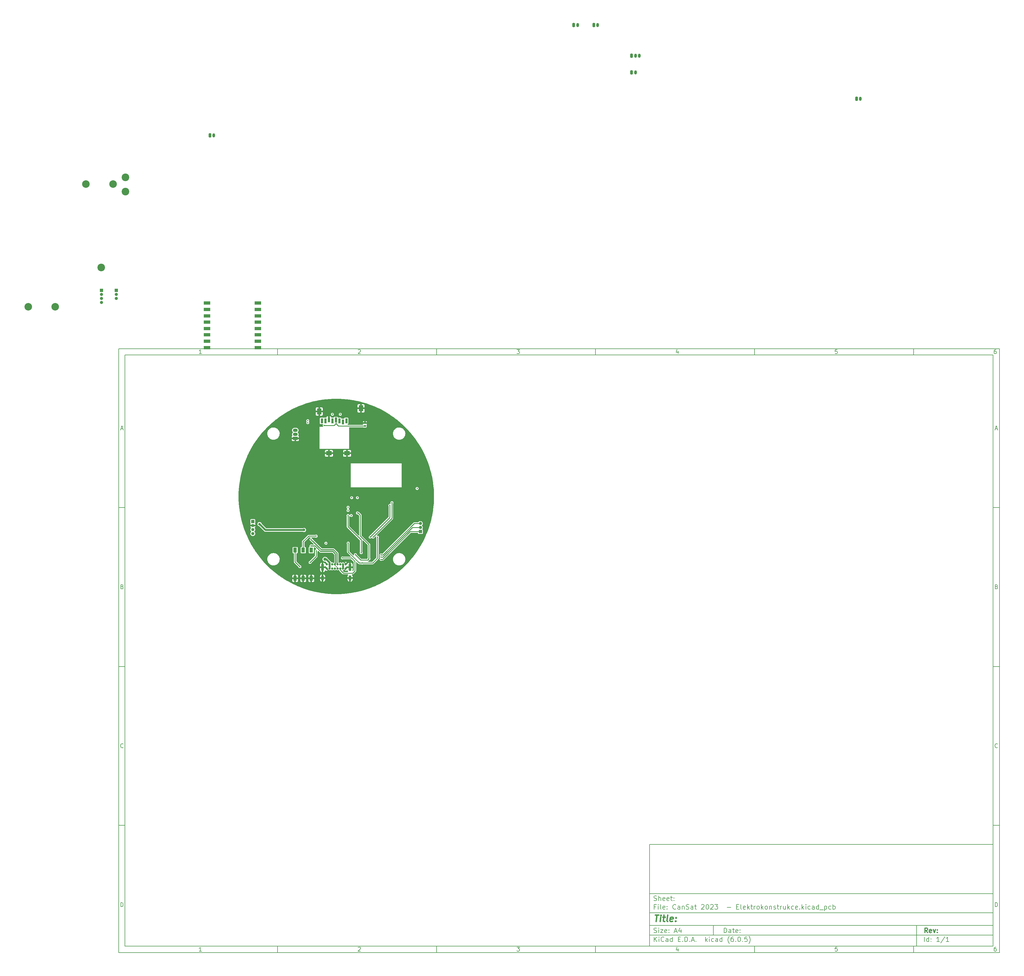
<source format=gbr>
%TF.GenerationSoftware,KiCad,Pcbnew,(6.0.5)*%
%TF.CreationDate,2022-11-07T11:26:13+01:00*%
%TF.ProjectId,CanSat 2023  - Elektrokonstrukce,43616e53-6174-4203-9230-323320202d20,rev?*%
%TF.SameCoordinates,Original*%
%TF.FileFunction,Copper,L4,Bot*%
%TF.FilePolarity,Positive*%
%FSLAX46Y46*%
G04 Gerber Fmt 4.6, Leading zero omitted, Abs format (unit mm)*
G04 Created by KiCad (PCBNEW (6.0.5)) date 2022-11-07 11:26:13*
%MOMM*%
%LPD*%
G01*
G04 APERTURE LIST*
G04 Aperture macros list*
%AMRoundRect*
0 Rectangle with rounded corners*
0 $1 Rounding radius*
0 $2 $3 $4 $5 $6 $7 $8 $9 X,Y pos of 4 corners*
0 Add a 4 corners polygon primitive as box body*
4,1,4,$2,$3,$4,$5,$6,$7,$8,$9,$2,$3,0*
0 Add four circle primitives for the rounded corners*
1,1,$1+$1,$2,$3*
1,1,$1+$1,$4,$5*
1,1,$1+$1,$6,$7*
1,1,$1+$1,$8,$9*
0 Add four rect primitives between the rounded corners*
20,1,$1+$1,$2,$3,$4,$5,0*
20,1,$1+$1,$4,$5,$6,$7,0*
20,1,$1+$1,$6,$7,$8,$9,0*
20,1,$1+$1,$8,$9,$2,$3,0*%
G04 Aperture macros list end*
%ADD10C,0.100000*%
%ADD11C,0.150000*%
%ADD12C,0.300000*%
%ADD13C,0.400000*%
%TA.AperFunction,ComponentPad*%
%ADD14R,1.000000X1.000000*%
%TD*%
%TA.AperFunction,ComponentPad*%
%ADD15O,1.000000X1.000000*%
%TD*%
%TA.AperFunction,ComponentPad*%
%ADD16RoundRect,0.200000X-0.200000X-0.450000X0.200000X-0.450000X0.200000X0.450000X-0.200000X0.450000X0*%
%TD*%
%TA.AperFunction,ComponentPad*%
%ADD17O,0.800000X1.300000*%
%TD*%
%TA.AperFunction,ComponentPad*%
%ADD18R,1.500000X1.050000*%
%TD*%
%TA.AperFunction,ComponentPad*%
%ADD19O,1.500000X1.050000*%
%TD*%
%TA.AperFunction,ComponentPad*%
%ADD20C,2.400000*%
%TD*%
%TA.AperFunction,ComponentPad*%
%ADD21C,2.380000*%
%TD*%
%TA.AperFunction,ComponentPad*%
%ADD22C,0.700000*%
%TD*%
%TA.AperFunction,ComponentPad*%
%ADD23O,0.900000X2.400000*%
%TD*%
%TA.AperFunction,ComponentPad*%
%ADD24O,0.900000X1.700000*%
%TD*%
%TA.AperFunction,SMDPad,CuDef*%
%ADD25R,0.800000X1.500000*%
%TD*%
%TA.AperFunction,SMDPad,CuDef*%
%ADD26R,1.800000X1.400000*%
%TD*%
%TA.AperFunction,SMDPad,CuDef*%
%ADD27R,1.450000X1.900000*%
%TD*%
%TA.AperFunction,SMDPad,CuDef*%
%ADD28RoundRect,0.140000X-0.170000X0.140000X-0.170000X-0.140000X0.170000X-0.140000X0.170000X0.140000X0*%
%TD*%
%TA.AperFunction,SMDPad,CuDef*%
%ADD29R,1.100000X1.500000*%
%TD*%
%TA.AperFunction,SMDPad,CuDef*%
%ADD30R,2.000000X1.000000*%
%TD*%
%TA.AperFunction,ViaPad*%
%ADD31C,0.400000*%
%TD*%
%TA.AperFunction,ViaPad*%
%ADD32C,1.000000*%
%TD*%
%TA.AperFunction,ViaPad*%
%ADD33C,0.800000*%
%TD*%
%TA.AperFunction,Conductor*%
%ADD34C,0.300000*%
%TD*%
%TA.AperFunction,Conductor*%
%ADD35C,0.200000*%
%TD*%
%TA.AperFunction,Conductor*%
%ADD36C,0.600000*%
%TD*%
%TA.AperFunction,Conductor*%
%ADD37C,0.250000*%
%TD*%
G04 APERTURE END LIST*
D10*
D11*
X177002200Y-166007200D02*
X177002200Y-198007200D01*
X285002200Y-198007200D01*
X285002200Y-166007200D01*
X177002200Y-166007200D01*
D10*
D11*
X10000000Y-10000000D02*
X10000000Y-200007200D01*
X287002200Y-200007200D01*
X287002200Y-10000000D01*
X10000000Y-10000000D01*
D10*
D11*
X12000000Y-12000000D02*
X12000000Y-198007200D01*
X285002200Y-198007200D01*
X285002200Y-12000000D01*
X12000000Y-12000000D01*
D10*
D11*
X60000000Y-12000000D02*
X60000000Y-10000000D01*
D10*
D11*
X110000000Y-12000000D02*
X110000000Y-10000000D01*
D10*
D11*
X160000000Y-12000000D02*
X160000000Y-10000000D01*
D10*
D11*
X210000000Y-12000000D02*
X210000000Y-10000000D01*
D10*
D11*
X260000000Y-12000000D02*
X260000000Y-10000000D01*
D10*
D11*
X36065476Y-11588095D02*
X35322619Y-11588095D01*
X35694047Y-11588095D02*
X35694047Y-10288095D01*
X35570238Y-10473809D01*
X35446428Y-10597619D01*
X35322619Y-10659523D01*
D10*
D11*
X85322619Y-10411904D02*
X85384523Y-10350000D01*
X85508333Y-10288095D01*
X85817857Y-10288095D01*
X85941666Y-10350000D01*
X86003571Y-10411904D01*
X86065476Y-10535714D01*
X86065476Y-10659523D01*
X86003571Y-10845238D01*
X85260714Y-11588095D01*
X86065476Y-11588095D01*
D10*
D11*
X135260714Y-10288095D02*
X136065476Y-10288095D01*
X135632142Y-10783333D01*
X135817857Y-10783333D01*
X135941666Y-10845238D01*
X136003571Y-10907142D01*
X136065476Y-11030952D01*
X136065476Y-11340476D01*
X136003571Y-11464285D01*
X135941666Y-11526190D01*
X135817857Y-11588095D01*
X135446428Y-11588095D01*
X135322619Y-11526190D01*
X135260714Y-11464285D01*
D10*
D11*
X185941666Y-10721428D02*
X185941666Y-11588095D01*
X185632142Y-10226190D02*
X185322619Y-11154761D01*
X186127380Y-11154761D01*
D10*
D11*
X236003571Y-10288095D02*
X235384523Y-10288095D01*
X235322619Y-10907142D01*
X235384523Y-10845238D01*
X235508333Y-10783333D01*
X235817857Y-10783333D01*
X235941666Y-10845238D01*
X236003571Y-10907142D01*
X236065476Y-11030952D01*
X236065476Y-11340476D01*
X236003571Y-11464285D01*
X235941666Y-11526190D01*
X235817857Y-11588095D01*
X235508333Y-11588095D01*
X235384523Y-11526190D01*
X235322619Y-11464285D01*
D10*
D11*
X285941666Y-10288095D02*
X285694047Y-10288095D01*
X285570238Y-10350000D01*
X285508333Y-10411904D01*
X285384523Y-10597619D01*
X285322619Y-10845238D01*
X285322619Y-11340476D01*
X285384523Y-11464285D01*
X285446428Y-11526190D01*
X285570238Y-11588095D01*
X285817857Y-11588095D01*
X285941666Y-11526190D01*
X286003571Y-11464285D01*
X286065476Y-11340476D01*
X286065476Y-11030952D01*
X286003571Y-10907142D01*
X285941666Y-10845238D01*
X285817857Y-10783333D01*
X285570238Y-10783333D01*
X285446428Y-10845238D01*
X285384523Y-10907142D01*
X285322619Y-11030952D01*
D10*
D11*
X60000000Y-198007200D02*
X60000000Y-200007200D01*
D10*
D11*
X110000000Y-198007200D02*
X110000000Y-200007200D01*
D10*
D11*
X160000000Y-198007200D02*
X160000000Y-200007200D01*
D10*
D11*
X210000000Y-198007200D02*
X210000000Y-200007200D01*
D10*
D11*
X260000000Y-198007200D02*
X260000000Y-200007200D01*
D10*
D11*
X36065476Y-199595295D02*
X35322619Y-199595295D01*
X35694047Y-199595295D02*
X35694047Y-198295295D01*
X35570238Y-198481009D01*
X35446428Y-198604819D01*
X35322619Y-198666723D01*
D10*
D11*
X85322619Y-198419104D02*
X85384523Y-198357200D01*
X85508333Y-198295295D01*
X85817857Y-198295295D01*
X85941666Y-198357200D01*
X86003571Y-198419104D01*
X86065476Y-198542914D01*
X86065476Y-198666723D01*
X86003571Y-198852438D01*
X85260714Y-199595295D01*
X86065476Y-199595295D01*
D10*
D11*
X135260714Y-198295295D02*
X136065476Y-198295295D01*
X135632142Y-198790533D01*
X135817857Y-198790533D01*
X135941666Y-198852438D01*
X136003571Y-198914342D01*
X136065476Y-199038152D01*
X136065476Y-199347676D01*
X136003571Y-199471485D01*
X135941666Y-199533390D01*
X135817857Y-199595295D01*
X135446428Y-199595295D01*
X135322619Y-199533390D01*
X135260714Y-199471485D01*
D10*
D11*
X185941666Y-198728628D02*
X185941666Y-199595295D01*
X185632142Y-198233390D02*
X185322619Y-199161961D01*
X186127380Y-199161961D01*
D10*
D11*
X236003571Y-198295295D02*
X235384523Y-198295295D01*
X235322619Y-198914342D01*
X235384523Y-198852438D01*
X235508333Y-198790533D01*
X235817857Y-198790533D01*
X235941666Y-198852438D01*
X236003571Y-198914342D01*
X236065476Y-199038152D01*
X236065476Y-199347676D01*
X236003571Y-199471485D01*
X235941666Y-199533390D01*
X235817857Y-199595295D01*
X235508333Y-199595295D01*
X235384523Y-199533390D01*
X235322619Y-199471485D01*
D10*
D11*
X285941666Y-198295295D02*
X285694047Y-198295295D01*
X285570238Y-198357200D01*
X285508333Y-198419104D01*
X285384523Y-198604819D01*
X285322619Y-198852438D01*
X285322619Y-199347676D01*
X285384523Y-199471485D01*
X285446428Y-199533390D01*
X285570238Y-199595295D01*
X285817857Y-199595295D01*
X285941666Y-199533390D01*
X286003571Y-199471485D01*
X286065476Y-199347676D01*
X286065476Y-199038152D01*
X286003571Y-198914342D01*
X285941666Y-198852438D01*
X285817857Y-198790533D01*
X285570238Y-198790533D01*
X285446428Y-198852438D01*
X285384523Y-198914342D01*
X285322619Y-199038152D01*
D10*
D11*
X10000000Y-60000000D02*
X12000000Y-60000000D01*
D10*
D11*
X10000000Y-110000000D02*
X12000000Y-110000000D01*
D10*
D11*
X10000000Y-160000000D02*
X12000000Y-160000000D01*
D10*
D11*
X10690476Y-35216666D02*
X11309523Y-35216666D01*
X10566666Y-35588095D02*
X11000000Y-34288095D01*
X11433333Y-35588095D01*
D10*
D11*
X11092857Y-84907142D02*
X11278571Y-84969047D01*
X11340476Y-85030952D01*
X11402380Y-85154761D01*
X11402380Y-85340476D01*
X11340476Y-85464285D01*
X11278571Y-85526190D01*
X11154761Y-85588095D01*
X10659523Y-85588095D01*
X10659523Y-84288095D01*
X11092857Y-84288095D01*
X11216666Y-84350000D01*
X11278571Y-84411904D01*
X11340476Y-84535714D01*
X11340476Y-84659523D01*
X11278571Y-84783333D01*
X11216666Y-84845238D01*
X11092857Y-84907142D01*
X10659523Y-84907142D01*
D10*
D11*
X11402380Y-135464285D02*
X11340476Y-135526190D01*
X11154761Y-135588095D01*
X11030952Y-135588095D01*
X10845238Y-135526190D01*
X10721428Y-135402380D01*
X10659523Y-135278571D01*
X10597619Y-135030952D01*
X10597619Y-134845238D01*
X10659523Y-134597619D01*
X10721428Y-134473809D01*
X10845238Y-134350000D01*
X11030952Y-134288095D01*
X11154761Y-134288095D01*
X11340476Y-134350000D01*
X11402380Y-134411904D01*
D10*
D11*
X10659523Y-185588095D02*
X10659523Y-184288095D01*
X10969047Y-184288095D01*
X11154761Y-184350000D01*
X11278571Y-184473809D01*
X11340476Y-184597619D01*
X11402380Y-184845238D01*
X11402380Y-185030952D01*
X11340476Y-185278571D01*
X11278571Y-185402380D01*
X11154761Y-185526190D01*
X10969047Y-185588095D01*
X10659523Y-185588095D01*
D10*
D11*
X287002200Y-60000000D02*
X285002200Y-60000000D01*
D10*
D11*
X287002200Y-110000000D02*
X285002200Y-110000000D01*
D10*
D11*
X287002200Y-160000000D02*
X285002200Y-160000000D01*
D10*
D11*
X285692676Y-35216666D02*
X286311723Y-35216666D01*
X285568866Y-35588095D02*
X286002200Y-34288095D01*
X286435533Y-35588095D01*
D10*
D11*
X286095057Y-84907142D02*
X286280771Y-84969047D01*
X286342676Y-85030952D01*
X286404580Y-85154761D01*
X286404580Y-85340476D01*
X286342676Y-85464285D01*
X286280771Y-85526190D01*
X286156961Y-85588095D01*
X285661723Y-85588095D01*
X285661723Y-84288095D01*
X286095057Y-84288095D01*
X286218866Y-84350000D01*
X286280771Y-84411904D01*
X286342676Y-84535714D01*
X286342676Y-84659523D01*
X286280771Y-84783333D01*
X286218866Y-84845238D01*
X286095057Y-84907142D01*
X285661723Y-84907142D01*
D10*
D11*
X286404580Y-135464285D02*
X286342676Y-135526190D01*
X286156961Y-135588095D01*
X286033152Y-135588095D01*
X285847438Y-135526190D01*
X285723628Y-135402380D01*
X285661723Y-135278571D01*
X285599819Y-135030952D01*
X285599819Y-134845238D01*
X285661723Y-134597619D01*
X285723628Y-134473809D01*
X285847438Y-134350000D01*
X286033152Y-134288095D01*
X286156961Y-134288095D01*
X286342676Y-134350000D01*
X286404580Y-134411904D01*
D10*
D11*
X285661723Y-185588095D02*
X285661723Y-184288095D01*
X285971247Y-184288095D01*
X286156961Y-184350000D01*
X286280771Y-184473809D01*
X286342676Y-184597619D01*
X286404580Y-184845238D01*
X286404580Y-185030952D01*
X286342676Y-185278571D01*
X286280771Y-185402380D01*
X286156961Y-185526190D01*
X285971247Y-185588095D01*
X285661723Y-185588095D01*
D10*
D11*
X200434342Y-193785771D02*
X200434342Y-192285771D01*
X200791485Y-192285771D01*
X201005771Y-192357200D01*
X201148628Y-192500057D01*
X201220057Y-192642914D01*
X201291485Y-192928628D01*
X201291485Y-193142914D01*
X201220057Y-193428628D01*
X201148628Y-193571485D01*
X201005771Y-193714342D01*
X200791485Y-193785771D01*
X200434342Y-193785771D01*
X202577200Y-193785771D02*
X202577200Y-193000057D01*
X202505771Y-192857200D01*
X202362914Y-192785771D01*
X202077200Y-192785771D01*
X201934342Y-192857200D01*
X202577200Y-193714342D02*
X202434342Y-193785771D01*
X202077200Y-193785771D01*
X201934342Y-193714342D01*
X201862914Y-193571485D01*
X201862914Y-193428628D01*
X201934342Y-193285771D01*
X202077200Y-193214342D01*
X202434342Y-193214342D01*
X202577200Y-193142914D01*
X203077200Y-192785771D02*
X203648628Y-192785771D01*
X203291485Y-192285771D02*
X203291485Y-193571485D01*
X203362914Y-193714342D01*
X203505771Y-193785771D01*
X203648628Y-193785771D01*
X204720057Y-193714342D02*
X204577200Y-193785771D01*
X204291485Y-193785771D01*
X204148628Y-193714342D01*
X204077200Y-193571485D01*
X204077200Y-193000057D01*
X204148628Y-192857200D01*
X204291485Y-192785771D01*
X204577200Y-192785771D01*
X204720057Y-192857200D01*
X204791485Y-193000057D01*
X204791485Y-193142914D01*
X204077200Y-193285771D01*
X205434342Y-193642914D02*
X205505771Y-193714342D01*
X205434342Y-193785771D01*
X205362914Y-193714342D01*
X205434342Y-193642914D01*
X205434342Y-193785771D01*
X205434342Y-192857200D02*
X205505771Y-192928628D01*
X205434342Y-193000057D01*
X205362914Y-192928628D01*
X205434342Y-192857200D01*
X205434342Y-193000057D01*
D10*
D11*
X177002200Y-194507200D02*
X285002200Y-194507200D01*
D10*
D11*
X178434342Y-196585771D02*
X178434342Y-195085771D01*
X179291485Y-196585771D02*
X178648628Y-195728628D01*
X179291485Y-195085771D02*
X178434342Y-195942914D01*
X179934342Y-196585771D02*
X179934342Y-195585771D01*
X179934342Y-195085771D02*
X179862914Y-195157200D01*
X179934342Y-195228628D01*
X180005771Y-195157200D01*
X179934342Y-195085771D01*
X179934342Y-195228628D01*
X181505771Y-196442914D02*
X181434342Y-196514342D01*
X181220057Y-196585771D01*
X181077200Y-196585771D01*
X180862914Y-196514342D01*
X180720057Y-196371485D01*
X180648628Y-196228628D01*
X180577200Y-195942914D01*
X180577200Y-195728628D01*
X180648628Y-195442914D01*
X180720057Y-195300057D01*
X180862914Y-195157200D01*
X181077200Y-195085771D01*
X181220057Y-195085771D01*
X181434342Y-195157200D01*
X181505771Y-195228628D01*
X182791485Y-196585771D02*
X182791485Y-195800057D01*
X182720057Y-195657200D01*
X182577200Y-195585771D01*
X182291485Y-195585771D01*
X182148628Y-195657200D01*
X182791485Y-196514342D02*
X182648628Y-196585771D01*
X182291485Y-196585771D01*
X182148628Y-196514342D01*
X182077200Y-196371485D01*
X182077200Y-196228628D01*
X182148628Y-196085771D01*
X182291485Y-196014342D01*
X182648628Y-196014342D01*
X182791485Y-195942914D01*
X184148628Y-196585771D02*
X184148628Y-195085771D01*
X184148628Y-196514342D02*
X184005771Y-196585771D01*
X183720057Y-196585771D01*
X183577200Y-196514342D01*
X183505771Y-196442914D01*
X183434342Y-196300057D01*
X183434342Y-195871485D01*
X183505771Y-195728628D01*
X183577200Y-195657200D01*
X183720057Y-195585771D01*
X184005771Y-195585771D01*
X184148628Y-195657200D01*
X186005771Y-195800057D02*
X186505771Y-195800057D01*
X186720057Y-196585771D02*
X186005771Y-196585771D01*
X186005771Y-195085771D01*
X186720057Y-195085771D01*
X187362914Y-196442914D02*
X187434342Y-196514342D01*
X187362914Y-196585771D01*
X187291485Y-196514342D01*
X187362914Y-196442914D01*
X187362914Y-196585771D01*
X188077200Y-196585771D02*
X188077200Y-195085771D01*
X188434342Y-195085771D01*
X188648628Y-195157200D01*
X188791485Y-195300057D01*
X188862914Y-195442914D01*
X188934342Y-195728628D01*
X188934342Y-195942914D01*
X188862914Y-196228628D01*
X188791485Y-196371485D01*
X188648628Y-196514342D01*
X188434342Y-196585771D01*
X188077200Y-196585771D01*
X189577200Y-196442914D02*
X189648628Y-196514342D01*
X189577200Y-196585771D01*
X189505771Y-196514342D01*
X189577200Y-196442914D01*
X189577200Y-196585771D01*
X190220057Y-196157200D02*
X190934342Y-196157200D01*
X190077200Y-196585771D02*
X190577200Y-195085771D01*
X191077200Y-196585771D01*
X191577200Y-196442914D02*
X191648628Y-196514342D01*
X191577200Y-196585771D01*
X191505771Y-196514342D01*
X191577200Y-196442914D01*
X191577200Y-196585771D01*
X194577200Y-196585771D02*
X194577200Y-195085771D01*
X194720057Y-196014342D02*
X195148628Y-196585771D01*
X195148628Y-195585771D02*
X194577200Y-196157200D01*
X195791485Y-196585771D02*
X195791485Y-195585771D01*
X195791485Y-195085771D02*
X195720057Y-195157200D01*
X195791485Y-195228628D01*
X195862914Y-195157200D01*
X195791485Y-195085771D01*
X195791485Y-195228628D01*
X197148628Y-196514342D02*
X197005771Y-196585771D01*
X196720057Y-196585771D01*
X196577200Y-196514342D01*
X196505771Y-196442914D01*
X196434342Y-196300057D01*
X196434342Y-195871485D01*
X196505771Y-195728628D01*
X196577200Y-195657200D01*
X196720057Y-195585771D01*
X197005771Y-195585771D01*
X197148628Y-195657200D01*
X198434342Y-196585771D02*
X198434342Y-195800057D01*
X198362914Y-195657200D01*
X198220057Y-195585771D01*
X197934342Y-195585771D01*
X197791485Y-195657200D01*
X198434342Y-196514342D02*
X198291485Y-196585771D01*
X197934342Y-196585771D01*
X197791485Y-196514342D01*
X197720057Y-196371485D01*
X197720057Y-196228628D01*
X197791485Y-196085771D01*
X197934342Y-196014342D01*
X198291485Y-196014342D01*
X198434342Y-195942914D01*
X199791485Y-196585771D02*
X199791485Y-195085771D01*
X199791485Y-196514342D02*
X199648628Y-196585771D01*
X199362914Y-196585771D01*
X199220057Y-196514342D01*
X199148628Y-196442914D01*
X199077200Y-196300057D01*
X199077200Y-195871485D01*
X199148628Y-195728628D01*
X199220057Y-195657200D01*
X199362914Y-195585771D01*
X199648628Y-195585771D01*
X199791485Y-195657200D01*
X202077200Y-197157200D02*
X202005771Y-197085771D01*
X201862914Y-196871485D01*
X201791485Y-196728628D01*
X201720057Y-196514342D01*
X201648628Y-196157200D01*
X201648628Y-195871485D01*
X201720057Y-195514342D01*
X201791485Y-195300057D01*
X201862914Y-195157200D01*
X202005771Y-194942914D01*
X202077200Y-194871485D01*
X203291485Y-195085771D02*
X203005771Y-195085771D01*
X202862914Y-195157200D01*
X202791485Y-195228628D01*
X202648628Y-195442914D01*
X202577200Y-195728628D01*
X202577200Y-196300057D01*
X202648628Y-196442914D01*
X202720057Y-196514342D01*
X202862914Y-196585771D01*
X203148628Y-196585771D01*
X203291485Y-196514342D01*
X203362914Y-196442914D01*
X203434342Y-196300057D01*
X203434342Y-195942914D01*
X203362914Y-195800057D01*
X203291485Y-195728628D01*
X203148628Y-195657200D01*
X202862914Y-195657200D01*
X202720057Y-195728628D01*
X202648628Y-195800057D01*
X202577200Y-195942914D01*
X204077200Y-196442914D02*
X204148628Y-196514342D01*
X204077200Y-196585771D01*
X204005771Y-196514342D01*
X204077200Y-196442914D01*
X204077200Y-196585771D01*
X205077200Y-195085771D02*
X205220057Y-195085771D01*
X205362914Y-195157200D01*
X205434342Y-195228628D01*
X205505771Y-195371485D01*
X205577200Y-195657200D01*
X205577200Y-196014342D01*
X205505771Y-196300057D01*
X205434342Y-196442914D01*
X205362914Y-196514342D01*
X205220057Y-196585771D01*
X205077200Y-196585771D01*
X204934342Y-196514342D01*
X204862914Y-196442914D01*
X204791485Y-196300057D01*
X204720057Y-196014342D01*
X204720057Y-195657200D01*
X204791485Y-195371485D01*
X204862914Y-195228628D01*
X204934342Y-195157200D01*
X205077200Y-195085771D01*
X206220057Y-196442914D02*
X206291485Y-196514342D01*
X206220057Y-196585771D01*
X206148628Y-196514342D01*
X206220057Y-196442914D01*
X206220057Y-196585771D01*
X207648628Y-195085771D02*
X206934342Y-195085771D01*
X206862914Y-195800057D01*
X206934342Y-195728628D01*
X207077200Y-195657200D01*
X207434342Y-195657200D01*
X207577200Y-195728628D01*
X207648628Y-195800057D01*
X207720057Y-195942914D01*
X207720057Y-196300057D01*
X207648628Y-196442914D01*
X207577200Y-196514342D01*
X207434342Y-196585771D01*
X207077200Y-196585771D01*
X206934342Y-196514342D01*
X206862914Y-196442914D01*
X208220057Y-197157200D02*
X208291485Y-197085771D01*
X208434342Y-196871485D01*
X208505771Y-196728628D01*
X208577200Y-196514342D01*
X208648628Y-196157200D01*
X208648628Y-195871485D01*
X208577200Y-195514342D01*
X208505771Y-195300057D01*
X208434342Y-195157200D01*
X208291485Y-194942914D01*
X208220057Y-194871485D01*
D10*
D11*
X177002200Y-191507200D02*
X285002200Y-191507200D01*
D10*
D12*
X264411485Y-193785771D02*
X263911485Y-193071485D01*
X263554342Y-193785771D02*
X263554342Y-192285771D01*
X264125771Y-192285771D01*
X264268628Y-192357200D01*
X264340057Y-192428628D01*
X264411485Y-192571485D01*
X264411485Y-192785771D01*
X264340057Y-192928628D01*
X264268628Y-193000057D01*
X264125771Y-193071485D01*
X263554342Y-193071485D01*
X265625771Y-193714342D02*
X265482914Y-193785771D01*
X265197200Y-193785771D01*
X265054342Y-193714342D01*
X264982914Y-193571485D01*
X264982914Y-193000057D01*
X265054342Y-192857200D01*
X265197200Y-192785771D01*
X265482914Y-192785771D01*
X265625771Y-192857200D01*
X265697200Y-193000057D01*
X265697200Y-193142914D01*
X264982914Y-193285771D01*
X266197200Y-192785771D02*
X266554342Y-193785771D01*
X266911485Y-192785771D01*
X267482914Y-193642914D02*
X267554342Y-193714342D01*
X267482914Y-193785771D01*
X267411485Y-193714342D01*
X267482914Y-193642914D01*
X267482914Y-193785771D01*
X267482914Y-192857200D02*
X267554342Y-192928628D01*
X267482914Y-193000057D01*
X267411485Y-192928628D01*
X267482914Y-192857200D01*
X267482914Y-193000057D01*
D10*
D11*
X178362914Y-193714342D02*
X178577200Y-193785771D01*
X178934342Y-193785771D01*
X179077200Y-193714342D01*
X179148628Y-193642914D01*
X179220057Y-193500057D01*
X179220057Y-193357200D01*
X179148628Y-193214342D01*
X179077200Y-193142914D01*
X178934342Y-193071485D01*
X178648628Y-193000057D01*
X178505771Y-192928628D01*
X178434342Y-192857200D01*
X178362914Y-192714342D01*
X178362914Y-192571485D01*
X178434342Y-192428628D01*
X178505771Y-192357200D01*
X178648628Y-192285771D01*
X179005771Y-192285771D01*
X179220057Y-192357200D01*
X179862914Y-193785771D02*
X179862914Y-192785771D01*
X179862914Y-192285771D02*
X179791485Y-192357200D01*
X179862914Y-192428628D01*
X179934342Y-192357200D01*
X179862914Y-192285771D01*
X179862914Y-192428628D01*
X180434342Y-192785771D02*
X181220057Y-192785771D01*
X180434342Y-193785771D01*
X181220057Y-193785771D01*
X182362914Y-193714342D02*
X182220057Y-193785771D01*
X181934342Y-193785771D01*
X181791485Y-193714342D01*
X181720057Y-193571485D01*
X181720057Y-193000057D01*
X181791485Y-192857200D01*
X181934342Y-192785771D01*
X182220057Y-192785771D01*
X182362914Y-192857200D01*
X182434342Y-193000057D01*
X182434342Y-193142914D01*
X181720057Y-193285771D01*
X183077200Y-193642914D02*
X183148628Y-193714342D01*
X183077200Y-193785771D01*
X183005771Y-193714342D01*
X183077200Y-193642914D01*
X183077200Y-193785771D01*
X183077200Y-192857200D02*
X183148628Y-192928628D01*
X183077200Y-193000057D01*
X183005771Y-192928628D01*
X183077200Y-192857200D01*
X183077200Y-193000057D01*
X184862914Y-193357200D02*
X185577200Y-193357200D01*
X184720057Y-193785771D02*
X185220057Y-192285771D01*
X185720057Y-193785771D01*
X186862914Y-192785771D02*
X186862914Y-193785771D01*
X186505771Y-192214342D02*
X186148628Y-193285771D01*
X187077200Y-193285771D01*
D10*
D11*
X263434342Y-196585771D02*
X263434342Y-195085771D01*
X264791485Y-196585771D02*
X264791485Y-195085771D01*
X264791485Y-196514342D02*
X264648628Y-196585771D01*
X264362914Y-196585771D01*
X264220057Y-196514342D01*
X264148628Y-196442914D01*
X264077200Y-196300057D01*
X264077200Y-195871485D01*
X264148628Y-195728628D01*
X264220057Y-195657200D01*
X264362914Y-195585771D01*
X264648628Y-195585771D01*
X264791485Y-195657200D01*
X265505771Y-196442914D02*
X265577200Y-196514342D01*
X265505771Y-196585771D01*
X265434342Y-196514342D01*
X265505771Y-196442914D01*
X265505771Y-196585771D01*
X265505771Y-195657200D02*
X265577200Y-195728628D01*
X265505771Y-195800057D01*
X265434342Y-195728628D01*
X265505771Y-195657200D01*
X265505771Y-195800057D01*
X268148628Y-196585771D02*
X267291485Y-196585771D01*
X267720057Y-196585771D02*
X267720057Y-195085771D01*
X267577200Y-195300057D01*
X267434342Y-195442914D01*
X267291485Y-195514342D01*
X269862914Y-195014342D02*
X268577200Y-196942914D01*
X271148628Y-196585771D02*
X270291485Y-196585771D01*
X270720057Y-196585771D02*
X270720057Y-195085771D01*
X270577200Y-195300057D01*
X270434342Y-195442914D01*
X270291485Y-195514342D01*
D10*
D11*
X177002200Y-187507200D02*
X285002200Y-187507200D01*
D10*
D13*
X178714580Y-188211961D02*
X179857438Y-188211961D01*
X179036009Y-190211961D02*
X179286009Y-188211961D01*
X180274104Y-190211961D02*
X180440771Y-188878628D01*
X180524104Y-188211961D02*
X180416961Y-188307200D01*
X180500295Y-188402438D01*
X180607438Y-188307200D01*
X180524104Y-188211961D01*
X180500295Y-188402438D01*
X181107438Y-188878628D02*
X181869342Y-188878628D01*
X181476485Y-188211961D02*
X181262200Y-189926247D01*
X181333628Y-190116723D01*
X181512200Y-190211961D01*
X181702676Y-190211961D01*
X182655057Y-190211961D02*
X182476485Y-190116723D01*
X182405057Y-189926247D01*
X182619342Y-188211961D01*
X184190771Y-190116723D02*
X183988390Y-190211961D01*
X183607438Y-190211961D01*
X183428866Y-190116723D01*
X183357438Y-189926247D01*
X183452676Y-189164342D01*
X183571723Y-188973866D01*
X183774104Y-188878628D01*
X184155057Y-188878628D01*
X184333628Y-188973866D01*
X184405057Y-189164342D01*
X184381247Y-189354819D01*
X183405057Y-189545295D01*
X185155057Y-190021485D02*
X185238390Y-190116723D01*
X185131247Y-190211961D01*
X185047914Y-190116723D01*
X185155057Y-190021485D01*
X185131247Y-190211961D01*
X185286009Y-188973866D02*
X185369342Y-189069104D01*
X185262200Y-189164342D01*
X185178866Y-189069104D01*
X185286009Y-188973866D01*
X185262200Y-189164342D01*
D10*
D11*
X178934342Y-185600057D02*
X178434342Y-185600057D01*
X178434342Y-186385771D02*
X178434342Y-184885771D01*
X179148628Y-184885771D01*
X179720057Y-186385771D02*
X179720057Y-185385771D01*
X179720057Y-184885771D02*
X179648628Y-184957200D01*
X179720057Y-185028628D01*
X179791485Y-184957200D01*
X179720057Y-184885771D01*
X179720057Y-185028628D01*
X180648628Y-186385771D02*
X180505771Y-186314342D01*
X180434342Y-186171485D01*
X180434342Y-184885771D01*
X181791485Y-186314342D02*
X181648628Y-186385771D01*
X181362914Y-186385771D01*
X181220057Y-186314342D01*
X181148628Y-186171485D01*
X181148628Y-185600057D01*
X181220057Y-185457200D01*
X181362914Y-185385771D01*
X181648628Y-185385771D01*
X181791485Y-185457200D01*
X181862914Y-185600057D01*
X181862914Y-185742914D01*
X181148628Y-185885771D01*
X182505771Y-186242914D02*
X182577200Y-186314342D01*
X182505771Y-186385771D01*
X182434342Y-186314342D01*
X182505771Y-186242914D01*
X182505771Y-186385771D01*
X182505771Y-185457200D02*
X182577200Y-185528628D01*
X182505771Y-185600057D01*
X182434342Y-185528628D01*
X182505771Y-185457200D01*
X182505771Y-185600057D01*
X185220057Y-186242914D02*
X185148628Y-186314342D01*
X184934342Y-186385771D01*
X184791485Y-186385771D01*
X184577200Y-186314342D01*
X184434342Y-186171485D01*
X184362914Y-186028628D01*
X184291485Y-185742914D01*
X184291485Y-185528628D01*
X184362914Y-185242914D01*
X184434342Y-185100057D01*
X184577200Y-184957200D01*
X184791485Y-184885771D01*
X184934342Y-184885771D01*
X185148628Y-184957200D01*
X185220057Y-185028628D01*
X186505771Y-186385771D02*
X186505771Y-185600057D01*
X186434342Y-185457200D01*
X186291485Y-185385771D01*
X186005771Y-185385771D01*
X185862914Y-185457200D01*
X186505771Y-186314342D02*
X186362914Y-186385771D01*
X186005771Y-186385771D01*
X185862914Y-186314342D01*
X185791485Y-186171485D01*
X185791485Y-186028628D01*
X185862914Y-185885771D01*
X186005771Y-185814342D01*
X186362914Y-185814342D01*
X186505771Y-185742914D01*
X187220057Y-185385771D02*
X187220057Y-186385771D01*
X187220057Y-185528628D02*
X187291485Y-185457200D01*
X187434342Y-185385771D01*
X187648628Y-185385771D01*
X187791485Y-185457200D01*
X187862914Y-185600057D01*
X187862914Y-186385771D01*
X188505771Y-186314342D02*
X188720057Y-186385771D01*
X189077200Y-186385771D01*
X189220057Y-186314342D01*
X189291485Y-186242914D01*
X189362914Y-186100057D01*
X189362914Y-185957200D01*
X189291485Y-185814342D01*
X189220057Y-185742914D01*
X189077200Y-185671485D01*
X188791485Y-185600057D01*
X188648628Y-185528628D01*
X188577200Y-185457200D01*
X188505771Y-185314342D01*
X188505771Y-185171485D01*
X188577200Y-185028628D01*
X188648628Y-184957200D01*
X188791485Y-184885771D01*
X189148628Y-184885771D01*
X189362914Y-184957200D01*
X190648628Y-186385771D02*
X190648628Y-185600057D01*
X190577200Y-185457200D01*
X190434342Y-185385771D01*
X190148628Y-185385771D01*
X190005771Y-185457200D01*
X190648628Y-186314342D02*
X190505771Y-186385771D01*
X190148628Y-186385771D01*
X190005771Y-186314342D01*
X189934342Y-186171485D01*
X189934342Y-186028628D01*
X190005771Y-185885771D01*
X190148628Y-185814342D01*
X190505771Y-185814342D01*
X190648628Y-185742914D01*
X191148628Y-185385771D02*
X191720057Y-185385771D01*
X191362914Y-184885771D02*
X191362914Y-186171485D01*
X191434342Y-186314342D01*
X191577200Y-186385771D01*
X191720057Y-186385771D01*
X193291485Y-185028628D02*
X193362914Y-184957200D01*
X193505771Y-184885771D01*
X193862914Y-184885771D01*
X194005771Y-184957200D01*
X194077200Y-185028628D01*
X194148628Y-185171485D01*
X194148628Y-185314342D01*
X194077200Y-185528628D01*
X193220057Y-186385771D01*
X194148628Y-186385771D01*
X195077200Y-184885771D02*
X195220057Y-184885771D01*
X195362914Y-184957200D01*
X195434342Y-185028628D01*
X195505771Y-185171485D01*
X195577200Y-185457200D01*
X195577200Y-185814342D01*
X195505771Y-186100057D01*
X195434342Y-186242914D01*
X195362914Y-186314342D01*
X195220057Y-186385771D01*
X195077200Y-186385771D01*
X194934342Y-186314342D01*
X194862914Y-186242914D01*
X194791485Y-186100057D01*
X194720057Y-185814342D01*
X194720057Y-185457200D01*
X194791485Y-185171485D01*
X194862914Y-185028628D01*
X194934342Y-184957200D01*
X195077200Y-184885771D01*
X196148628Y-185028628D02*
X196220057Y-184957200D01*
X196362914Y-184885771D01*
X196720057Y-184885771D01*
X196862914Y-184957200D01*
X196934342Y-185028628D01*
X197005771Y-185171485D01*
X197005771Y-185314342D01*
X196934342Y-185528628D01*
X196077200Y-186385771D01*
X197005771Y-186385771D01*
X197505771Y-184885771D02*
X198434342Y-184885771D01*
X197934342Y-185457200D01*
X198148628Y-185457200D01*
X198291485Y-185528628D01*
X198362914Y-185600057D01*
X198434342Y-185742914D01*
X198434342Y-186100057D01*
X198362914Y-186242914D01*
X198291485Y-186314342D01*
X198148628Y-186385771D01*
X197720057Y-186385771D01*
X197577200Y-186314342D01*
X197505771Y-186242914D01*
X201362914Y-185814342D02*
X202505771Y-185814342D01*
X204362914Y-185600057D02*
X204862914Y-185600057D01*
X205077200Y-186385771D02*
X204362914Y-186385771D01*
X204362914Y-184885771D01*
X205077200Y-184885771D01*
X205934342Y-186385771D02*
X205791485Y-186314342D01*
X205720057Y-186171485D01*
X205720057Y-184885771D01*
X207077200Y-186314342D02*
X206934342Y-186385771D01*
X206648628Y-186385771D01*
X206505771Y-186314342D01*
X206434342Y-186171485D01*
X206434342Y-185600057D01*
X206505771Y-185457200D01*
X206648628Y-185385771D01*
X206934342Y-185385771D01*
X207077200Y-185457200D01*
X207148628Y-185600057D01*
X207148628Y-185742914D01*
X206434342Y-185885771D01*
X207791485Y-186385771D02*
X207791485Y-184885771D01*
X207934342Y-185814342D02*
X208362914Y-186385771D01*
X208362914Y-185385771D02*
X207791485Y-185957200D01*
X208791485Y-185385771D02*
X209362914Y-185385771D01*
X209005771Y-184885771D02*
X209005771Y-186171485D01*
X209077200Y-186314342D01*
X209220057Y-186385771D01*
X209362914Y-186385771D01*
X209862914Y-186385771D02*
X209862914Y-185385771D01*
X209862914Y-185671485D02*
X209934342Y-185528628D01*
X210005771Y-185457200D01*
X210148628Y-185385771D01*
X210291485Y-185385771D01*
X211005771Y-186385771D02*
X210862914Y-186314342D01*
X210791485Y-186242914D01*
X210720057Y-186100057D01*
X210720057Y-185671485D01*
X210791485Y-185528628D01*
X210862914Y-185457200D01*
X211005771Y-185385771D01*
X211220057Y-185385771D01*
X211362914Y-185457200D01*
X211434342Y-185528628D01*
X211505771Y-185671485D01*
X211505771Y-186100057D01*
X211434342Y-186242914D01*
X211362914Y-186314342D01*
X211220057Y-186385771D01*
X211005771Y-186385771D01*
X212148628Y-186385771D02*
X212148628Y-184885771D01*
X212291485Y-185814342D02*
X212720057Y-186385771D01*
X212720057Y-185385771D02*
X212148628Y-185957200D01*
X213577200Y-186385771D02*
X213434342Y-186314342D01*
X213362914Y-186242914D01*
X213291485Y-186100057D01*
X213291485Y-185671485D01*
X213362914Y-185528628D01*
X213434342Y-185457200D01*
X213577200Y-185385771D01*
X213791485Y-185385771D01*
X213934342Y-185457200D01*
X214005771Y-185528628D01*
X214077200Y-185671485D01*
X214077200Y-186100057D01*
X214005771Y-186242914D01*
X213934342Y-186314342D01*
X213791485Y-186385771D01*
X213577200Y-186385771D01*
X214720057Y-185385771D02*
X214720057Y-186385771D01*
X214720057Y-185528628D02*
X214791485Y-185457200D01*
X214934342Y-185385771D01*
X215148628Y-185385771D01*
X215291485Y-185457200D01*
X215362914Y-185600057D01*
X215362914Y-186385771D01*
X216005771Y-186314342D02*
X216148628Y-186385771D01*
X216434342Y-186385771D01*
X216577200Y-186314342D01*
X216648628Y-186171485D01*
X216648628Y-186100057D01*
X216577200Y-185957200D01*
X216434342Y-185885771D01*
X216220057Y-185885771D01*
X216077200Y-185814342D01*
X216005771Y-185671485D01*
X216005771Y-185600057D01*
X216077200Y-185457200D01*
X216220057Y-185385771D01*
X216434342Y-185385771D01*
X216577200Y-185457200D01*
X217077200Y-185385771D02*
X217648628Y-185385771D01*
X217291485Y-184885771D02*
X217291485Y-186171485D01*
X217362914Y-186314342D01*
X217505771Y-186385771D01*
X217648628Y-186385771D01*
X218148628Y-186385771D02*
X218148628Y-185385771D01*
X218148628Y-185671485D02*
X218220057Y-185528628D01*
X218291485Y-185457200D01*
X218434342Y-185385771D01*
X218577200Y-185385771D01*
X219720057Y-185385771D02*
X219720057Y-186385771D01*
X219077200Y-185385771D02*
X219077200Y-186171485D01*
X219148628Y-186314342D01*
X219291485Y-186385771D01*
X219505771Y-186385771D01*
X219648628Y-186314342D01*
X219720057Y-186242914D01*
X220434342Y-186385771D02*
X220434342Y-184885771D01*
X220577200Y-185814342D02*
X221005771Y-186385771D01*
X221005771Y-185385771D02*
X220434342Y-185957200D01*
X222291485Y-186314342D02*
X222148628Y-186385771D01*
X221862914Y-186385771D01*
X221720057Y-186314342D01*
X221648628Y-186242914D01*
X221577200Y-186100057D01*
X221577200Y-185671485D01*
X221648628Y-185528628D01*
X221720057Y-185457200D01*
X221862914Y-185385771D01*
X222148628Y-185385771D01*
X222291485Y-185457200D01*
X223505771Y-186314342D02*
X223362914Y-186385771D01*
X223077200Y-186385771D01*
X222934342Y-186314342D01*
X222862914Y-186171485D01*
X222862914Y-185600057D01*
X222934342Y-185457200D01*
X223077200Y-185385771D01*
X223362914Y-185385771D01*
X223505771Y-185457200D01*
X223577200Y-185600057D01*
X223577200Y-185742914D01*
X222862914Y-185885771D01*
X224220057Y-186242914D02*
X224291485Y-186314342D01*
X224220057Y-186385771D01*
X224148628Y-186314342D01*
X224220057Y-186242914D01*
X224220057Y-186385771D01*
X224934342Y-186385771D02*
X224934342Y-184885771D01*
X225077200Y-185814342D02*
X225505771Y-186385771D01*
X225505771Y-185385771D02*
X224934342Y-185957200D01*
X226148628Y-186385771D02*
X226148628Y-185385771D01*
X226148628Y-184885771D02*
X226077200Y-184957200D01*
X226148628Y-185028628D01*
X226220057Y-184957200D01*
X226148628Y-184885771D01*
X226148628Y-185028628D01*
X227505771Y-186314342D02*
X227362914Y-186385771D01*
X227077200Y-186385771D01*
X226934342Y-186314342D01*
X226862914Y-186242914D01*
X226791485Y-186100057D01*
X226791485Y-185671485D01*
X226862914Y-185528628D01*
X226934342Y-185457200D01*
X227077200Y-185385771D01*
X227362914Y-185385771D01*
X227505771Y-185457200D01*
X228791485Y-186385771D02*
X228791485Y-185600057D01*
X228720057Y-185457200D01*
X228577200Y-185385771D01*
X228291485Y-185385771D01*
X228148628Y-185457200D01*
X228791485Y-186314342D02*
X228648628Y-186385771D01*
X228291485Y-186385771D01*
X228148628Y-186314342D01*
X228077200Y-186171485D01*
X228077200Y-186028628D01*
X228148628Y-185885771D01*
X228291485Y-185814342D01*
X228648628Y-185814342D01*
X228791485Y-185742914D01*
X230148628Y-186385771D02*
X230148628Y-184885771D01*
X230148628Y-186314342D02*
X230005771Y-186385771D01*
X229720057Y-186385771D01*
X229577200Y-186314342D01*
X229505771Y-186242914D01*
X229434342Y-186100057D01*
X229434342Y-185671485D01*
X229505771Y-185528628D01*
X229577200Y-185457200D01*
X229720057Y-185385771D01*
X230005771Y-185385771D01*
X230148628Y-185457200D01*
X230505771Y-186528628D02*
X231648628Y-186528628D01*
X232005771Y-185385771D02*
X232005771Y-186885771D01*
X232005771Y-185457200D02*
X232148628Y-185385771D01*
X232434342Y-185385771D01*
X232577200Y-185457200D01*
X232648628Y-185528628D01*
X232720057Y-185671485D01*
X232720057Y-186100057D01*
X232648628Y-186242914D01*
X232577200Y-186314342D01*
X232434342Y-186385771D01*
X232148628Y-186385771D01*
X232005771Y-186314342D01*
X234005771Y-186314342D02*
X233862914Y-186385771D01*
X233577200Y-186385771D01*
X233434342Y-186314342D01*
X233362914Y-186242914D01*
X233291485Y-186100057D01*
X233291485Y-185671485D01*
X233362914Y-185528628D01*
X233434342Y-185457200D01*
X233577200Y-185385771D01*
X233862914Y-185385771D01*
X234005771Y-185457200D01*
X234648628Y-186385771D02*
X234648628Y-184885771D01*
X234648628Y-185457200D02*
X234791485Y-185385771D01*
X235077200Y-185385771D01*
X235220057Y-185457200D01*
X235291485Y-185528628D01*
X235362914Y-185671485D01*
X235362914Y-186100057D01*
X235291485Y-186242914D01*
X235220057Y-186314342D01*
X235077200Y-186385771D01*
X234791485Y-186385771D01*
X234648628Y-186314342D01*
D10*
D11*
X177002200Y-181507200D02*
X285002200Y-181507200D01*
D10*
D11*
X178362914Y-183614342D02*
X178577200Y-183685771D01*
X178934342Y-183685771D01*
X179077200Y-183614342D01*
X179148628Y-183542914D01*
X179220057Y-183400057D01*
X179220057Y-183257200D01*
X179148628Y-183114342D01*
X179077200Y-183042914D01*
X178934342Y-182971485D01*
X178648628Y-182900057D01*
X178505771Y-182828628D01*
X178434342Y-182757200D01*
X178362914Y-182614342D01*
X178362914Y-182471485D01*
X178434342Y-182328628D01*
X178505771Y-182257200D01*
X178648628Y-182185771D01*
X179005771Y-182185771D01*
X179220057Y-182257200D01*
X179862914Y-183685771D02*
X179862914Y-182185771D01*
X180505771Y-183685771D02*
X180505771Y-182900057D01*
X180434342Y-182757200D01*
X180291485Y-182685771D01*
X180077200Y-182685771D01*
X179934342Y-182757200D01*
X179862914Y-182828628D01*
X181791485Y-183614342D02*
X181648628Y-183685771D01*
X181362914Y-183685771D01*
X181220057Y-183614342D01*
X181148628Y-183471485D01*
X181148628Y-182900057D01*
X181220057Y-182757200D01*
X181362914Y-182685771D01*
X181648628Y-182685771D01*
X181791485Y-182757200D01*
X181862914Y-182900057D01*
X181862914Y-183042914D01*
X181148628Y-183185771D01*
X183077200Y-183614342D02*
X182934342Y-183685771D01*
X182648628Y-183685771D01*
X182505771Y-183614342D01*
X182434342Y-183471485D01*
X182434342Y-182900057D01*
X182505771Y-182757200D01*
X182648628Y-182685771D01*
X182934342Y-182685771D01*
X183077200Y-182757200D01*
X183148628Y-182900057D01*
X183148628Y-183042914D01*
X182434342Y-183185771D01*
X183577200Y-182685771D02*
X184148628Y-182685771D01*
X183791485Y-182185771D02*
X183791485Y-183471485D01*
X183862914Y-183614342D01*
X184005771Y-183685771D01*
X184148628Y-183685771D01*
X184648628Y-183542914D02*
X184720057Y-183614342D01*
X184648628Y-183685771D01*
X184577200Y-183614342D01*
X184648628Y-183542914D01*
X184648628Y-183685771D01*
X184648628Y-182757200D02*
X184720057Y-182828628D01*
X184648628Y-182900057D01*
X184577200Y-182828628D01*
X184648628Y-182757200D01*
X184648628Y-182900057D01*
D10*
D12*
D10*
D11*
D10*
D11*
D10*
D11*
D10*
D11*
D10*
D11*
X197002200Y-191507200D02*
X197002200Y-194507200D01*
D10*
D11*
X261002200Y-191507200D02*
X261002200Y-198007200D01*
D14*
%TO.P,J103,1,Pin_1*%
%TO.N,/Power Unit/VCC*%
X4610000Y8315339D03*
D15*
%TO.P,J103,2,Pin_2*%
%TO.N,/Power Unit/GND*%
X4610000Y7045339D03*
%TO.P,J103,3,Pin_3*%
%TO.N,/Power Unit/VCC_5V*%
X4610000Y5775339D03*
%TO.P,J103,4,Pin_4*%
%TO.N,/Power Unit/IS_USB*%
X4610000Y4505339D03*
%TD*%
D16*
%TO.P,J702,1,Pin_1*%
%TO.N,/Power Unit/Camera transmit1/VIDEO*%
X171285000Y82145000D03*
D17*
%TO.P,J702,2,Pin_2*%
%TO.N,/Power Unit/GND*%
X172535000Y82145000D03*
%TO.P,J702,3,Pin_3*%
%TO.N,/Power Unit/Camera1/V_IN*%
X173785000Y82145000D03*
%TD*%
D16*
%TO.P,J703,1,Pin_1*%
%TO.N,Net-(J703-Pad1)*%
X171285000Y76895000D03*
D17*
%TO.P,J703,2,Pin_2*%
%TO.N,Net-(J703-Pad2)*%
X172535000Y76895000D03*
%TD*%
D18*
%TO.P,U1601,1,GND*%
%TO.N,/Control Unit/GND*%
X65560000Y-38220000D03*
D19*
%TO.P,U1601,2,DQ*%
%TO.N,/Control Unit/BME280/DQ*%
X65560000Y-36950000D03*
%TO.P,U1601,3,VDD*%
%TO.N,/Control Unit/VCC*%
X65560000Y-35680000D03*
%TD*%
D16*
%TO.P,TH602,1*%
%TO.N,/Power Unit/Battery Pack1/NTC*%
X153115000Y91775000D03*
D17*
%TO.P,TH602,2*%
%TO.N,Net-(Q602-Pad3)*%
X154365000Y91775000D03*
%TD*%
D20*
%TO.P,J1801,1,Pin_1*%
%TO.N,Net-(J1801-Pad1)*%
X4510000Y15505339D03*
%TD*%
D21*
%TO.P,BT2101,1,+*%
%TO.N,unconnected-(BT2101-Pad1)*%
X-9935000Y3202500D03*
X-18465000Y3197500D03*
%TD*%
D16*
%TO.P,TH601,1*%
%TO.N,Net-(Q601-Pad3)*%
X159415000Y91775000D03*
D17*
%TO.P,TH601,2*%
%TO.N,/Power Unit/GND*%
X160665000Y91775000D03*
%TD*%
D14*
%TO.P,J104,1,Pin_1*%
%TO.N,/Power Unit/CHREN*%
X9210000Y8315339D03*
D15*
%TO.P,J104,2,Pin_2*%
%TO.N,/Power Unit/CHR0*%
X9210000Y7045339D03*
%TO.P,J104,3,Pin_3*%
%TO.N,/Power Unit/CHR1*%
X9210000Y5775339D03*
%TD*%
D22*
%TO.P,J301,A1,GND*%
%TO.N,/Control Unit/GND*%
X75475000Y-77825000D03*
%TO.P,J301,A4,VBUS*%
%TO.N,/Control Unit/IS_USB*%
X76325000Y-77825000D03*
%TO.P,J301,A5,CC1*%
%TO.N,Net-(J301-PadA5)*%
X77175000Y-77825000D03*
%TO.P,J301,A6,D+*%
%TO.N,/Control Unit/D+*%
X78025000Y-77825000D03*
%TO.P,J301,A7,D-*%
%TO.N,/Control Unit/D-*%
X78875000Y-77825000D03*
%TO.P,J301,A8,SBU1*%
%TO.N,unconnected-(J301-PadA8)*%
X79725000Y-77825000D03*
%TO.P,J301,A9,VBUS*%
%TO.N,/Control Unit/IS_USB*%
X80575000Y-77825000D03*
%TO.P,J301,A12,GND*%
%TO.N,/Control Unit/GND*%
X81425000Y-77825000D03*
%TO.P,J301,B1,GND*%
X81425000Y-79175000D03*
%TO.P,J301,B4,VBUS*%
%TO.N,/Control Unit/IS_USB*%
X80575000Y-79175000D03*
%TO.P,J301,B5,CC2*%
%TO.N,Net-(J301-PadB5)*%
X79725000Y-79175000D03*
%TO.P,J301,B6,D+*%
%TO.N,/Control Unit/D+*%
X78875000Y-79175000D03*
%TO.P,J301,B7,D-*%
%TO.N,/Control Unit/D-*%
X78025000Y-79175000D03*
%TO.P,J301,B8,SBU2*%
%TO.N,unconnected-(J301-PadB8)*%
X77175000Y-79175000D03*
%TO.P,J301,B9,VBUS*%
%TO.N,/Control Unit/IS_USB*%
X76325000Y-79175000D03*
%TO.P,J301,B12,GND*%
%TO.N,/Control Unit/GND*%
X75475000Y-79175000D03*
D23*
%TO.P,J301,S1,SHIELD*%
X74125000Y-78805000D03*
X82775000Y-78805000D03*
D24*
X74125000Y-82185000D03*
X82775000Y-82185000D03*
%TD*%
D20*
%TO.P,J1701,1,Pin_1*%
%TO.N,Net-(J1701-Pad1)*%
X12130000Y43875339D03*
%TD*%
D16*
%TO.P,J701,1,Pin_1*%
%TO.N,/Power Unit/Camera transmit1/VIDEO*%
X242050000Y68640000D03*
D17*
%TO.P,J701,2,Pin_2*%
%TO.N,/Power Unit/GND*%
X243300000Y68640000D03*
%TD*%
D16*
%TO.P,J704,1,Pin_1*%
%TO.N,Net-(J704-Pad1)*%
X38690000Y57125339D03*
D17*
%TO.P,J704,2,Pin_2*%
%TO.N,Net-(J704-Pad2)*%
X39940000Y57125339D03*
%TD*%
D20*
%TO.P,J1702,1,Pin_1*%
%TO.N,Net-(J1702-Pad1)*%
X12130000Y39425339D03*
%TD*%
D21*
%TO.P,BT1701,1,+*%
%TO.N,Net-(BT1701-Pad1)*%
X8215000Y41802500D03*
X-315000Y41797500D03*
%TD*%
D25*
%TO.P,J1901,1,DAT2*%
%TO.N,unconnected-(J1901-Pad1)*%
X81600000Y-32725000D03*
%TO.P,J1901,2,DAT3/CD*%
%TO.N,/Control Unit/SD Card Unit/CS*%
X80500000Y-33025000D03*
%TO.P,J1901,3,CMD*%
%TO.N,/Control Unit/SD Card Unit/MOSI*%
X79400000Y-32725000D03*
%TO.P,J1901,4,VDD*%
%TO.N,/Control Unit/VCC*%
X78300000Y-32425000D03*
%TO.P,J1901,5,CLK*%
%TO.N,/Control Unit/SD Card Unit/CLK*%
X77200000Y-32725000D03*
%TO.P,J1901,6,VSS*%
%TO.N,/Control Unit/GND*%
X76100000Y-32425000D03*
%TO.P,J1901,7,DAT0*%
%TO.N,/Control Unit/SD Card Unit/MISO*%
X75000000Y-32725000D03*
%TO.P,J1901,8,DAT1*%
%TO.N,unconnected-(J1901-Pad8)*%
X73900000Y-32725000D03*
D26*
%TO.P,J1901,9,SHIELD*%
%TO.N,/Control Unit/GND*%
X76150000Y-42925000D03*
D27*
X73075000Y-29775000D03*
D26*
X81850000Y-42925000D03*
D27*
X86225000Y-28775000D03*
%TD*%
D14*
%TO.P,J102,1,Pin_1*%
%TO.N,/Control Unit/CHREN*%
X104897000Y-67564000D03*
D15*
%TO.P,J102,2,Pin_2*%
%TO.N,/Control Unit/CHR1*%
X104897000Y-66294000D03*
%TO.P,J102,3,Pin_3*%
%TO.N,/Control Unit/CHR0*%
X104897000Y-65024000D03*
%TD*%
D14*
%TO.P,J101,1,Pin_1*%
%TO.N,/Control Unit/VCC*%
X52197000Y-64394000D03*
D15*
%TO.P,J101,2,Pin_2*%
%TO.N,/Control Unit/GND*%
X52197000Y-65664000D03*
%TO.P,J101,3,Pin_3*%
%TO.N,/Control Unit/VBUS*%
X52197000Y-66934000D03*
%TO.P,J101,4,Pin_4*%
%TO.N,/Control Unit/IS_USB_CHARGE*%
X52197000Y-68204000D03*
%TD*%
D28*
%TO.P,C1901,1*%
%TO.N,/Control Unit/GND*%
X87450000Y-33390000D03*
%TO.P,C1901,2*%
%TO.N,/Control Unit/VCC*%
X87450000Y-34350000D03*
%TD*%
D29*
%TO.P,SW303,1*%
%TO.N,/Control Unit/BAT-USB*%
X65510000Y-73400000D03*
%TO.P,SW303,2*%
%TO.N,/Control Unit/SW_LEDPAN*%
X68050000Y-73400000D03*
%TO.P,SW303,3*%
%TO.N,/Control Unit/DO_DEBUG*%
X70590000Y-73400000D03*
%TO.P,SW303,4*%
%TO.N,/Control Unit/GND*%
X70590000Y-82300000D03*
%TO.P,SW303,5*%
X68050000Y-82300000D03*
%TO.P,SW303,6*%
X65510000Y-82300000D03*
%TD*%
D30*
%TO.P,U2101,16,DIO2*%
%TO.N,unconnected-(U2101-Pad16)*%
X53825000Y-9675000D03*
%TO.P,U2101,15,DIO1*%
%TO.N,unconnected-(U2101-Pad15)*%
X53825000Y-7675000D03*
%TO.P,U2101,14,DIO0*%
%TO.N,/Control Unit/Comm unit/DIO0*%
X53825000Y-5675000D03*
%TO.P,U2101,13,3.3V*%
%TO.N,/Control Unit/VCC*%
X53825000Y-3675000D03*
%TO.P,U2101,12,DIO4*%
%TO.N,unconnected-(U2101-Pad12)*%
X53825000Y-1675000D03*
%TO.P,U2101,11,DIO3*%
%TO.N,unconnected-(U2101-Pad11)*%
X53825000Y325000D03*
%TO.P,U2101,10,GND*%
%TO.N,/Control Unit/GND*%
X53825000Y2325000D03*
%TO.P,U2101,9,ANT*%
%TO.N,Net-(AE2101-Pad1)*%
X53825000Y4325000D03*
%TO.P,U2101,8,GND*%
%TO.N,/Control Unit/GND*%
X37825000Y4325000D03*
%TO.P,U2101,7,DIO5*%
%TO.N,unconnected-(U2101-Pad7)*%
X37825000Y2325000D03*
%TO.P,U2101,6,RESET*%
%TO.N,/Control Unit/Comm unit/RESET*%
X37825000Y325000D03*
%TO.P,U2101,5,NSS*%
%TO.N,/Control Unit/Comm unit/NSS*%
X37825000Y-1675000D03*
%TO.P,U2101,4,SCK*%
%TO.N,/Control Unit/Comm unit/SCK*%
X37825000Y-3675000D03*
%TO.P,U2101,3,MOSI*%
%TO.N,/Control Unit/Comm unit/MOSI*%
X37825000Y-5675000D03*
%TO.P,U2101,2,MISO*%
%TO.N,/Control Unit/Comm unit/MISO*%
X37825000Y-7675000D03*
%TO.P,U2101,1,GND*%
%TO.N,/Control Unit/GND*%
X37825000Y-9675000D03*
%TD*%
D31*
%TO.N,/Control Unit/VCC*%
X83262500Y-56900000D03*
%TO.N,/Control Unit/GND*%
X92512500Y-58600000D03*
D32*
X61475000Y-65175000D03*
D31*
X80387500Y-74840000D03*
D32*
X90037500Y-72700000D03*
D31*
X83262500Y-59900000D03*
D32*
X69000000Y-62975000D03*
D31*
X91000000Y-60100000D03*
X77250000Y-74850000D03*
D32*
X57150000Y-65175000D03*
X59000000Y-59825000D03*
D31*
X89512500Y-61600000D03*
X90850000Y-78510000D03*
%TO.N,/Control Unit/D+*%
X70500000Y-72075000D03*
%TO.N,/Control Unit/D-*%
X70500000Y-70050000D03*
D32*
%TO.N,/Control Unit/IS_USB*%
X74875000Y-76275000D03*
D31*
%TO.N,/Control Unit/VCC*%
X82140000Y-62500000D03*
X82150000Y-59900000D03*
X85100000Y-56900000D03*
X74640000Y-34150000D03*
X86287500Y-74200000D03*
D33*
%TO.N,Net-(J405-Pad3)*%
X68300000Y-67050000D03*
X54300000Y-65200000D03*
D31*
X103875000Y-54015000D03*
%TO.N,/Control Unit/VBUS_SENSE*%
X85100000Y-61700000D03*
X88700000Y-76150000D03*
X84437500Y-74840000D03*
%TO.N,/Control Unit/CHREN*%
X92500000Y-76300000D03*
%TO.N,/Control Unit/CHR1*%
X92500000Y-75600000D03*
%TO.N,/Control Unit/CHR0*%
X92500000Y-74900000D03*
%TO.N,/Control Unit/RXD*%
X95950000Y-58500000D03*
X90000000Y-69300000D03*
%TO.N,/Control Unit/TXD*%
X95300000Y-59300000D03*
X89100000Y-69300000D03*
%TO.N,Net-(J301-PadB5)*%
X80387500Y-75860000D03*
%TO.N,/Control Unit/ESP_RST*%
X75198750Y-71211250D03*
X70205000Y-77250000D03*
X82150000Y-60910000D03*
X72150000Y-73650000D03*
%TO.N,/Control Unit/IO0*%
X91400000Y-69300000D03*
X86637500Y-77450000D03*
X82175000Y-71200000D03*
%TO.N,/Control Unit/SDA*%
X77220000Y-30650000D03*
X69470000Y-32670000D03*
%TO.N,/Control Unit/SCL*%
X69470000Y-33310000D03*
X79700000Y-30650000D03*
%TO.N,/Control Unit/BAT-USB*%
X67000000Y-78600000D03*
%TO.N,/Control Unit/DO_DEBUG*%
X83160000Y-62500000D03*
X70580000Y-73400000D03*
%TO.N,/Control Unit/SW_LEDPAN*%
X72100000Y-69000000D03*
%TD*%
D34*
%TO.N,/Control Unit/D+*%
X78025000Y-77825000D02*
X78175479Y-77674521D01*
X78175479Y-77535248D02*
X78200000Y-77510727D01*
X78200000Y-77510727D02*
X78200000Y-74603554D01*
X78175479Y-77674521D02*
X78175479Y-77535248D01*
D35*
X78875000Y-79175000D02*
X78875000Y-78925000D01*
D34*
X78200000Y-74603554D02*
X77396446Y-73800000D01*
X77396446Y-73800000D02*
X73542893Y-73800000D01*
X73542893Y-73800000D02*
X71817893Y-72075000D01*
X71817893Y-72075000D02*
X70500000Y-72075000D01*
D35*
X78025000Y-78075000D02*
X78025000Y-77825000D01*
X78875000Y-78925000D02*
X78025000Y-78075000D01*
D34*
%TO.N,/Control Unit/D-*%
X78724521Y-77535248D02*
X78700000Y-77510727D01*
X77603554Y-73300000D02*
X73750000Y-73300000D01*
X78724521Y-77674521D02*
X78724521Y-77535248D01*
X78700000Y-74396446D02*
X77603554Y-73300000D01*
X78700000Y-77510727D02*
X78700000Y-74396446D01*
X78875000Y-77825000D02*
X78724521Y-77674521D01*
X73750000Y-73300000D02*
X70500000Y-70050000D01*
D36*
%TO.N,/Control Unit/IS_USB*%
X76325000Y-77825000D02*
X76325000Y-79175000D01*
X76325000Y-77825000D02*
X76325000Y-77330026D01*
X75269974Y-76275000D02*
X74875000Y-76275000D01*
X80575000Y-79175000D02*
X80575000Y-77825000D01*
X76325000Y-77330026D02*
X75269974Y-76275000D01*
D37*
%TO.N,/Control Unit/VCC*%
X86287500Y-70187500D02*
X82140000Y-66040000D01*
X86287500Y-74200000D02*
X86287500Y-70187500D01*
X82140000Y-66040000D02*
X82140000Y-62500000D01*
X78300000Y-33575000D02*
X77725000Y-34150000D01*
X77725000Y-34150000D02*
X74640000Y-34150000D01*
X79075000Y-34350000D02*
X78300000Y-33575000D01*
X78300000Y-32425000D02*
X78300000Y-33575000D01*
X87450000Y-34350000D02*
X79075000Y-34350000D01*
D36*
%TO.N,Net-(J405-Pad3)*%
X56150000Y-67050000D02*
X54300000Y-65200000D01*
X68300000Y-67050000D02*
X56150000Y-67050000D01*
D37*
%TO.N,/Control Unit/VBUS_SENSE*%
X88100000Y-76500000D02*
X87950000Y-76500000D01*
X88350000Y-76500000D02*
X87950000Y-76500000D01*
X86000000Y-62400000D02*
X85300000Y-61700000D01*
X88700000Y-71600000D02*
X86000000Y-68900000D01*
X88700000Y-76150000D02*
X88700000Y-71600000D01*
X87950000Y-76500000D02*
X86097500Y-76500000D01*
X86097500Y-76500000D02*
X84437500Y-74840000D01*
X88700000Y-76150000D02*
X88350000Y-76500000D01*
X85300000Y-61700000D02*
X85100000Y-61700000D01*
X86000000Y-68900000D02*
X86000000Y-62400000D01*
%TO.N,/Control Unit/CHREN*%
X101742068Y-67564000D02*
X104897000Y-67564000D01*
X93903034Y-75403034D02*
X101742068Y-67564000D01*
X93006067Y-76300000D02*
X93903034Y-75403034D01*
X92500000Y-76300000D02*
X93006067Y-76300000D01*
%TO.N,/Control Unit/CHR1*%
X92500000Y-75600000D02*
X93070350Y-75600000D01*
X102376350Y-66294000D02*
X104897000Y-66294000D01*
X93070350Y-75600000D02*
X102376350Y-66294000D01*
%TO.N,/Control Unit/CHR0*%
X103010632Y-65024000D02*
X104897000Y-65024000D01*
X93134632Y-74900000D02*
X103010632Y-65024000D01*
X92500000Y-74900000D02*
X93134632Y-74900000D01*
%TO.N,/Control Unit/RXD*%
X95950000Y-63350000D02*
X95950000Y-58500000D01*
X90000000Y-69300000D02*
X95950000Y-63350000D01*
%TO.N,/Control Unit/TXD*%
X95300000Y-63100000D02*
X95300000Y-59300000D01*
X89100000Y-69300000D02*
X95300000Y-63100000D01*
%TO.N,Net-(J301-PadB5)*%
X84300000Y-79950000D02*
X83600000Y-80650000D01*
X83210000Y-75860000D02*
X84300000Y-76950000D01*
X83600000Y-80650000D02*
X80700000Y-80650000D01*
X80700000Y-80650000D02*
X79725000Y-79675000D01*
X80387500Y-75860000D02*
X83210000Y-75860000D01*
X84300000Y-76950000D02*
X84300000Y-79950000D01*
X79725000Y-79675000D02*
X79725000Y-79175000D01*
%TO.N,/Control Unit/ESP_RST*%
X72150000Y-75020000D02*
X72150000Y-73650000D01*
X70205000Y-77250000D02*
X72150000Y-75305000D01*
X72150000Y-75305000D02*
X72150000Y-75020000D01*
%TO.N,/Control Unit/IO0*%
X85700000Y-77450000D02*
X82175000Y-73925000D01*
X86637500Y-77450000D02*
X85700000Y-77450000D01*
X89900000Y-77450000D02*
X91400000Y-75950000D01*
X82175000Y-73925000D02*
X82175000Y-71200000D01*
X91400000Y-75950000D02*
X91400000Y-69300000D01*
X86637500Y-77450000D02*
X89900000Y-77450000D01*
%TO.N,/Control Unit/BAT-USB*%
X65510000Y-77110000D02*
X67000000Y-78600000D01*
X65510000Y-73400000D02*
X65510000Y-77110000D01*
%TO.N,/Control Unit/SW_LEDPAN*%
X69650000Y-69100000D02*
X69750000Y-69000000D01*
X68050000Y-73400000D02*
X68050000Y-70700000D01*
X69750000Y-69000000D02*
X72100000Y-69000000D01*
X68050000Y-70700000D02*
X69650000Y-69100000D01*
%TD*%
%TA.AperFunction,Conductor*%
%TO.N,/Control Unit/GND*%
G36*
X79263941Y-25768707D02*
G01*
X79520818Y-25773191D01*
X79525213Y-25773345D01*
X80592477Y-25829278D01*
X80596865Y-25829584D01*
X81661597Y-25922736D01*
X81665971Y-25923196D01*
X82726763Y-26053445D01*
X82731118Y-26054057D01*
X83008142Y-26097933D01*
X83786760Y-26221254D01*
X83791045Y-26222010D01*
X84840190Y-26425943D01*
X84844470Y-26426853D01*
X84951052Y-26451459D01*
X85885870Y-26667279D01*
X85890137Y-26668343D01*
X86922509Y-26944966D01*
X86926728Y-26946177D01*
X87948775Y-27258648D01*
X87952958Y-27260007D01*
X88963503Y-27607966D01*
X88967635Y-27609470D01*
X89965398Y-27992475D01*
X89969476Y-27994122D01*
X90406935Y-28179812D01*
X90953312Y-28411735D01*
X90957302Y-28413512D01*
X91925977Y-28865213D01*
X91929869Y-28867111D01*
X92776341Y-29298410D01*
X92882187Y-29352341D01*
X92886070Y-29354406D01*
X93820841Y-29872558D01*
X93824615Y-29874737D01*
X94740769Y-30425217D01*
X94744466Y-30427528D01*
X95192649Y-30718581D01*
X95640815Y-31009624D01*
X95644461Y-31012083D01*
X96160324Y-31373294D01*
X96456114Y-31580408D01*
X96519949Y-31625106D01*
X96523498Y-31627685D01*
X97044784Y-32020501D01*
X97377079Y-32270903D01*
X97380542Y-32273609D01*
X97451150Y-32330787D01*
X98211118Y-32946198D01*
X98214487Y-32949025D01*
X99021072Y-33650178D01*
X99024341Y-33653120D01*
X99806033Y-34382059D01*
X99809196Y-34385115D01*
X100564885Y-35140804D01*
X100567941Y-35143967D01*
X101296880Y-35925659D01*
X101299822Y-35928928D01*
X102000975Y-36735513D01*
X102003802Y-36738882D01*
X102249885Y-37042768D01*
X102541944Y-37403430D01*
X102676389Y-37569456D01*
X102679095Y-37572919D01*
X103282857Y-38374138D01*
X103322309Y-38426493D01*
X103324888Y-38430042D01*
X103483411Y-38656437D01*
X103937917Y-39305539D01*
X103940376Y-39309185D01*
X104522462Y-40205517D01*
X104524793Y-40209247D01*
X105075253Y-41125367D01*
X105077442Y-41129159D01*
X105495367Y-41883115D01*
X105595594Y-42063930D01*
X105597659Y-42067813D01*
X106082889Y-43020131D01*
X106084787Y-43024023D01*
X106532586Y-43984330D01*
X106536482Y-43992684D01*
X106538271Y-43996702D01*
X106955878Y-44980524D01*
X106957525Y-44984602D01*
X107340530Y-45982365D01*
X107342034Y-45986497D01*
X107689993Y-46997042D01*
X107691352Y-47001225D01*
X108003823Y-48023272D01*
X108005036Y-48027500D01*
X108281657Y-49059863D01*
X108282721Y-49064130D01*
X108523145Y-50105519D01*
X108524057Y-50109810D01*
X108711059Y-51071848D01*
X108727986Y-51158932D01*
X108728750Y-51163263D01*
X108895943Y-52218882D01*
X108896555Y-52223237D01*
X109026804Y-53284029D01*
X109027264Y-53288403D01*
X109120416Y-54353135D01*
X109120722Y-54357523D01*
X109176655Y-55424787D01*
X109176809Y-55429182D01*
X109195292Y-56488054D01*
X109195462Y-56497801D01*
X109195462Y-56502177D01*
X109182352Y-57253288D01*
X109176809Y-57570818D01*
X109176655Y-57575213D01*
X109120722Y-58642477D01*
X109120416Y-58646865D01*
X109027264Y-59711597D01*
X109026804Y-59715971D01*
X108896555Y-60776763D01*
X108895943Y-60781118D01*
X108874523Y-60916359D01*
X108730850Y-61823481D01*
X108728750Y-61836737D01*
X108727990Y-61841045D01*
X108532399Y-62847275D01*
X108524059Y-62890179D01*
X108523147Y-62894470D01*
X108365896Y-63575601D01*
X108282721Y-63935870D01*
X108281657Y-63940137D01*
X108019354Y-64919066D01*
X108005036Y-64972500D01*
X108003825Y-64976720D01*
X107867231Y-65423502D01*
X107691352Y-65998775D01*
X107689993Y-66002958D01*
X107342034Y-67013503D01*
X107340530Y-67017635D01*
X106957525Y-68015398D01*
X106955878Y-68019476D01*
X106828950Y-68318500D01*
X106541716Y-68995183D01*
X106538271Y-69003298D01*
X106536488Y-69007302D01*
X106084787Y-69975977D01*
X106082889Y-69979869D01*
X105670293Y-70789634D01*
X105597659Y-70932187D01*
X105595594Y-70936070D01*
X105111509Y-71809384D01*
X105077452Y-71870824D01*
X105075263Y-71874615D01*
X104620708Y-72631123D01*
X104524793Y-72790753D01*
X104522472Y-72794466D01*
X104240683Y-73228384D01*
X103940376Y-73690815D01*
X103937917Y-73694461D01*
X103561710Y-74231741D01*
X103338638Y-74550321D01*
X103324894Y-74569949D01*
X103322315Y-74573498D01*
X102695079Y-75405870D01*
X102679097Y-75427079D01*
X102676391Y-75430542D01*
X102626308Y-75492389D01*
X102003802Y-76261118D01*
X102000975Y-76264487D01*
X101299822Y-77071072D01*
X101296880Y-77074341D01*
X101152782Y-77228867D01*
X100595584Y-77826390D01*
X100567941Y-77856033D01*
X100564885Y-77859196D01*
X99809196Y-78614885D01*
X99806034Y-78617940D01*
X99778940Y-78643206D01*
X99024341Y-79346880D01*
X99021072Y-79349822D01*
X98214487Y-80050975D01*
X98211118Y-80053802D01*
X97380544Y-80726389D01*
X97377081Y-80729095D01*
X96579413Y-81330181D01*
X96523507Y-81372309D01*
X96519958Y-81374888D01*
X96427752Y-81439451D01*
X95644461Y-81987917D01*
X95640815Y-81990376D01*
X95557735Y-82044329D01*
X94744466Y-82572472D01*
X94740769Y-82574783D01*
X93824615Y-83125263D01*
X93820841Y-83127442D01*
X93327007Y-83401179D01*
X92886070Y-83645594D01*
X92882187Y-83647659D01*
X91929869Y-84132889D01*
X91925977Y-84134787D01*
X90957302Y-84586488D01*
X90953312Y-84588265D01*
X90935478Y-84595835D01*
X89969476Y-85005878D01*
X89965398Y-85007525D01*
X88967635Y-85390530D01*
X88963503Y-85392034D01*
X87952958Y-85739993D01*
X87948775Y-85741352D01*
X86926728Y-86053823D01*
X86922509Y-86055034D01*
X86271272Y-86229532D01*
X85890137Y-86331657D01*
X85885870Y-86332721D01*
X84844470Y-86573147D01*
X84840190Y-86574057D01*
X83791045Y-86777990D01*
X83786760Y-86778746D01*
X83008142Y-86902067D01*
X82731118Y-86945943D01*
X82726763Y-86946555D01*
X81665971Y-87076804D01*
X81661597Y-87077264D01*
X80596865Y-87170416D01*
X80592477Y-87170722D01*
X79525213Y-87226655D01*
X79520818Y-87226809D01*
X79263941Y-87231293D01*
X78452177Y-87245462D01*
X78447823Y-87245462D01*
X77636059Y-87231293D01*
X77379182Y-87226809D01*
X77374787Y-87226655D01*
X76307523Y-87170722D01*
X76303135Y-87170416D01*
X75238403Y-87077264D01*
X75234029Y-87076804D01*
X74173237Y-86946555D01*
X74168882Y-86945943D01*
X73891858Y-86902067D01*
X73113240Y-86778746D01*
X73108955Y-86777990D01*
X72059810Y-86574057D01*
X72055530Y-86573147D01*
X71014130Y-86332721D01*
X71009863Y-86331657D01*
X70628728Y-86229532D01*
X69977491Y-86055034D01*
X69973272Y-86053823D01*
X68951225Y-85741352D01*
X68947042Y-85739993D01*
X67936497Y-85392034D01*
X67932365Y-85390530D01*
X66934602Y-85007525D01*
X66930524Y-85005878D01*
X65964522Y-84595835D01*
X65946688Y-84588265D01*
X65942698Y-84586488D01*
X64974023Y-84134787D01*
X64970131Y-84132889D01*
X64017813Y-83647659D01*
X64013930Y-83645594D01*
X63572993Y-83401179D01*
X63079159Y-83127442D01*
X63075385Y-83125263D01*
X62999252Y-83079518D01*
X64600000Y-83079518D01*
X64600670Y-83088677D01*
X64608990Y-83145194D01*
X64614732Y-83163670D01*
X64658646Y-83253114D01*
X64670606Y-83269819D01*
X64740687Y-83339778D01*
X64757410Y-83351706D01*
X64846946Y-83395473D01*
X64865407Y-83401179D01*
X64921349Y-83409340D01*
X64930449Y-83410000D01*
X65237885Y-83410000D01*
X65253124Y-83405525D01*
X65254329Y-83404135D01*
X65256000Y-83396452D01*
X65256000Y-83391885D01*
X65764000Y-83391885D01*
X65768475Y-83407124D01*
X65769865Y-83408329D01*
X65777548Y-83410000D01*
X66089518Y-83410000D01*
X66098677Y-83409330D01*
X66155194Y-83401010D01*
X66173670Y-83395268D01*
X66263114Y-83351354D01*
X66279819Y-83339394D01*
X66349778Y-83269313D01*
X66361706Y-83252590D01*
X66405473Y-83163054D01*
X66411179Y-83144593D01*
X66419340Y-83088651D01*
X66420000Y-83079551D01*
X66420000Y-83079518D01*
X67140000Y-83079518D01*
X67140670Y-83088677D01*
X67148990Y-83145194D01*
X67154732Y-83163670D01*
X67198646Y-83253114D01*
X67210606Y-83269819D01*
X67280687Y-83339778D01*
X67297410Y-83351706D01*
X67386946Y-83395473D01*
X67405407Y-83401179D01*
X67461349Y-83409340D01*
X67470449Y-83410000D01*
X67777885Y-83410000D01*
X67793124Y-83405525D01*
X67794329Y-83404135D01*
X67796000Y-83396452D01*
X67796000Y-83391885D01*
X68304000Y-83391885D01*
X68308475Y-83407124D01*
X68309865Y-83408329D01*
X68317548Y-83410000D01*
X68629518Y-83410000D01*
X68638677Y-83409330D01*
X68695194Y-83401010D01*
X68713670Y-83395268D01*
X68803114Y-83351354D01*
X68819819Y-83339394D01*
X68889778Y-83269313D01*
X68901706Y-83252590D01*
X68945473Y-83163054D01*
X68951179Y-83144593D01*
X68959340Y-83088651D01*
X68960000Y-83079551D01*
X68960000Y-83079518D01*
X69680000Y-83079518D01*
X69680670Y-83088677D01*
X69688990Y-83145194D01*
X69694732Y-83163670D01*
X69738646Y-83253114D01*
X69750606Y-83269819D01*
X69820687Y-83339778D01*
X69837410Y-83351706D01*
X69926946Y-83395473D01*
X69945407Y-83401179D01*
X70001349Y-83409340D01*
X70010449Y-83410000D01*
X70317885Y-83410000D01*
X70333124Y-83405525D01*
X70334329Y-83404135D01*
X70336000Y-83396452D01*
X70336000Y-83391885D01*
X70844000Y-83391885D01*
X70848475Y-83407124D01*
X70849865Y-83408329D01*
X70857548Y-83410000D01*
X71169518Y-83410000D01*
X71178677Y-83409330D01*
X71235194Y-83401010D01*
X71253670Y-83395268D01*
X71343114Y-83351354D01*
X71359819Y-83339394D01*
X71429778Y-83269313D01*
X71441706Y-83252590D01*
X71485473Y-83163054D01*
X71491179Y-83144593D01*
X71499340Y-83088651D01*
X71500000Y-83079551D01*
X71500000Y-82627167D01*
X73315000Y-82627167D01*
X73315393Y-82634191D01*
X73329346Y-82758594D01*
X73332447Y-82772240D01*
X73387577Y-82930549D01*
X73393628Y-82943179D01*
X73482459Y-83085339D01*
X73491156Y-83096312D01*
X73609277Y-83215261D01*
X73620188Y-83224033D01*
X73761723Y-83313853D01*
X73774309Y-83319992D01*
X73853934Y-83348346D01*
X73868013Y-83349142D01*
X73871000Y-83343472D01*
X73871000Y-83336113D01*
X74379000Y-83336113D01*
X74382973Y-83349644D01*
X74389647Y-83350603D01*
X74465393Y-83324818D01*
X74478063Y-83318856D01*
X74620841Y-83231018D01*
X74631875Y-83222398D01*
X74751643Y-83105112D01*
X74760492Y-83094263D01*
X74851301Y-82953354D01*
X74857527Y-82940812D01*
X74914861Y-82783289D01*
X74918153Y-82769680D01*
X74934503Y-82640255D01*
X74935000Y-82632365D01*
X74935000Y-82627167D01*
X81965000Y-82627167D01*
X81965393Y-82634191D01*
X81979346Y-82758594D01*
X81982447Y-82772240D01*
X82037577Y-82930549D01*
X82043628Y-82943179D01*
X82132459Y-83085339D01*
X82141156Y-83096312D01*
X82259277Y-83215261D01*
X82270188Y-83224033D01*
X82411723Y-83313853D01*
X82424309Y-83319992D01*
X82503934Y-83348346D01*
X82518013Y-83349142D01*
X82521000Y-83343472D01*
X82521000Y-83336113D01*
X83029000Y-83336113D01*
X83032973Y-83349644D01*
X83039647Y-83350603D01*
X83115393Y-83324818D01*
X83128063Y-83318856D01*
X83270841Y-83231018D01*
X83281875Y-83222398D01*
X83401643Y-83105112D01*
X83410492Y-83094263D01*
X83501301Y-82953354D01*
X83507527Y-82940812D01*
X83564861Y-82783289D01*
X83568153Y-82769680D01*
X83584503Y-82640255D01*
X83585000Y-82632365D01*
X83585000Y-82457115D01*
X83580525Y-82441876D01*
X83579135Y-82440671D01*
X83571452Y-82439000D01*
X83047115Y-82439000D01*
X83031876Y-82443475D01*
X83030671Y-82444865D01*
X83029000Y-82452548D01*
X83029000Y-83336113D01*
X82521000Y-83336113D01*
X82521000Y-82457115D01*
X82516525Y-82441876D01*
X82515135Y-82440671D01*
X82507452Y-82439000D01*
X81983115Y-82439000D01*
X81967876Y-82443475D01*
X81966671Y-82444865D01*
X81965000Y-82452548D01*
X81965000Y-82627167D01*
X74935000Y-82627167D01*
X74935000Y-82457115D01*
X74930525Y-82441876D01*
X74929135Y-82440671D01*
X74921452Y-82439000D01*
X74397115Y-82439000D01*
X74381876Y-82443475D01*
X74380671Y-82444865D01*
X74379000Y-82452548D01*
X74379000Y-83336113D01*
X73871000Y-83336113D01*
X73871000Y-82457115D01*
X73866525Y-82441876D01*
X73865135Y-82440671D01*
X73857452Y-82439000D01*
X73333115Y-82439000D01*
X73317876Y-82443475D01*
X73316671Y-82444865D01*
X73315000Y-82452548D01*
X73315000Y-82627167D01*
X71500000Y-82627167D01*
X71500000Y-82572115D01*
X71495525Y-82556876D01*
X71494135Y-82555671D01*
X71486452Y-82554000D01*
X70862115Y-82554000D01*
X70846876Y-82558475D01*
X70845671Y-82559865D01*
X70844000Y-82567548D01*
X70844000Y-83391885D01*
X70336000Y-83391885D01*
X70336000Y-82572115D01*
X70331525Y-82556876D01*
X70330135Y-82555671D01*
X70322452Y-82554000D01*
X69698115Y-82554000D01*
X69682876Y-82558475D01*
X69681671Y-82559865D01*
X69680000Y-82567548D01*
X69680000Y-83079518D01*
X68960000Y-83079518D01*
X68960000Y-82572115D01*
X68955525Y-82556876D01*
X68954135Y-82555671D01*
X68946452Y-82554000D01*
X68322115Y-82554000D01*
X68306876Y-82558475D01*
X68305671Y-82559865D01*
X68304000Y-82567548D01*
X68304000Y-83391885D01*
X67796000Y-83391885D01*
X67796000Y-82572115D01*
X67791525Y-82556876D01*
X67790135Y-82555671D01*
X67782452Y-82554000D01*
X67158115Y-82554000D01*
X67142876Y-82558475D01*
X67141671Y-82559865D01*
X67140000Y-82567548D01*
X67140000Y-83079518D01*
X66420000Y-83079518D01*
X66420000Y-82572115D01*
X66415525Y-82556876D01*
X66414135Y-82555671D01*
X66406452Y-82554000D01*
X65782115Y-82554000D01*
X65766876Y-82558475D01*
X65765671Y-82559865D01*
X65764000Y-82567548D01*
X65764000Y-83391885D01*
X65256000Y-83391885D01*
X65256000Y-82572115D01*
X65251525Y-82556876D01*
X65250135Y-82555671D01*
X65242452Y-82554000D01*
X64618115Y-82554000D01*
X64602876Y-82558475D01*
X64601671Y-82559865D01*
X64600000Y-82567548D01*
X64600000Y-83079518D01*
X62999252Y-83079518D01*
X62159231Y-82574783D01*
X62155534Y-82572472D01*
X61342265Y-82044329D01*
X61316944Y-82027885D01*
X64600000Y-82027885D01*
X64604475Y-82043124D01*
X64605865Y-82044329D01*
X64613548Y-82046000D01*
X65237885Y-82046000D01*
X65253124Y-82041525D01*
X65254329Y-82040135D01*
X65256000Y-82032452D01*
X65256000Y-82027885D01*
X65764000Y-82027885D01*
X65768475Y-82043124D01*
X65769865Y-82044329D01*
X65777548Y-82046000D01*
X66401885Y-82046000D01*
X66417124Y-82041525D01*
X66418329Y-82040135D01*
X66420000Y-82032452D01*
X66420000Y-82027885D01*
X67140000Y-82027885D01*
X67144475Y-82043124D01*
X67145865Y-82044329D01*
X67153548Y-82046000D01*
X67777885Y-82046000D01*
X67793124Y-82041525D01*
X67794329Y-82040135D01*
X67796000Y-82032452D01*
X67796000Y-82027885D01*
X68304000Y-82027885D01*
X68308475Y-82043124D01*
X68309865Y-82044329D01*
X68317548Y-82046000D01*
X68941885Y-82046000D01*
X68957124Y-82041525D01*
X68958329Y-82040135D01*
X68960000Y-82032452D01*
X68960000Y-82027885D01*
X69680000Y-82027885D01*
X69684475Y-82043124D01*
X69685865Y-82044329D01*
X69693548Y-82046000D01*
X70317885Y-82046000D01*
X70333124Y-82041525D01*
X70334329Y-82040135D01*
X70336000Y-82032452D01*
X70336000Y-82027885D01*
X70844000Y-82027885D01*
X70848475Y-82043124D01*
X70849865Y-82044329D01*
X70857548Y-82046000D01*
X71481885Y-82046000D01*
X71497124Y-82041525D01*
X71498329Y-82040135D01*
X71500000Y-82032452D01*
X71500000Y-81912885D01*
X73315000Y-81912885D01*
X73319475Y-81928124D01*
X73320865Y-81929329D01*
X73328548Y-81931000D01*
X73852885Y-81931000D01*
X73868124Y-81926525D01*
X73869329Y-81925135D01*
X73871000Y-81917452D01*
X73871000Y-81912885D01*
X74379000Y-81912885D01*
X74383475Y-81928124D01*
X74384865Y-81929329D01*
X74392548Y-81931000D01*
X74916885Y-81931000D01*
X74932124Y-81926525D01*
X74933329Y-81925135D01*
X74935000Y-81917452D01*
X74935000Y-81742833D01*
X74934607Y-81735809D01*
X74920654Y-81611406D01*
X74917553Y-81597760D01*
X74862423Y-81439451D01*
X74856372Y-81426821D01*
X74767541Y-81284661D01*
X74758844Y-81273688D01*
X74640723Y-81154739D01*
X74629812Y-81145967D01*
X74488277Y-81056147D01*
X74475691Y-81050008D01*
X74396066Y-81021654D01*
X74381987Y-81020858D01*
X74379000Y-81026528D01*
X74379000Y-81912885D01*
X73871000Y-81912885D01*
X73871000Y-81033887D01*
X73867027Y-81020356D01*
X73860353Y-81019397D01*
X73784607Y-81045182D01*
X73771937Y-81051144D01*
X73629159Y-81138982D01*
X73618125Y-81147602D01*
X73498357Y-81264888D01*
X73489508Y-81275737D01*
X73398699Y-81416646D01*
X73392473Y-81429188D01*
X73335139Y-81586711D01*
X73331847Y-81600320D01*
X73315497Y-81729745D01*
X73315000Y-81737635D01*
X73315000Y-81912885D01*
X71500000Y-81912885D01*
X71500000Y-81520482D01*
X71499330Y-81511323D01*
X71491010Y-81454806D01*
X71485268Y-81436330D01*
X71441354Y-81346886D01*
X71429394Y-81330181D01*
X71359313Y-81260222D01*
X71342590Y-81248294D01*
X71253054Y-81204527D01*
X71234593Y-81198821D01*
X71178651Y-81190660D01*
X71169551Y-81190000D01*
X70862115Y-81190000D01*
X70846876Y-81194475D01*
X70845671Y-81195865D01*
X70844000Y-81203548D01*
X70844000Y-82027885D01*
X70336000Y-82027885D01*
X70336000Y-81208115D01*
X70331525Y-81192876D01*
X70330135Y-81191671D01*
X70322452Y-81190000D01*
X70010482Y-81190000D01*
X70001323Y-81190670D01*
X69944806Y-81198990D01*
X69926330Y-81204732D01*
X69836886Y-81248646D01*
X69820181Y-81260606D01*
X69750222Y-81330687D01*
X69738294Y-81347410D01*
X69694527Y-81436946D01*
X69688821Y-81455407D01*
X69680660Y-81511349D01*
X69680000Y-81520449D01*
X69680000Y-82027885D01*
X68960000Y-82027885D01*
X68960000Y-81520482D01*
X68959330Y-81511323D01*
X68951010Y-81454806D01*
X68945268Y-81436330D01*
X68901354Y-81346886D01*
X68889394Y-81330181D01*
X68819313Y-81260222D01*
X68802590Y-81248294D01*
X68713054Y-81204527D01*
X68694593Y-81198821D01*
X68638651Y-81190660D01*
X68629551Y-81190000D01*
X68322115Y-81190000D01*
X68306876Y-81194475D01*
X68305671Y-81195865D01*
X68304000Y-81203548D01*
X68304000Y-82027885D01*
X67796000Y-82027885D01*
X67796000Y-81208115D01*
X67791525Y-81192876D01*
X67790135Y-81191671D01*
X67782452Y-81190000D01*
X67470482Y-81190000D01*
X67461323Y-81190670D01*
X67404806Y-81198990D01*
X67386330Y-81204732D01*
X67296886Y-81248646D01*
X67280181Y-81260606D01*
X67210222Y-81330687D01*
X67198294Y-81347410D01*
X67154527Y-81436946D01*
X67148821Y-81455407D01*
X67140660Y-81511349D01*
X67140000Y-81520449D01*
X67140000Y-82027885D01*
X66420000Y-82027885D01*
X66420000Y-81520482D01*
X66419330Y-81511323D01*
X66411010Y-81454806D01*
X66405268Y-81436330D01*
X66361354Y-81346886D01*
X66349394Y-81330181D01*
X66279313Y-81260222D01*
X66262590Y-81248294D01*
X66173054Y-81204527D01*
X66154593Y-81198821D01*
X66098651Y-81190660D01*
X66089551Y-81190000D01*
X65782115Y-81190000D01*
X65766876Y-81194475D01*
X65765671Y-81195865D01*
X65764000Y-81203548D01*
X65764000Y-82027885D01*
X65256000Y-82027885D01*
X65256000Y-81208115D01*
X65251525Y-81192876D01*
X65250135Y-81191671D01*
X65242452Y-81190000D01*
X64930482Y-81190000D01*
X64921323Y-81190670D01*
X64864806Y-81198990D01*
X64846330Y-81204732D01*
X64756886Y-81248646D01*
X64740181Y-81260606D01*
X64670222Y-81330687D01*
X64658294Y-81347410D01*
X64614527Y-81436946D01*
X64608821Y-81455407D01*
X64600660Y-81511349D01*
X64600000Y-81520449D01*
X64600000Y-82027885D01*
X61316944Y-82027885D01*
X61259185Y-81990376D01*
X61255539Y-81987917D01*
X60472248Y-81439451D01*
X60380042Y-81374888D01*
X60376493Y-81372309D01*
X60320588Y-81330181D01*
X59522919Y-80729095D01*
X59519456Y-80726389D01*
X58688882Y-80053802D01*
X58685513Y-80050975D01*
X58163466Y-79597167D01*
X73315000Y-79597167D01*
X73315393Y-79604191D01*
X73329346Y-79728594D01*
X73332447Y-79742240D01*
X73387577Y-79900549D01*
X73393628Y-79913179D01*
X73482459Y-80055339D01*
X73491156Y-80066312D01*
X73609277Y-80185261D01*
X73620188Y-80194033D01*
X73761723Y-80283853D01*
X73774309Y-80289992D01*
X73853934Y-80318346D01*
X73868013Y-80319142D01*
X73871000Y-80313472D01*
X73871000Y-80306113D01*
X74379000Y-80306113D01*
X74382973Y-80319644D01*
X74389647Y-80320603D01*
X74465393Y-80294818D01*
X74478063Y-80288856D01*
X74620841Y-80201018D01*
X74631875Y-80192398D01*
X74751643Y-80075112D01*
X74760492Y-80064263D01*
X74851301Y-79923354D01*
X74857527Y-79910812D01*
X74887481Y-79828514D01*
X74929575Y-79771343D01*
X74995897Y-79746005D01*
X75066003Y-79760878D01*
X75205036Y-79836366D01*
X75219055Y-79841916D01*
X75370585Y-79881670D01*
X75385534Y-79883717D01*
X75542163Y-79886178D01*
X75557164Y-79884601D01*
X75709865Y-79849628D01*
X75724059Y-79844518D01*
X75748624Y-79832162D01*
X75758929Y-79822531D01*
X75756718Y-79815928D01*
X74987812Y-79047022D01*
X74973868Y-79039408D01*
X74967996Y-79039828D01*
X74917452Y-79058679D01*
X74908464Y-79059000D01*
X74397115Y-79059000D01*
X74381876Y-79063475D01*
X74380671Y-79064865D01*
X74379000Y-79072548D01*
X74379000Y-80306113D01*
X73871000Y-80306113D01*
X73871000Y-79077115D01*
X73866525Y-79061876D01*
X73865135Y-79060671D01*
X73857452Y-79059000D01*
X73333115Y-79059000D01*
X73317876Y-79063475D01*
X73316671Y-79064865D01*
X73315000Y-79072548D01*
X73315000Y-79597167D01*
X58163466Y-79597167D01*
X57878928Y-79349822D01*
X57875659Y-79346880D01*
X57121060Y-78643206D01*
X57093966Y-78617940D01*
X57090804Y-78614885D01*
X56335115Y-77859196D01*
X56332059Y-77856033D01*
X56304417Y-77826390D01*
X55747218Y-77228867D01*
X55603120Y-77074341D01*
X55600178Y-77071072D01*
X54899025Y-76264487D01*
X54896198Y-76261118D01*
X54874724Y-76234600D01*
X56749808Y-76234600D01*
X56750052Y-76239035D01*
X56750052Y-76239039D01*
X56753398Y-76299832D01*
X56764830Y-76507574D01*
X56818166Y-76775708D01*
X56878211Y-76946692D01*
X56900322Y-77009654D01*
X56908749Y-77033652D01*
X56910802Y-77037605D01*
X56910805Y-77037611D01*
X56978135Y-77167225D01*
X57034774Y-77276260D01*
X57037357Y-77279875D01*
X57037361Y-77279881D01*
X57103333Y-77372199D01*
X57193725Y-77498690D01*
X57234606Y-77541544D01*
X57358491Y-77671409D01*
X57382431Y-77696505D01*
X57385926Y-77699261D01*
X57385928Y-77699262D01*
X57535235Y-77816966D01*
X57597126Y-77865757D01*
X57664070Y-77904641D01*
X57829681Y-78000836D01*
X57829687Y-78000839D01*
X57833528Y-78003070D01*
X57837651Y-78004740D01*
X58082793Y-78104033D01*
X58082796Y-78104034D01*
X58086919Y-78105704D01*
X58091232Y-78106775D01*
X58091237Y-78106777D01*
X58273854Y-78152139D01*
X58352243Y-78171611D01*
X58585401Y-78195500D01*
X58754642Y-78195500D01*
X58957705Y-78181122D01*
X58962060Y-78180184D01*
X58962063Y-78180184D01*
X59220621Y-78124518D01*
X59220623Y-78124518D01*
X59224968Y-78123582D01*
X59481458Y-78028958D01*
X59722056Y-77899138D01*
X59941962Y-77736713D01*
X59954486Y-77724385D01*
X60088658Y-77592303D01*
X60136788Y-77544923D01*
X60139489Y-77541384D01*
X60139495Y-77541377D01*
X60299945Y-77331137D01*
X60299948Y-77331133D01*
X60302647Y-77327596D01*
X60396850Y-77159384D01*
X60434052Y-77092956D01*
X60434055Y-77092950D01*
X60436230Y-77089066D01*
X60442541Y-77072755D01*
X60533264Y-76838250D01*
X60533266Y-76838244D01*
X60534871Y-76834095D01*
X60541845Y-76804010D01*
X60560443Y-76723771D01*
X60596603Y-76567768D01*
X60620192Y-76295400D01*
X60618400Y-76262826D01*
X60612458Y-76154860D01*
X60605170Y-76022426D01*
X60551834Y-75754292D01*
X60478977Y-75546824D01*
X60462729Y-75500556D01*
X60462728Y-75500553D01*
X60461251Y-75496348D01*
X60459198Y-75492395D01*
X60459195Y-75492389D01*
X60373654Y-75327717D01*
X60335226Y-75253740D01*
X60332643Y-75250125D01*
X60332639Y-75250119D01*
X60222229Y-75095616D01*
X60176275Y-75031310D01*
X60045660Y-74894390D01*
X59990641Y-74836715D01*
X59990639Y-74836713D01*
X59987569Y-74833495D01*
X59940539Y-74796419D01*
X59776370Y-74666999D01*
X59772874Y-74664243D01*
X59629862Y-74581175D01*
X59540319Y-74529164D01*
X59540313Y-74529161D01*
X59536472Y-74526930D01*
X59422706Y-74480850D01*
X59287207Y-74425967D01*
X59287204Y-74425966D01*
X59283081Y-74424296D01*
X59278768Y-74423225D01*
X59278763Y-74423223D01*
X59094830Y-74377534D01*
X59017757Y-74358389D01*
X58784599Y-74334500D01*
X58615358Y-74334500D01*
X58412295Y-74348878D01*
X58407940Y-74349816D01*
X58407937Y-74349816D01*
X58149379Y-74405482D01*
X58149377Y-74405482D01*
X58145032Y-74406418D01*
X57888542Y-74501042D01*
X57884624Y-74503156D01*
X57678372Y-74614444D01*
X57647944Y-74630862D01*
X57428038Y-74793287D01*
X57424859Y-74796416D01*
X57424856Y-74796419D01*
X57342095Y-74877891D01*
X57233212Y-74985077D01*
X57230511Y-74988616D01*
X57230505Y-74988623D01*
X57070055Y-75198863D01*
X57067353Y-75202404D01*
X56994390Y-75332689D01*
X56935948Y-75437044D01*
X56935945Y-75437050D01*
X56933770Y-75440934D01*
X56932162Y-75445092D01*
X56932159Y-75445097D01*
X56838084Y-75688266D01*
X56835129Y-75695905D01*
X56834125Y-75700238D01*
X56834124Y-75700240D01*
X56822567Y-75750099D01*
X56773397Y-75962232D01*
X56749808Y-76234600D01*
X54874724Y-76234600D01*
X54273692Y-75492389D01*
X54223609Y-75430542D01*
X54220903Y-75427079D01*
X54204921Y-75405870D01*
X53577685Y-74573498D01*
X53575106Y-74569949D01*
X53561363Y-74550321D01*
X53338290Y-74231741D01*
X52962083Y-73694461D01*
X52959624Y-73690815D01*
X52659317Y-73228384D01*
X52377528Y-72794466D01*
X52375207Y-72790753D01*
X52279292Y-72631123D01*
X52275573Y-72624933D01*
X64705500Y-72624933D01*
X64705501Y-74175066D01*
X64709984Y-74197606D01*
X64715334Y-74224502D01*
X64720266Y-74249301D01*
X64727161Y-74259620D01*
X64727162Y-74259622D01*
X64748752Y-74291933D01*
X64776516Y-74333484D01*
X64860699Y-74389734D01*
X64934933Y-74404500D01*
X65004500Y-74404500D01*
X65072621Y-74424502D01*
X65119114Y-74478158D01*
X65130500Y-74530500D01*
X65130500Y-77056080D01*
X65127951Y-77080028D01*
X65127872Y-77081693D01*
X65125680Y-77091876D01*
X65128686Y-77117276D01*
X65129627Y-77125223D01*
X65129977Y-77131154D01*
X65130072Y-77131146D01*
X65130500Y-77136324D01*
X65130500Y-77141524D01*
X65131354Y-77146653D01*
X65131354Y-77146656D01*
X65133669Y-77160565D01*
X65134506Y-77166443D01*
X65138039Y-77196291D01*
X65140530Y-77217341D01*
X65144493Y-77225593D01*
X65145996Y-77234626D01*
X65150943Y-77243795D01*
X65150944Y-77243797D01*
X65170334Y-77279732D01*
X65173031Y-77285025D01*
X65191785Y-77324082D01*
X65191788Y-77324086D01*
X65195219Y-77331232D01*
X65198814Y-77335508D01*
X65200737Y-77337431D01*
X65202509Y-77339363D01*
X65202552Y-77339442D01*
X65202428Y-77339555D01*
X65202904Y-77340095D01*
X65205990Y-77345814D01*
X65213635Y-77352881D01*
X65245586Y-77382416D01*
X65249152Y-77385846D01*
X66524948Y-78661642D01*
X66556777Y-78716108D01*
X66557741Y-78723481D01*
X66610174Y-78842645D01*
X66693946Y-78942303D01*
X66701414Y-78947274D01*
X66701415Y-78947275D01*
X66794850Y-79009472D01*
X66794853Y-79009473D01*
X66802320Y-79014444D01*
X66810887Y-79017120D01*
X66810888Y-79017121D01*
X66832171Y-79023770D01*
X66926587Y-79053267D01*
X66935560Y-79053431D01*
X66935563Y-79053432D01*
X66992790Y-79054481D01*
X67056755Y-79055653D01*
X67116341Y-79039408D01*
X67173701Y-79023770D01*
X67173703Y-79023769D01*
X67182360Y-79021409D01*
X67293306Y-78953288D01*
X67380672Y-78856767D01*
X67396876Y-78823323D01*
X67433522Y-78747685D01*
X67433522Y-78747684D01*
X67437437Y-78739604D01*
X67459037Y-78611219D01*
X67459174Y-78600000D01*
X67449563Y-78532885D01*
X73315000Y-78532885D01*
X73319475Y-78548124D01*
X73320865Y-78549329D01*
X73328548Y-78551000D01*
X73852885Y-78551000D01*
X73868124Y-78546525D01*
X73869329Y-78545135D01*
X73871000Y-78537452D01*
X73871000Y-77303887D01*
X73867027Y-77290356D01*
X73860353Y-77289397D01*
X73784607Y-77315182D01*
X73771937Y-77321144D01*
X73629159Y-77408982D01*
X73618125Y-77417602D01*
X73498357Y-77534888D01*
X73489508Y-77545737D01*
X73398699Y-77686646D01*
X73392473Y-77699188D01*
X73335139Y-77856711D01*
X73331847Y-77870320D01*
X73315497Y-77999745D01*
X73315000Y-78007635D01*
X73315000Y-78532885D01*
X67449563Y-78532885D01*
X67440718Y-78471125D01*
X67397163Y-78375331D01*
X67390548Y-78360782D01*
X67390547Y-78360780D01*
X67386832Y-78352610D01*
X67301850Y-78253983D01*
X67192601Y-78183172D01*
X67119322Y-78161257D01*
X67066329Y-78129635D01*
X65926405Y-76989711D01*
X65892379Y-76927399D01*
X65889500Y-76900616D01*
X65889500Y-74530499D01*
X65909502Y-74462378D01*
X65963158Y-74415885D01*
X66015500Y-74404499D01*
X66085066Y-74404499D01*
X66120818Y-74397388D01*
X66147126Y-74392156D01*
X66147128Y-74392155D01*
X66159301Y-74389734D01*
X66169621Y-74382839D01*
X66169622Y-74382838D01*
X66233168Y-74340377D01*
X66243484Y-74333484D01*
X66299734Y-74249301D01*
X66314500Y-74175067D01*
X66314499Y-72624934D01*
X66314499Y-72624933D01*
X67245500Y-72624933D01*
X67245501Y-74175066D01*
X67249984Y-74197606D01*
X67255334Y-74224502D01*
X67260266Y-74249301D01*
X67267161Y-74259620D01*
X67267162Y-74259622D01*
X67288752Y-74291933D01*
X67316516Y-74333484D01*
X67400699Y-74389734D01*
X67474933Y-74404500D01*
X68049907Y-74404500D01*
X68625066Y-74404499D01*
X68660818Y-74397388D01*
X68687126Y-74392156D01*
X68687128Y-74392155D01*
X68699301Y-74389734D01*
X68709621Y-74382839D01*
X68709622Y-74382838D01*
X68773168Y-74340377D01*
X68783484Y-74333484D01*
X68839734Y-74249301D01*
X68854500Y-74175067D01*
X68854499Y-72624934D01*
X68839734Y-72550699D01*
X68783484Y-72466516D01*
X68699301Y-72410266D01*
X68625067Y-72395500D01*
X68555500Y-72395500D01*
X68487379Y-72375498D01*
X68440886Y-72321842D01*
X68429500Y-72269500D01*
X68429500Y-70909384D01*
X68449502Y-70841263D01*
X68466405Y-70820289D01*
X69870289Y-69416405D01*
X69932601Y-69382379D01*
X69959384Y-69379500D01*
X70292579Y-69379500D01*
X70360700Y-69399502D01*
X70407193Y-69453158D01*
X70417297Y-69523432D01*
X70387803Y-69588012D01*
X70327204Y-69626649D01*
X70312505Y-69630850D01*
X70202400Y-69700321D01*
X70116219Y-69797903D01*
X70112404Y-69806028D01*
X70112403Y-69806030D01*
X70070243Y-69895829D01*
X70060890Y-69915751D01*
X70059509Y-69924620D01*
X70050902Y-69979900D01*
X70040860Y-70044390D01*
X70042024Y-70053292D01*
X70042024Y-70053295D01*
X70052579Y-70134007D01*
X70057741Y-70173481D01*
X70110174Y-70292645D01*
X70193946Y-70392303D01*
X70201414Y-70397274D01*
X70201415Y-70397275D01*
X70294850Y-70459472D01*
X70294853Y-70459473D01*
X70302320Y-70464444D01*
X70331008Y-70473406D01*
X70382528Y-70504578D01*
X71333355Y-71455405D01*
X71367381Y-71517717D01*
X71362316Y-71588532D01*
X71319769Y-71645368D01*
X71253249Y-71670179D01*
X71244260Y-71670500D01*
X70743951Y-71670500D01*
X70695027Y-71659744D01*
X70692601Y-71658172D01*
X70567870Y-71620870D01*
X70558894Y-71620815D01*
X70558893Y-71620815D01*
X70505678Y-71620490D01*
X70437683Y-71620074D01*
X70312505Y-71655850D01*
X70304918Y-71660637D01*
X70304916Y-71660638D01*
X70294987Y-71666903D01*
X70202400Y-71725321D01*
X70116219Y-71822903D01*
X70060890Y-71940751D01*
X70040860Y-72069390D01*
X70042024Y-72078292D01*
X70042024Y-72078295D01*
X70056577Y-72189582D01*
X70057741Y-72198481D01*
X70061356Y-72206696D01*
X70070782Y-72228120D01*
X70079908Y-72298527D01*
X70049520Y-72362692D01*
X69989266Y-72400242D01*
X69980036Y-72402442D01*
X69940699Y-72410266D01*
X69930379Y-72417161D01*
X69930378Y-72417162D01*
X69869985Y-72457516D01*
X69856516Y-72466516D01*
X69800266Y-72550699D01*
X69785500Y-72624933D01*
X69785501Y-74175066D01*
X69789984Y-74197606D01*
X69795334Y-74224502D01*
X69800266Y-74249301D01*
X69807161Y-74259620D01*
X69807162Y-74259622D01*
X69828752Y-74291933D01*
X69856516Y-74333484D01*
X69940699Y-74389734D01*
X70014933Y-74404500D01*
X70589907Y-74404500D01*
X71165066Y-74404499D01*
X71200818Y-74397388D01*
X71227126Y-74392156D01*
X71227128Y-74392155D01*
X71239301Y-74389734D01*
X71249621Y-74382839D01*
X71249622Y-74382838D01*
X71313168Y-74340377D01*
X71323484Y-74333484D01*
X71379734Y-74249301D01*
X71394500Y-74175067D01*
X71394499Y-72624934D01*
X71393292Y-72618863D01*
X71393192Y-72617850D01*
X71406421Y-72548096D01*
X71455261Y-72496568D01*
X71518585Y-72479500D01*
X71598153Y-72479500D01*
X71666274Y-72499502D01*
X71687248Y-72516405D01*
X72154044Y-72983201D01*
X72188070Y-73045513D01*
X72183005Y-73116328D01*
X72140458Y-73173164D01*
X72087618Y-73194846D01*
X72087683Y-73195074D01*
X71962505Y-73230850D01*
X71852400Y-73300321D01*
X71766219Y-73397903D01*
X71710890Y-73515751D01*
X71709509Y-73524620D01*
X71695873Y-73612197D01*
X71690860Y-73644390D01*
X71692024Y-73653292D01*
X71692024Y-73653295D01*
X71699610Y-73711306D01*
X71707741Y-73773481D01*
X71750685Y-73871080D01*
X71759829Y-73891861D01*
X71770500Y-73942607D01*
X71770500Y-75095616D01*
X71750498Y-75163737D01*
X71733595Y-75184711D01*
X70138531Y-76779775D01*
X70084061Y-76811828D01*
X70017505Y-76830850D01*
X69907400Y-76900321D01*
X69901458Y-76907049D01*
X69901457Y-76907050D01*
X69883486Y-76927399D01*
X69821219Y-76997903D01*
X69817404Y-77006028D01*
X69817403Y-77006030D01*
X69778418Y-77089066D01*
X69765890Y-77115751D01*
X69764509Y-77124620D01*
X69748034Y-77230431D01*
X69745860Y-77244390D01*
X69747024Y-77253292D01*
X69747024Y-77253295D01*
X69760047Y-77352881D01*
X69762741Y-77373481D01*
X69815174Y-77492645D01*
X69898946Y-77592303D01*
X69906414Y-77597274D01*
X69906415Y-77597275D01*
X69999850Y-77659472D01*
X69999853Y-77659473D01*
X70007320Y-77664444D01*
X70015887Y-77667120D01*
X70015888Y-77667121D01*
X70037171Y-77673770D01*
X70131587Y-77703267D01*
X70140560Y-77703431D01*
X70140563Y-77703432D01*
X70197790Y-77704481D01*
X70261755Y-77705653D01*
X70331472Y-77686646D01*
X70378701Y-77673770D01*
X70378703Y-77673769D01*
X70387360Y-77671409D01*
X70498306Y-77603288D01*
X70514467Y-77585434D01*
X70579644Y-77513427D01*
X70579645Y-77513426D01*
X70585672Y-77506767D01*
X70601876Y-77473323D01*
X70638523Y-77397683D01*
X70638523Y-77397682D01*
X70642437Y-77389604D01*
X70643926Y-77380753D01*
X70646656Y-77372199D01*
X70648115Y-77372665D01*
X70679076Y-77312618D01*
X72380216Y-75611478D01*
X72398964Y-75596336D01*
X72400189Y-75595221D01*
X72408940Y-75589571D01*
X72415387Y-75581393D01*
X72415389Y-75581391D01*
X72429729Y-75563200D01*
X72433678Y-75558756D01*
X72433604Y-75558694D01*
X72436957Y-75554737D01*
X72440638Y-75551056D01*
X72451865Y-75535346D01*
X72455421Y-75530609D01*
X72466482Y-75516579D01*
X72487156Y-75490353D01*
X72490189Y-75481716D01*
X72495513Y-75474266D01*
X72510202Y-75425151D01*
X72512034Y-75419514D01*
X72526390Y-75378633D01*
X72526390Y-75378632D01*
X72529018Y-75371149D01*
X72529500Y-75365584D01*
X72529500Y-75362876D01*
X72529614Y-75360242D01*
X72529643Y-75360144D01*
X72529807Y-75360151D01*
X72529851Y-75359447D01*
X72531713Y-75353222D01*
X72529597Y-75299365D01*
X72529500Y-75294418D01*
X72529500Y-73938101D01*
X72542108Y-73883163D01*
X72547962Y-73871080D01*
X72587437Y-73789604D01*
X72600610Y-73711305D01*
X72631637Y-73647448D01*
X72692263Y-73610502D01*
X72763239Y-73612197D01*
X72813958Y-73643115D01*
X73211567Y-74040723D01*
X73302170Y-74131326D01*
X73322057Y-74141459D01*
X73338916Y-74151791D01*
X73344328Y-74155723D01*
X73356964Y-74164904D01*
X73366399Y-74167969D01*
X73366400Y-74167970D01*
X73378189Y-74171801D01*
X73396453Y-74179366D01*
X73416338Y-74189498D01*
X73437862Y-74192907D01*
X73438386Y-74192990D01*
X73457611Y-74197606D01*
X73464980Y-74200000D01*
X73478827Y-74204499D01*
X73511055Y-74204499D01*
X73511059Y-74204500D01*
X77176706Y-74204500D01*
X77244827Y-74224502D01*
X77265801Y-74241405D01*
X77758595Y-74734199D01*
X77792621Y-74796511D01*
X77795500Y-74823294D01*
X77795500Y-77244720D01*
X77775498Y-77312841D01*
X77738050Y-77349303D01*
X77737145Y-77349695D01*
X77682482Y-77393960D01*
X77616957Y-77421285D01*
X77547059Y-77408846D01*
X77530096Y-77397818D01*
X77529201Y-77396844D01*
X77504770Y-77381696D01*
X77408313Y-77321890D01*
X77408310Y-77321889D01*
X77401014Y-77317365D01*
X77256175Y-77275285D01*
X77249197Y-77274773D01*
X77247792Y-77274669D01*
X77247781Y-77274669D01*
X77245485Y-77274500D01*
X77137215Y-77274500D01*
X77132970Y-77275082D01*
X77132963Y-77275082D01*
X77034077Y-77288628D01*
X77034074Y-77288629D01*
X77025568Y-77289794D01*
X77021740Y-77291451D01*
X76952875Y-77290531D01*
X76893667Y-77251353D01*
X76869007Y-77195890D01*
X76867570Y-77196291D01*
X76865261Y-77188021D01*
X76864095Y-77179508D01*
X76858047Y-77165532D01*
X76851013Y-77144263D01*
X76849498Y-77137804D01*
X76847537Y-77129443D01*
X76826397Y-77090989D01*
X76821182Y-77080343D01*
X76807170Y-77047963D01*
X76807168Y-77047959D01*
X76803758Y-77040080D01*
X76798168Y-77033176D01*
X76794179Y-77028251D01*
X76781688Y-77009663D01*
X76774348Y-76996311D01*
X76767290Y-76988135D01*
X76742547Y-76963392D01*
X76733721Y-76953591D01*
X76713556Y-76928688D01*
X76713553Y-76928685D01*
X76708150Y-76922013D01*
X76692636Y-76910988D01*
X76676536Y-76897381D01*
X75672742Y-75893587D01*
X75669089Y-75889779D01*
X75632558Y-75850052D01*
X75632557Y-75850051D01*
X75626748Y-75843734D01*
X75604132Y-75829711D01*
X75589468Y-75820619D01*
X75579686Y-75813896D01*
X75554945Y-75795117D01*
X75544739Y-75787370D01*
X75535027Y-75783525D01*
X75530578Y-75781763D01*
X75510572Y-75771700D01*
X75504937Y-75768206D01*
X75504928Y-75768202D01*
X75497630Y-75763677D01*
X75474308Y-75756901D01*
X75455494Y-75751435D01*
X75444272Y-75747593D01*
X75419916Y-75737950D01*
X75376894Y-75709582D01*
X75355727Y-75688266D01*
X75355723Y-75688263D01*
X75350764Y-75683269D01*
X75207844Y-75592569D01*
X75176452Y-75581391D01*
X75055016Y-75538149D01*
X75055011Y-75538148D01*
X75048381Y-75535787D01*
X75041395Y-75534954D01*
X75041391Y-75534953D01*
X74922287Y-75520751D01*
X74880301Y-75515745D01*
X74873298Y-75516481D01*
X74873297Y-75516481D01*
X74718965Y-75532701D01*
X74718961Y-75532702D01*
X74711957Y-75533438D01*
X74705286Y-75535709D01*
X74558387Y-75585717D01*
X74558384Y-75585718D01*
X74551717Y-75587988D01*
X74545719Y-75591678D01*
X74545717Y-75591679D01*
X74413543Y-75672993D01*
X74413541Y-75672995D01*
X74407544Y-75676684D01*
X74383490Y-75700240D01*
X74300242Y-75781763D01*
X74286605Y-75795117D01*
X74282794Y-75801031D01*
X74282792Y-75801033D01*
X74270170Y-75820619D01*
X74194909Y-75937400D01*
X74190206Y-75950321D01*
X74139425Y-76089840D01*
X74139424Y-76089845D01*
X74137015Y-76096463D01*
X74115800Y-76264399D01*
X74132318Y-76432862D01*
X74185748Y-76593479D01*
X74189397Y-76599504D01*
X74238104Y-76679928D01*
X74273435Y-76738267D01*
X74278326Y-76743332D01*
X74278327Y-76743333D01*
X74333369Y-76800331D01*
X74391021Y-76860031D01*
X74532660Y-76952717D01*
X74691315Y-77011720D01*
X74698296Y-77012651D01*
X74698298Y-77012652D01*
X74852118Y-77033176D01*
X74852122Y-77033176D01*
X74859099Y-77034107D01*
X74866110Y-77033469D01*
X74866114Y-77033469D01*
X75020652Y-77019405D01*
X75027673Y-77018766D01*
X75034376Y-77016588D01*
X75041275Y-77015172D01*
X75041739Y-77017435D01*
X75101775Y-77015719D01*
X75162573Y-77052381D01*
X75193899Y-77116092D01*
X75192208Y-77167225D01*
X75190219Y-77175441D01*
X75193174Y-77183964D01*
X75733595Y-77724385D01*
X75767621Y-77786697D01*
X75770500Y-77813480D01*
X75770500Y-77836520D01*
X75750498Y-77904641D01*
X75733595Y-77925615D01*
X75564095Y-78095115D01*
X75501783Y-78129141D01*
X75430968Y-78124076D01*
X75385905Y-78095115D01*
X74838735Y-77547945D01*
X74824791Y-77540330D01*
X74817765Y-77540833D01*
X74748391Y-77525742D01*
X74719370Y-77503938D01*
X74640722Y-77424739D01*
X74629812Y-77415967D01*
X74488277Y-77326147D01*
X74475691Y-77320008D01*
X74396066Y-77291654D01*
X74381987Y-77290858D01*
X74379000Y-77296528D01*
X74379000Y-78532885D01*
X74383475Y-78548124D01*
X74384865Y-78549329D01*
X74392548Y-78551000D01*
X74916885Y-78551000D01*
X74932124Y-78546525D01*
X74933329Y-78545135D01*
X74937775Y-78524696D01*
X74971800Y-78462384D01*
X75034113Y-78428359D01*
X75104928Y-78433423D01*
X75121014Y-78440746D01*
X75127166Y-78444086D01*
X75177490Y-78494167D01*
X75186098Y-78513551D01*
X75193174Y-78533964D01*
X75733595Y-79074385D01*
X75767621Y-79136697D01*
X75770500Y-79163480D01*
X75770500Y-79208802D01*
X75770420Y-79209891D01*
X75770500Y-79210288D01*
X75770500Y-79213057D01*
X75771082Y-79217303D01*
X75771082Y-79217309D01*
X75775586Y-79250187D01*
X75785905Y-79325518D01*
X75846242Y-79464946D01*
X75851646Y-79471619D01*
X75936445Y-79576339D01*
X75936447Y-79576341D01*
X75941850Y-79583013D01*
X75948849Y-79587987D01*
X75948850Y-79587988D01*
X76058685Y-79666044D01*
X76065687Y-79671020D01*
X76208629Y-79722482D01*
X76217189Y-79723111D01*
X76217191Y-79723111D01*
X76291856Y-79728594D01*
X76360145Y-79733609D01*
X76509071Y-79703580D01*
X76532040Y-79691877D01*
X76636783Y-79638508D01*
X76636786Y-79638506D01*
X76644436Y-79634608D01*
X76650758Y-79628794D01*
X76650763Y-79628791D01*
X76665923Y-79614851D01*
X76729605Y-79583466D01*
X76800147Y-79591492D01*
X76820413Y-79603779D01*
X76820799Y-79603156D01*
X76941687Y-79678110D01*
X76941690Y-79678111D01*
X76948986Y-79682635D01*
X77093825Y-79724715D01*
X77100803Y-79725227D01*
X77102208Y-79725331D01*
X77102219Y-79725331D01*
X77104515Y-79725500D01*
X77212785Y-79725500D01*
X77217030Y-79724918D01*
X77217037Y-79724918D01*
X77277522Y-79716632D01*
X77324432Y-79710206D01*
X77339744Y-79703580D01*
X77454971Y-79653717D01*
X77454973Y-79653716D01*
X77462855Y-79650305D01*
X77517518Y-79606040D01*
X77583043Y-79578715D01*
X77652941Y-79591154D01*
X77669904Y-79602182D01*
X77670799Y-79603156D01*
X77678097Y-79607681D01*
X77791687Y-79678110D01*
X77791690Y-79678111D01*
X77798986Y-79682635D01*
X77943825Y-79724715D01*
X77950803Y-79725227D01*
X77952208Y-79725331D01*
X77952219Y-79725331D01*
X77954515Y-79725500D01*
X78062785Y-79725500D01*
X78067030Y-79724918D01*
X78067037Y-79724918D01*
X78127522Y-79716632D01*
X78174432Y-79710206D01*
X78189744Y-79703580D01*
X78304971Y-79653717D01*
X78304973Y-79653716D01*
X78312855Y-79650305D01*
X78367518Y-79606040D01*
X78433043Y-79578715D01*
X78502941Y-79591154D01*
X78519904Y-79602182D01*
X78520799Y-79603156D01*
X78528097Y-79607681D01*
X78641687Y-79678110D01*
X78641690Y-79678111D01*
X78648986Y-79682635D01*
X78793825Y-79724715D01*
X78800803Y-79725227D01*
X78802208Y-79725331D01*
X78802219Y-79725331D01*
X78804515Y-79725500D01*
X78912785Y-79725500D01*
X78917030Y-79724918D01*
X78917037Y-79724918D01*
X78977522Y-79716632D01*
X79024432Y-79710206D01*
X79039744Y-79703580D01*
X79154969Y-79653718D01*
X79154971Y-79653717D01*
X79162855Y-79650305D01*
X79163892Y-79649465D01*
X79229140Y-79632180D01*
X79296704Y-79653988D01*
X79341752Y-79708863D01*
X79350913Y-79743326D01*
X79355530Y-79782341D01*
X79359493Y-79790593D01*
X79360996Y-79799626D01*
X79365943Y-79808795D01*
X79365944Y-79808797D01*
X79380819Y-79836365D01*
X79385219Y-79844518D01*
X79385334Y-79844732D01*
X79388031Y-79850025D01*
X79406785Y-79889082D01*
X79406788Y-79889086D01*
X79410219Y-79896232D01*
X79413814Y-79900508D01*
X79415737Y-79902431D01*
X79417509Y-79904363D01*
X79417552Y-79904442D01*
X79417428Y-79904555D01*
X79417904Y-79905095D01*
X79420990Y-79910814D01*
X79428635Y-79917881D01*
X79460586Y-79947416D01*
X79464152Y-79950846D01*
X80393522Y-80880216D01*
X80408664Y-80898964D01*
X80409779Y-80900189D01*
X80415429Y-80908940D01*
X80423607Y-80915387D01*
X80423609Y-80915389D01*
X80441800Y-80929729D01*
X80446244Y-80933678D01*
X80446306Y-80933604D01*
X80450263Y-80936957D01*
X80453944Y-80940638D01*
X80469654Y-80951865D01*
X80474380Y-80955413D01*
X80514647Y-80987156D01*
X80523284Y-80990189D01*
X80530734Y-80995513D01*
X80540710Y-80998497D01*
X80540711Y-80998497D01*
X80556046Y-81003083D01*
X80579849Y-81010202D01*
X80585486Y-81012034D01*
X80626199Y-81026331D01*
X80633851Y-81029018D01*
X80639416Y-81029500D01*
X80642124Y-81029500D01*
X80644758Y-81029614D01*
X80644856Y-81029643D01*
X80644849Y-81029807D01*
X80645553Y-81029851D01*
X80651778Y-81031713D01*
X80705635Y-81029597D01*
X80710582Y-81029500D01*
X82079973Y-81029500D01*
X82148094Y-81049502D01*
X82194587Y-81103158D01*
X82204691Y-81173432D01*
X82175197Y-81238012D01*
X82168131Y-81245523D01*
X82148357Y-81264887D01*
X82139508Y-81275737D01*
X82048699Y-81416646D01*
X82042473Y-81429188D01*
X81985139Y-81586711D01*
X81981847Y-81600320D01*
X81965497Y-81729745D01*
X81965000Y-81737635D01*
X81965000Y-81912885D01*
X81969475Y-81928124D01*
X81970865Y-81929329D01*
X81978548Y-81931000D01*
X83566885Y-81931000D01*
X83582124Y-81926525D01*
X83583329Y-81925135D01*
X83585000Y-81917452D01*
X83585000Y-81742833D01*
X83584607Y-81735809D01*
X83570654Y-81611406D01*
X83567553Y-81597760D01*
X83512423Y-81439451D01*
X83506372Y-81426821D01*
X83417541Y-81284661D01*
X83408840Y-81273684D01*
X83379645Y-81244284D01*
X83345837Y-81181854D01*
X83351149Y-81111056D01*
X83393893Y-81054369D01*
X83460499Y-81029790D01*
X83469050Y-81029500D01*
X83546080Y-81029500D01*
X83570028Y-81032049D01*
X83571693Y-81032128D01*
X83581876Y-81034320D01*
X83592217Y-81033096D01*
X83615223Y-81030373D01*
X83621154Y-81030023D01*
X83621146Y-81029928D01*
X83626324Y-81029500D01*
X83631524Y-81029500D01*
X83636653Y-81028646D01*
X83636656Y-81028646D01*
X83650565Y-81026331D01*
X83656443Y-81025494D01*
X83697001Y-81020694D01*
X83697002Y-81020694D01*
X83707341Y-81019470D01*
X83715593Y-81015507D01*
X83724626Y-81014004D01*
X83733795Y-81009057D01*
X83733797Y-81009056D01*
X83769732Y-80989666D01*
X83775025Y-80986969D01*
X83814082Y-80968215D01*
X83814086Y-80968212D01*
X83821232Y-80964781D01*
X83825508Y-80961186D01*
X83827431Y-80959263D01*
X83829363Y-80957491D01*
X83829442Y-80957448D01*
X83829555Y-80957572D01*
X83830095Y-80957096D01*
X83835814Y-80954010D01*
X83872403Y-80914428D01*
X83875833Y-80910861D01*
X84530222Y-80256473D01*
X84548959Y-80241341D01*
X84550191Y-80240220D01*
X84558940Y-80234571D01*
X84579729Y-80208200D01*
X84583676Y-80203759D01*
X84583603Y-80203697D01*
X84586963Y-80199732D01*
X84590638Y-80196057D01*
X84593655Y-80191835D01*
X84593660Y-80191829D01*
X84601862Y-80180350D01*
X84605428Y-80175600D01*
X84630711Y-80143528D01*
X84637156Y-80135353D01*
X84640189Y-80126716D01*
X84645513Y-80119266D01*
X84660202Y-80070151D01*
X84662034Y-80064514D01*
X84676390Y-80023633D01*
X84676390Y-80023632D01*
X84679018Y-80016149D01*
X84679500Y-80010584D01*
X84679500Y-80007876D01*
X84679614Y-80005242D01*
X84679643Y-80005144D01*
X84679807Y-80005151D01*
X84679851Y-80004447D01*
X84681713Y-79998222D01*
X84679597Y-79944365D01*
X84679500Y-79939418D01*
X84679500Y-77270384D01*
X84699502Y-77202263D01*
X84753158Y-77155770D01*
X84823432Y-77145666D01*
X84888012Y-77175160D01*
X84894595Y-77181289D01*
X85393522Y-77680216D01*
X85408664Y-77698964D01*
X85409779Y-77700189D01*
X85415429Y-77708940D01*
X85423607Y-77715387D01*
X85423609Y-77715389D01*
X85441800Y-77729729D01*
X85446241Y-77733675D01*
X85446303Y-77733602D01*
X85450267Y-77736961D01*
X85453944Y-77740638D01*
X85469692Y-77751892D01*
X85474362Y-77755398D01*
X85514647Y-77787156D01*
X85523281Y-77790188D01*
X85530734Y-77795514D01*
X85579850Y-77810203D01*
X85585492Y-77812036D01*
X85626199Y-77826331D01*
X85633851Y-77829018D01*
X85639416Y-77829500D01*
X85642124Y-77829500D01*
X85644758Y-77829614D01*
X85644856Y-77829643D01*
X85644849Y-77829807D01*
X85645553Y-77829851D01*
X85651778Y-77831713D01*
X85705635Y-77829597D01*
X85710582Y-77829500D01*
X86349223Y-77829500D01*
X86419042Y-77850613D01*
X86439820Y-77864444D01*
X86564087Y-77903267D01*
X86573060Y-77903431D01*
X86573063Y-77903432D01*
X86630290Y-77904481D01*
X86694255Y-77905653D01*
X86734090Y-77894793D01*
X86811198Y-77873771D01*
X86811201Y-77873770D01*
X86819860Y-77871409D01*
X86827510Y-77866712D01*
X86827512Y-77866711D01*
X86857782Y-77848125D01*
X86923710Y-77829500D01*
X89846080Y-77829500D01*
X89870028Y-77832049D01*
X89871693Y-77832128D01*
X89881876Y-77834320D01*
X89892217Y-77833096D01*
X89915223Y-77830373D01*
X89921154Y-77830023D01*
X89921146Y-77829928D01*
X89926324Y-77829500D01*
X89931524Y-77829500D01*
X89936653Y-77828646D01*
X89936656Y-77828646D01*
X89950565Y-77826331D01*
X89956443Y-77825494D01*
X89997001Y-77820694D01*
X89997002Y-77820694D01*
X90007341Y-77819470D01*
X90015593Y-77815507D01*
X90024626Y-77814004D01*
X90033795Y-77809057D01*
X90033797Y-77809056D01*
X90069732Y-77789666D01*
X90075025Y-77786969D01*
X90114082Y-77768215D01*
X90114086Y-77768212D01*
X90121232Y-77764781D01*
X90125508Y-77761186D01*
X90127431Y-77759263D01*
X90129363Y-77757491D01*
X90129442Y-77757448D01*
X90129555Y-77757572D01*
X90130095Y-77757096D01*
X90135814Y-77754010D01*
X90172417Y-77714413D01*
X90175846Y-77710848D01*
X91592304Y-76294390D01*
X92040860Y-76294390D01*
X92042024Y-76303292D01*
X92042024Y-76303295D01*
X92054498Y-76398683D01*
X92057741Y-76423481D01*
X92110174Y-76542645D01*
X92193946Y-76642303D01*
X92201414Y-76647274D01*
X92201415Y-76647275D01*
X92294850Y-76709472D01*
X92294853Y-76709473D01*
X92302320Y-76714444D01*
X92310887Y-76717120D01*
X92310888Y-76717121D01*
X92332174Y-76723771D01*
X92426587Y-76753267D01*
X92435560Y-76753431D01*
X92435563Y-76753432D01*
X92492790Y-76754481D01*
X92556755Y-76755653D01*
X92620526Y-76738267D01*
X92673698Y-76723771D01*
X92673701Y-76723770D01*
X92682360Y-76721409D01*
X92690010Y-76716712D01*
X92690012Y-76716711D01*
X92720282Y-76698125D01*
X92786210Y-76679500D01*
X92952147Y-76679500D01*
X92976095Y-76682049D01*
X92977760Y-76682128D01*
X92987943Y-76684320D01*
X92998284Y-76683096D01*
X93021290Y-76680373D01*
X93027221Y-76680023D01*
X93027213Y-76679928D01*
X93032391Y-76679500D01*
X93037591Y-76679500D01*
X93042720Y-76678646D01*
X93042723Y-76678646D01*
X93056632Y-76676331D01*
X93062510Y-76675494D01*
X93103068Y-76670694D01*
X93103069Y-76670694D01*
X93113408Y-76669470D01*
X93121660Y-76665507D01*
X93130693Y-76664004D01*
X93139862Y-76659057D01*
X93139864Y-76659056D01*
X93175799Y-76639666D01*
X93181092Y-76636969D01*
X93220148Y-76618215D01*
X93220149Y-76618214D01*
X93227299Y-76614781D01*
X93231574Y-76611187D01*
X93233499Y-76609262D01*
X93235429Y-76607491D01*
X93235514Y-76607445D01*
X93235626Y-76607568D01*
X93236161Y-76607096D01*
X93241881Y-76604010D01*
X93278470Y-76564428D01*
X93281900Y-76560861D01*
X93608161Y-76234600D01*
X96279808Y-76234600D01*
X96280052Y-76239035D01*
X96280052Y-76239039D01*
X96283398Y-76299832D01*
X96294830Y-76507574D01*
X96348166Y-76775708D01*
X96408211Y-76946692D01*
X96430322Y-77009654D01*
X96438749Y-77033652D01*
X96440802Y-77037605D01*
X96440805Y-77037611D01*
X96508135Y-77167225D01*
X96564774Y-77276260D01*
X96567357Y-77279875D01*
X96567361Y-77279881D01*
X96633333Y-77372199D01*
X96723725Y-77498690D01*
X96764606Y-77541544D01*
X96888491Y-77671409D01*
X96912431Y-77696505D01*
X96915926Y-77699261D01*
X96915928Y-77699262D01*
X97065235Y-77816966D01*
X97127126Y-77865757D01*
X97194070Y-77904641D01*
X97359681Y-78000836D01*
X97359687Y-78000839D01*
X97363528Y-78003070D01*
X97367651Y-78004740D01*
X97612793Y-78104033D01*
X97612796Y-78104034D01*
X97616919Y-78105704D01*
X97621232Y-78106775D01*
X97621237Y-78106777D01*
X97803854Y-78152139D01*
X97882243Y-78171611D01*
X98115401Y-78195500D01*
X98284642Y-78195500D01*
X98487705Y-78181122D01*
X98492060Y-78180184D01*
X98492063Y-78180184D01*
X98750621Y-78124518D01*
X98750623Y-78124518D01*
X98754968Y-78123582D01*
X99011458Y-78028958D01*
X99252056Y-77899138D01*
X99471962Y-77736713D01*
X99484486Y-77724385D01*
X99618658Y-77592303D01*
X99666788Y-77544923D01*
X99669489Y-77541384D01*
X99669495Y-77541377D01*
X99829945Y-77331137D01*
X99829948Y-77331133D01*
X99832647Y-77327596D01*
X99926850Y-77159384D01*
X99964052Y-77092956D01*
X99964055Y-77092950D01*
X99966230Y-77089066D01*
X99972541Y-77072755D01*
X100063264Y-76838250D01*
X100063266Y-76838244D01*
X100064871Y-76834095D01*
X100071845Y-76804010D01*
X100090443Y-76723771D01*
X100126603Y-76567768D01*
X100150192Y-76295400D01*
X100148400Y-76262826D01*
X100142458Y-76154860D01*
X100135170Y-76022426D01*
X100081834Y-75754292D01*
X100008977Y-75546824D01*
X99992729Y-75500556D01*
X99992728Y-75500553D01*
X99991251Y-75496348D01*
X99989198Y-75492395D01*
X99989195Y-75492389D01*
X99903654Y-75327717D01*
X99865226Y-75253740D01*
X99862643Y-75250125D01*
X99862639Y-75250119D01*
X99752229Y-75095616D01*
X99706275Y-75031310D01*
X99575660Y-74894390D01*
X99520641Y-74836715D01*
X99520639Y-74836713D01*
X99517569Y-74833495D01*
X99470539Y-74796419D01*
X99306370Y-74666999D01*
X99302874Y-74664243D01*
X99159862Y-74581175D01*
X99070319Y-74529164D01*
X99070313Y-74529161D01*
X99066472Y-74526930D01*
X98952706Y-74480850D01*
X98817207Y-74425967D01*
X98817204Y-74425966D01*
X98813081Y-74424296D01*
X98808768Y-74423225D01*
X98808763Y-74423223D01*
X98624830Y-74377534D01*
X98547757Y-74358389D01*
X98314599Y-74334500D01*
X98145358Y-74334500D01*
X97942295Y-74348878D01*
X97937940Y-74349816D01*
X97937937Y-74349816D01*
X97679379Y-74405482D01*
X97679377Y-74405482D01*
X97675032Y-74406418D01*
X97418542Y-74501042D01*
X97414624Y-74503156D01*
X97208372Y-74614444D01*
X97177944Y-74630862D01*
X96958038Y-74793287D01*
X96954859Y-74796416D01*
X96954856Y-74796419D01*
X96872095Y-74877891D01*
X96763212Y-74985077D01*
X96760511Y-74988616D01*
X96760505Y-74988623D01*
X96600055Y-75198863D01*
X96597353Y-75202404D01*
X96524390Y-75332689D01*
X96465948Y-75437044D01*
X96465945Y-75437050D01*
X96463770Y-75440934D01*
X96462162Y-75445092D01*
X96462159Y-75445097D01*
X96368084Y-75688266D01*
X96365129Y-75695905D01*
X96364125Y-75700238D01*
X96364124Y-75700240D01*
X96352567Y-75750099D01*
X96303397Y-75962232D01*
X96279808Y-76234600D01*
X93608161Y-76234600D01*
X94193672Y-75649090D01*
X101862358Y-67980404D01*
X101924670Y-67946379D01*
X101951453Y-67943500D01*
X104016501Y-67943500D01*
X104084622Y-67963502D01*
X104131115Y-68017158D01*
X104142501Y-68069500D01*
X104142501Y-68089066D01*
X104157266Y-68163301D01*
X104164161Y-68173620D01*
X104164162Y-68173622D01*
X104187108Y-68207962D01*
X104213516Y-68247484D01*
X104297699Y-68303734D01*
X104371933Y-68318500D01*
X104896915Y-68318500D01*
X105422066Y-68318499D01*
X105457818Y-68311388D01*
X105484126Y-68306156D01*
X105484128Y-68306155D01*
X105496301Y-68303734D01*
X105506621Y-68296839D01*
X105506622Y-68296838D01*
X105570168Y-68254377D01*
X105580484Y-68247484D01*
X105636734Y-68163301D01*
X105651500Y-68089067D01*
X105651499Y-67038934D01*
X105636734Y-66964699D01*
X105627741Y-66951239D01*
X105587377Y-66890832D01*
X105580484Y-66880516D01*
X105569135Y-66872933D01*
X105567391Y-66870846D01*
X105561391Y-66864846D01*
X105561928Y-66864309D01*
X105523608Y-66818457D01*
X105514759Y-66748014D01*
X105534188Y-66698443D01*
X105572311Y-66641063D01*
X105632420Y-66482824D01*
X105644505Y-66396834D01*
X105655427Y-66319123D01*
X105655427Y-66319118D01*
X105655978Y-66315200D01*
X105656274Y-66294000D01*
X105642898Y-66174745D01*
X105638191Y-66132780D01*
X105638190Y-66132777D01*
X105637406Y-66125784D01*
X105581738Y-65965929D01*
X105492038Y-65822379D01*
X105479135Y-65809385D01*
X105460494Y-65790614D01*
X105417801Y-65747621D01*
X105383994Y-65685191D01*
X105389306Y-65614394D01*
X105420315Y-65567592D01*
X105473535Y-65516911D01*
X105478638Y-65512052D01*
X105482539Y-65506181D01*
X105568410Y-65376935D01*
X105568411Y-65376933D01*
X105572311Y-65371063D01*
X105632420Y-65212824D01*
X105651441Y-65077484D01*
X105655427Y-65049123D01*
X105655427Y-65049118D01*
X105655978Y-65045200D01*
X105656274Y-65024000D01*
X105642550Y-64901647D01*
X105638191Y-64862780D01*
X105638190Y-64862777D01*
X105637406Y-64855784D01*
X105581738Y-64695929D01*
X105492038Y-64552379D01*
X105485557Y-64545852D01*
X105377726Y-64437266D01*
X105372764Y-64432269D01*
X105229844Y-64341569D01*
X105202442Y-64331812D01*
X105077016Y-64287149D01*
X105077011Y-64287148D01*
X105070381Y-64284787D01*
X105063395Y-64283954D01*
X105063391Y-64283953D01*
X104944287Y-64269751D01*
X104902301Y-64264745D01*
X104895298Y-64265481D01*
X104895297Y-64265481D01*
X104740965Y-64281701D01*
X104740961Y-64281702D01*
X104733957Y-64282438D01*
X104727286Y-64284709D01*
X104580387Y-64334717D01*
X104580384Y-64334718D01*
X104573717Y-64336988D01*
X104567719Y-64340678D01*
X104567717Y-64340679D01*
X104435543Y-64421993D01*
X104435541Y-64421995D01*
X104429544Y-64425684D01*
X104308605Y-64544117D01*
X104304793Y-64550032D01*
X104304789Y-64550037D01*
X104281126Y-64586755D01*
X104227412Y-64633180D01*
X104175215Y-64644500D01*
X103064552Y-64644500D01*
X103040604Y-64641951D01*
X103038939Y-64641872D01*
X103028756Y-64639680D01*
X103018415Y-64640904D01*
X102995409Y-64643627D01*
X102989478Y-64643977D01*
X102989486Y-64644072D01*
X102984308Y-64644500D01*
X102979108Y-64644500D01*
X102973979Y-64645354D01*
X102973976Y-64645354D01*
X102960067Y-64647669D01*
X102954189Y-64648506D01*
X102913631Y-64653306D01*
X102913630Y-64653306D01*
X102903291Y-64654530D01*
X102895039Y-64658493D01*
X102886006Y-64659996D01*
X102876837Y-64664943D01*
X102876835Y-64664944D01*
X102840900Y-64684334D01*
X102835607Y-64687031D01*
X102796550Y-64705785D01*
X102796546Y-64705788D01*
X102789400Y-64709219D01*
X102785124Y-64712814D01*
X102783201Y-64714737D01*
X102781269Y-64716509D01*
X102781190Y-64716552D01*
X102781077Y-64716428D01*
X102780537Y-64716904D01*
X102774818Y-64719990D01*
X102767751Y-64727635D01*
X102738216Y-64759586D01*
X102734786Y-64763152D01*
X93014343Y-74483595D01*
X92952031Y-74517621D01*
X92925248Y-74520500D01*
X92787454Y-74520500D01*
X92718922Y-74500232D01*
X92700133Y-74488054D01*
X92692601Y-74483172D01*
X92567870Y-74445870D01*
X92558894Y-74445815D01*
X92558893Y-74445815D01*
X92505678Y-74445490D01*
X92437683Y-74445074D01*
X92312505Y-74480850D01*
X92304918Y-74485637D01*
X92304916Y-74485638D01*
X92277152Y-74503156D01*
X92202400Y-74550321D01*
X92116219Y-74647903D01*
X92112404Y-74656028D01*
X92112403Y-74656030D01*
X92080113Y-74724807D01*
X92060890Y-74765751D01*
X92059509Y-74774620D01*
X92044057Y-74873861D01*
X92040860Y-74894390D01*
X92042024Y-74903292D01*
X92042024Y-74903295D01*
X92056577Y-75014582D01*
X92057741Y-75023481D01*
X92110174Y-75142645D01*
X92115950Y-75149516D01*
X92131662Y-75168208D01*
X92160183Y-75233224D01*
X92149027Y-75303339D01*
X92129655Y-75332689D01*
X92116219Y-75347903D01*
X92112404Y-75356028D01*
X92112403Y-75356030D01*
X92072698Y-75440601D01*
X92060890Y-75465751D01*
X92059509Y-75474620D01*
X92045717Y-75563200D01*
X92040860Y-75594390D01*
X92042024Y-75603292D01*
X92042024Y-75603295D01*
X92055923Y-75709582D01*
X92057741Y-75723481D01*
X92110174Y-75842645D01*
X92120047Y-75854390D01*
X92131662Y-75868208D01*
X92160183Y-75933224D01*
X92149027Y-76003339D01*
X92129655Y-76032689D01*
X92116219Y-76047903D01*
X92112404Y-76056028D01*
X92112403Y-76056030D01*
X92068285Y-76150000D01*
X92060890Y-76165751D01*
X92059509Y-76174620D01*
X92042984Y-76280751D01*
X92040860Y-76294390D01*
X91592304Y-76294390D01*
X91630216Y-76256478D01*
X91648964Y-76241336D01*
X91650189Y-76240221D01*
X91658940Y-76234571D01*
X91665387Y-76226393D01*
X91665389Y-76226391D01*
X91679729Y-76208200D01*
X91683678Y-76203756D01*
X91683604Y-76203694D01*
X91686957Y-76199737D01*
X91690638Y-76196056D01*
X91701865Y-76180346D01*
X91705421Y-76175609D01*
X91713193Y-76165751D01*
X91737156Y-76135353D01*
X91740189Y-76126716D01*
X91745513Y-76119266D01*
X91760202Y-76070151D01*
X91762034Y-76064514D01*
X91776390Y-76023633D01*
X91776390Y-76023632D01*
X91779018Y-76016149D01*
X91779500Y-76010584D01*
X91779500Y-76007876D01*
X91779614Y-76005242D01*
X91779643Y-76005144D01*
X91779807Y-76005151D01*
X91779851Y-76004447D01*
X91781713Y-75998222D01*
X91779597Y-75944365D01*
X91779500Y-75939418D01*
X91779500Y-69588101D01*
X91792108Y-69533163D01*
X91830737Y-69453432D01*
X91837437Y-69439604D01*
X91859037Y-69311219D01*
X91859174Y-69300000D01*
X91840718Y-69171125D01*
X91806253Y-69095324D01*
X91790548Y-69060782D01*
X91790547Y-69060780D01*
X91786832Y-69052610D01*
X91701850Y-68953983D01*
X91592601Y-68883172D01*
X91467870Y-68845870D01*
X91458894Y-68845815D01*
X91458893Y-68845815D01*
X91405678Y-68845490D01*
X91337683Y-68845074D01*
X91320741Y-68849916D01*
X91249748Y-68849404D01*
X91190300Y-68810591D01*
X91161274Y-68745799D01*
X91171884Y-68675600D01*
X91197022Y-68639672D01*
X96180216Y-63656478D01*
X96198964Y-63641336D01*
X96200189Y-63640221D01*
X96208940Y-63634571D01*
X96215387Y-63626393D01*
X96215389Y-63626391D01*
X96229729Y-63608200D01*
X96233675Y-63603759D01*
X96233602Y-63603697D01*
X96236961Y-63599733D01*
X96240638Y-63596056D01*
X96251892Y-63580308D01*
X96255398Y-63575638D01*
X96287156Y-63535353D01*
X96290188Y-63526719D01*
X96295514Y-63519266D01*
X96310203Y-63470150D01*
X96312036Y-63464508D01*
X96326390Y-63423633D01*
X96326390Y-63423632D01*
X96329018Y-63416149D01*
X96329500Y-63410584D01*
X96329500Y-63407876D01*
X96329614Y-63405242D01*
X96329643Y-63405144D01*
X96329807Y-63405151D01*
X96329851Y-63404447D01*
X96331713Y-63398222D01*
X96329597Y-63344365D01*
X96329500Y-63339418D01*
X96329500Y-58788101D01*
X96342108Y-58733163D01*
X96383522Y-58647684D01*
X96387437Y-58639604D01*
X96409037Y-58511219D01*
X96409174Y-58500000D01*
X96390718Y-58371125D01*
X96336832Y-58252610D01*
X96251850Y-58153983D01*
X96142601Y-58083172D01*
X96017870Y-58045870D01*
X96008894Y-58045815D01*
X96008893Y-58045815D01*
X95955678Y-58045490D01*
X95887683Y-58045074D01*
X95762505Y-58080850D01*
X95652400Y-58150321D01*
X95566219Y-58247903D01*
X95510890Y-58365751D01*
X95490860Y-58494390D01*
X95492024Y-58503292D01*
X95492024Y-58503295D01*
X95506577Y-58614582D01*
X95507741Y-58623481D01*
X95531793Y-58678143D01*
X95540921Y-58748550D01*
X95510534Y-58812715D01*
X95450281Y-58850266D01*
X95385363Y-58849653D01*
X95385346Y-58849769D01*
X95384518Y-58849645D01*
X95380363Y-58849606D01*
X95367870Y-58845870D01*
X95358894Y-58845815D01*
X95358893Y-58845815D01*
X95305678Y-58845490D01*
X95237683Y-58845074D01*
X95229051Y-58847541D01*
X95211490Y-58852560D01*
X95112505Y-58880850D01*
X95002400Y-58950321D01*
X94916219Y-59047903D01*
X94860890Y-59165751D01*
X94840860Y-59294390D01*
X94857741Y-59423481D01*
X94885091Y-59485638D01*
X94909829Y-59541861D01*
X94920500Y-59592607D01*
X94920500Y-62890616D01*
X94900498Y-62958737D01*
X94883595Y-62979711D01*
X89033531Y-68829775D01*
X88979061Y-68861828D01*
X88912505Y-68880850D01*
X88802400Y-68950321D01*
X88716219Y-69047903D01*
X88712404Y-69056028D01*
X88712403Y-69056030D01*
X88677322Y-69130751D01*
X88660890Y-69165751D01*
X88640860Y-69294390D01*
X88642024Y-69303292D01*
X88642024Y-69303295D01*
X88655908Y-69409467D01*
X88657741Y-69423481D01*
X88710174Y-69542645D01*
X88793946Y-69642303D01*
X88801414Y-69647274D01*
X88801415Y-69647275D01*
X88894850Y-69709472D01*
X88894853Y-69709473D01*
X88902320Y-69714444D01*
X88910887Y-69717120D01*
X88910888Y-69717121D01*
X88932171Y-69723770D01*
X89026587Y-69753267D01*
X89035560Y-69753431D01*
X89035563Y-69753432D01*
X89092790Y-69754481D01*
X89156755Y-69755653D01*
X89208917Y-69741432D01*
X89273701Y-69723770D01*
X89273703Y-69723769D01*
X89282360Y-69721409D01*
X89393306Y-69653288D01*
X89417810Y-69626217D01*
X89457045Y-69582870D01*
X89517588Y-69545789D01*
X89588568Y-69547326D01*
X89646910Y-69586349D01*
X89688168Y-69635431D01*
X89688174Y-69635436D01*
X89693946Y-69642303D01*
X89701414Y-69647274D01*
X89701415Y-69647275D01*
X89794850Y-69709472D01*
X89794853Y-69709473D01*
X89802320Y-69714444D01*
X89810887Y-69717120D01*
X89810888Y-69717121D01*
X89832171Y-69723770D01*
X89926587Y-69753267D01*
X89935560Y-69753431D01*
X89935563Y-69753432D01*
X89992790Y-69754481D01*
X90056755Y-69755653D01*
X90108917Y-69741432D01*
X90173701Y-69723770D01*
X90173703Y-69723769D01*
X90182360Y-69721409D01*
X90293306Y-69653288D01*
X90309467Y-69635434D01*
X90374644Y-69563427D01*
X90374645Y-69563426D01*
X90380672Y-69556767D01*
X90429662Y-69455653D01*
X90433523Y-69447683D01*
X90433523Y-69447682D01*
X90437437Y-69439604D01*
X90438926Y-69430753D01*
X90441656Y-69422199D01*
X90443115Y-69422665D01*
X90474076Y-69362618D01*
X90741370Y-69095324D01*
X90803682Y-69061298D01*
X90874497Y-69066363D01*
X90931333Y-69108910D01*
X90956144Y-69175430D01*
X90954965Y-69203803D01*
X90940860Y-69294390D01*
X90942024Y-69303292D01*
X90942024Y-69303295D01*
X90955908Y-69409467D01*
X90957741Y-69423481D01*
X90971897Y-69455653D01*
X91009829Y-69541861D01*
X91020500Y-69592607D01*
X91020500Y-75740616D01*
X91000498Y-75808737D01*
X90983595Y-75829711D01*
X89779711Y-77033595D01*
X89717399Y-77067621D01*
X89690616Y-77070500D01*
X88592172Y-77070500D01*
X88524051Y-77050498D01*
X88477558Y-76996842D01*
X88467454Y-76926568D01*
X88496948Y-76861988D01*
X88537630Y-76830917D01*
X88564081Y-76818216D01*
X88564088Y-76818211D01*
X88571232Y-76814781D01*
X88575508Y-76811186D01*
X88577431Y-76809263D01*
X88579363Y-76807491D01*
X88579442Y-76807448D01*
X88579555Y-76807572D01*
X88580095Y-76807096D01*
X88585814Y-76804010D01*
X88622417Y-76764413D01*
X88625846Y-76760848D01*
X88766479Y-76620215D01*
X88822433Y-76587747D01*
X88873700Y-76573770D01*
X88882360Y-76571409D01*
X88942591Y-76534427D01*
X88985658Y-76507984D01*
X88985659Y-76507984D01*
X88993306Y-76503288D01*
X89058108Y-76431696D01*
X89074644Y-76413427D01*
X89074645Y-76413426D01*
X89080672Y-76406767D01*
X89124817Y-76315653D01*
X89133522Y-76297685D01*
X89133522Y-76297684D01*
X89137437Y-76289604D01*
X89159037Y-76161219D01*
X89159174Y-76150000D01*
X89140718Y-76021125D01*
X89137003Y-76012955D01*
X89137001Y-76012947D01*
X89090800Y-75911335D01*
X89079500Y-75859183D01*
X89079500Y-71653925D01*
X89082050Y-71629967D01*
X89082128Y-71628308D01*
X89084321Y-71618124D01*
X89083097Y-71607782D01*
X89083097Y-71607779D01*
X89080374Y-71584779D01*
X89080024Y-71578848D01*
X89079928Y-71578856D01*
X89079500Y-71573680D01*
X89079500Y-71568476D01*
X89076327Y-71549412D01*
X89075496Y-71543566D01*
X89070694Y-71503001D01*
X89069470Y-71492659D01*
X89065507Y-71484407D01*
X89064004Y-71475374D01*
X89055673Y-71459933D01*
X89039666Y-71430268D01*
X89036969Y-71424975D01*
X89018215Y-71385919D01*
X89018214Y-71385918D01*
X89014781Y-71378768D01*
X89011187Y-71374493D01*
X89009262Y-71372568D01*
X89007491Y-71370638D01*
X89007445Y-71370553D01*
X89007568Y-71370441D01*
X89007096Y-71369906D01*
X89004010Y-71364186D01*
X88989588Y-71350854D01*
X88964414Y-71327584D01*
X88960848Y-71324154D01*
X86416405Y-68779711D01*
X86382379Y-68717399D01*
X86379500Y-68690616D01*
X86379500Y-62453920D01*
X86382049Y-62429973D01*
X86382128Y-62428307D01*
X86384320Y-62418124D01*
X86383096Y-62407782D01*
X86383096Y-62407779D01*
X86380374Y-62384787D01*
X86380023Y-62378846D01*
X86379928Y-62378854D01*
X86379500Y-62373674D01*
X86379500Y-62368476D01*
X86376329Y-62349424D01*
X86375492Y-62343547D01*
X86370693Y-62302997D01*
X86370692Y-62302995D01*
X86369469Y-62292659D01*
X86365508Y-62284410D01*
X86364004Y-62275374D01*
X86356131Y-62260782D01*
X86339652Y-62230240D01*
X86336957Y-62224951D01*
X86318212Y-62185915D01*
X86314780Y-62178768D01*
X86311186Y-62174492D01*
X86309246Y-62172552D01*
X86307493Y-62170641D01*
X86307444Y-62170551D01*
X86307567Y-62170439D01*
X86307095Y-62169904D01*
X86304010Y-62164186D01*
X86264413Y-62127583D01*
X86260848Y-62124154D01*
X85606478Y-61469784D01*
X85591336Y-61451036D01*
X85590221Y-61449811D01*
X85584571Y-61441060D01*
X85576393Y-61434613D01*
X85576391Y-61434611D01*
X85558200Y-61420271D01*
X85553759Y-61416325D01*
X85553697Y-61416398D01*
X85549733Y-61413039D01*
X85546056Y-61409362D01*
X85530308Y-61398108D01*
X85525638Y-61394602D01*
X85485353Y-61362844D01*
X85476719Y-61359812D01*
X85469266Y-61354486D01*
X85420150Y-61339797D01*
X85414508Y-61337964D01*
X85373633Y-61323610D01*
X85373632Y-61323610D01*
X85366149Y-61320982D01*
X85364378Y-61320829D01*
X85326311Y-61305021D01*
X85292601Y-61283172D01*
X85167870Y-61245870D01*
X85158894Y-61245815D01*
X85158893Y-61245815D01*
X85105678Y-61245490D01*
X85037683Y-61245074D01*
X84912505Y-61280850D01*
X84802400Y-61350321D01*
X84796458Y-61357049D01*
X84796457Y-61357050D01*
X84763317Y-61394574D01*
X84716219Y-61447903D01*
X84712404Y-61456028D01*
X84712403Y-61456030D01*
X84705946Y-61469784D01*
X84660890Y-61565751D01*
X84640860Y-61694390D01*
X84657741Y-61823481D01*
X84710174Y-61942645D01*
X84793946Y-62042303D01*
X84801414Y-62047274D01*
X84801415Y-62047275D01*
X84894850Y-62109472D01*
X84894853Y-62109473D01*
X84902320Y-62114444D01*
X84910887Y-62117120D01*
X84910888Y-62117121D01*
X84933400Y-62124154D01*
X85026587Y-62153267D01*
X85035560Y-62153431D01*
X85035563Y-62153432D01*
X85093955Y-62154502D01*
X85156755Y-62155653D01*
X85156742Y-62156367D01*
X85219875Y-62166661D01*
X85254480Y-62191174D01*
X85583596Y-62520291D01*
X85617621Y-62582603D01*
X85620500Y-62609386D01*
X85620500Y-68679616D01*
X85600498Y-68747737D01*
X85546842Y-68794230D01*
X85476568Y-68804334D01*
X85411988Y-68774840D01*
X85405405Y-68768711D01*
X82556405Y-65919711D01*
X82522379Y-65857399D01*
X82519500Y-65830616D01*
X82519500Y-62788101D01*
X82532112Y-62733155D01*
X82535790Y-62725565D01*
X82583496Y-62672985D01*
X82652056Y-62654544D01*
X82719702Y-62676096D01*
X82764507Y-62729766D01*
X82770174Y-62742645D01*
X82853946Y-62842303D01*
X82861414Y-62847274D01*
X82861415Y-62847275D01*
X82954850Y-62909472D01*
X82954853Y-62909473D01*
X82962320Y-62914444D01*
X82970887Y-62917120D01*
X82970888Y-62917121D01*
X82992171Y-62923770D01*
X83086587Y-62953267D01*
X83095560Y-62953431D01*
X83095563Y-62953432D01*
X83152790Y-62954481D01*
X83216755Y-62955653D01*
X83268917Y-62941432D01*
X83333701Y-62923770D01*
X83333703Y-62923769D01*
X83342360Y-62921409D01*
X83453306Y-62853288D01*
X83469467Y-62835434D01*
X83534644Y-62763427D01*
X83534645Y-62763426D01*
X83540672Y-62756767D01*
X83553754Y-62729767D01*
X83593522Y-62647685D01*
X83593522Y-62647684D01*
X83597437Y-62639604D01*
X83619037Y-62511219D01*
X83619174Y-62500000D01*
X83600718Y-62371125D01*
X83569742Y-62302997D01*
X83550548Y-62260782D01*
X83550547Y-62260780D01*
X83546832Y-62252610D01*
X83476499Y-62170984D01*
X83467713Y-62160787D01*
X83467712Y-62160786D01*
X83461850Y-62153983D01*
X83352601Y-62083172D01*
X83227870Y-62045870D01*
X83218894Y-62045815D01*
X83218893Y-62045815D01*
X83165678Y-62045490D01*
X83097683Y-62045074D01*
X82972505Y-62080850D01*
X82862400Y-62150321D01*
X82856458Y-62157049D01*
X82856457Y-62157050D01*
X82830965Y-62185915D01*
X82776219Y-62247903D01*
X82772403Y-62256031D01*
X82764327Y-62273231D01*
X82717270Y-62326393D01*
X82648942Y-62345674D01*
X82581036Y-62324953D01*
X82535572Y-62271831D01*
X82530550Y-62260786D01*
X82530548Y-62260783D01*
X82526832Y-62252610D01*
X82456499Y-62170984D01*
X82447713Y-62160787D01*
X82447712Y-62160786D01*
X82441850Y-62153983D01*
X82332601Y-62083172D01*
X82207870Y-62045870D01*
X82198894Y-62045815D01*
X82198893Y-62045815D01*
X82145678Y-62045490D01*
X82077683Y-62045074D01*
X81952505Y-62080850D01*
X81842400Y-62150321D01*
X81836458Y-62157049D01*
X81836457Y-62157050D01*
X81810965Y-62185915D01*
X81756219Y-62247903D01*
X81752404Y-62256028D01*
X81752403Y-62256030D01*
X81708554Y-62349427D01*
X81700890Y-62365751D01*
X81680860Y-62494390D01*
X81682024Y-62503292D01*
X81682024Y-62503295D01*
X81684247Y-62520291D01*
X81697741Y-62623481D01*
X81708391Y-62647685D01*
X81749829Y-62741861D01*
X81760500Y-62792607D01*
X81760500Y-65986080D01*
X81757951Y-66010028D01*
X81757872Y-66011693D01*
X81755680Y-66021876D01*
X81756904Y-66032217D01*
X81759627Y-66055223D01*
X81759977Y-66061154D01*
X81760072Y-66061146D01*
X81760500Y-66066324D01*
X81760500Y-66071524D01*
X81761354Y-66076653D01*
X81761354Y-66076656D01*
X81763669Y-66090565D01*
X81764506Y-66096443D01*
X81768807Y-66132780D01*
X81770530Y-66147341D01*
X81774493Y-66155593D01*
X81775996Y-66164626D01*
X81780943Y-66173795D01*
X81780944Y-66173797D01*
X81800334Y-66209732D01*
X81803031Y-66215025D01*
X81821785Y-66254082D01*
X81821788Y-66254086D01*
X81825219Y-66261232D01*
X81828814Y-66265508D01*
X81830737Y-66267431D01*
X81832509Y-66269363D01*
X81832552Y-66269442D01*
X81832428Y-66269555D01*
X81832904Y-66270095D01*
X81835990Y-66275814D01*
X81843635Y-66282881D01*
X81875586Y-66312416D01*
X81879152Y-66315846D01*
X85871095Y-70307789D01*
X85905121Y-70370101D01*
X85908000Y-70396884D01*
X85908000Y-73910679D01*
X85896055Y-73964227D01*
X85855961Y-74049626D01*
X85848390Y-74065751D01*
X85847009Y-74074620D01*
X85829823Y-74184996D01*
X85828360Y-74194390D01*
X85829524Y-74203292D01*
X85829524Y-74203295D01*
X85844077Y-74314582D01*
X85845241Y-74323481D01*
X85897674Y-74442645D01*
X85981446Y-74542303D01*
X85988914Y-74547274D01*
X85988915Y-74547275D01*
X86082350Y-74609472D01*
X86082353Y-74609473D01*
X86089820Y-74614444D01*
X86098387Y-74617120D01*
X86098388Y-74617121D01*
X86119671Y-74623770D01*
X86214087Y-74653267D01*
X86223060Y-74653431D01*
X86223063Y-74653432D01*
X86280290Y-74654481D01*
X86344255Y-74655653D01*
X86425482Y-74633508D01*
X86461201Y-74623770D01*
X86461203Y-74623769D01*
X86469860Y-74621409D01*
X86580806Y-74553288D01*
X86601433Y-74530500D01*
X86662144Y-74463427D01*
X86662145Y-74463426D01*
X86668172Y-74456767D01*
X86673479Y-74445815D01*
X86721022Y-74347685D01*
X86721022Y-74347684D01*
X86724937Y-74339604D01*
X86746537Y-74211219D01*
X86746674Y-74200000D01*
X86728218Y-74071125D01*
X86724503Y-74062955D01*
X86724501Y-74062947D01*
X86678300Y-73961335D01*
X86667000Y-73909183D01*
X86667000Y-70407884D01*
X86687002Y-70339763D01*
X86740658Y-70293270D01*
X86810932Y-70283166D01*
X86875512Y-70312660D01*
X86882095Y-70318789D01*
X88283595Y-71720289D01*
X88317621Y-71782601D01*
X88320500Y-71809384D01*
X88320500Y-75860679D01*
X88308555Y-75914227D01*
X88260890Y-76015751D01*
X88259509Y-76024623D01*
X88257454Y-76031342D01*
X88218408Y-76090637D01*
X88153503Y-76119409D01*
X88136960Y-76120500D01*
X86306884Y-76120500D01*
X86238763Y-76100498D01*
X86217789Y-76083595D01*
X84912734Y-74778540D01*
X84880893Y-74724807D01*
X84879490Y-74720010D01*
X84878218Y-74711125D01*
X84852921Y-74655488D01*
X84828048Y-74600782D01*
X84828047Y-74600780D01*
X84824332Y-74592610D01*
X84766300Y-74525260D01*
X84745213Y-74500787D01*
X84745212Y-74500786D01*
X84739350Y-74493983D01*
X84630101Y-74423172D01*
X84505370Y-74385870D01*
X84496394Y-74385815D01*
X84496393Y-74385815D01*
X84443178Y-74385490D01*
X84375183Y-74385074D01*
X84250005Y-74420850D01*
X84242418Y-74425637D01*
X84242416Y-74425638D01*
X84207702Y-74447541D01*
X84139900Y-74490321D01*
X84133958Y-74497049D01*
X84133957Y-74497050D01*
X84113247Y-74520500D01*
X84053719Y-74587903D01*
X84049904Y-74596028D01*
X84049903Y-74596030D01*
X84022953Y-74653432D01*
X83998390Y-74705751D01*
X83997009Y-74714620D01*
X83980088Y-74823294D01*
X83978360Y-74834390D01*
X83979524Y-74843292D01*
X83979524Y-74843297D01*
X83984048Y-74877891D01*
X83973047Y-74948031D01*
X83925873Y-75001088D01*
X83857502Y-75020218D01*
X83789642Y-74999347D01*
X83770017Y-74983323D01*
X82591405Y-73804711D01*
X82557379Y-73742399D01*
X82554500Y-73715616D01*
X82554500Y-71488101D01*
X82567108Y-71433163D01*
X82571075Y-71424975D01*
X82612437Y-71339604D01*
X82634037Y-71211219D01*
X82634174Y-71200000D01*
X82615718Y-71071125D01*
X82561832Y-70952610D01*
X82492406Y-70872037D01*
X82482713Y-70860787D01*
X82482712Y-70860786D01*
X82476850Y-70853983D01*
X82367601Y-70783172D01*
X82242870Y-70745870D01*
X82233894Y-70745815D01*
X82233893Y-70745815D01*
X82180678Y-70745490D01*
X82112683Y-70745074D01*
X81987505Y-70780850D01*
X81979918Y-70785637D01*
X81979916Y-70785638D01*
X81962086Y-70796888D01*
X81877400Y-70850321D01*
X81871458Y-70857049D01*
X81871457Y-70857050D01*
X81858221Y-70872037D01*
X81791219Y-70947903D01*
X81787404Y-70956028D01*
X81787403Y-70956030D01*
X81739705Y-71057625D01*
X81735890Y-71065751D01*
X81734509Y-71074620D01*
X81733302Y-71082375D01*
X81715860Y-71194390D01*
X81717024Y-71203292D01*
X81717024Y-71203295D01*
X81731577Y-71314582D01*
X81732741Y-71323481D01*
X81753404Y-71370441D01*
X81784829Y-71441861D01*
X81795500Y-71492607D01*
X81795500Y-73871080D01*
X81792951Y-73895028D01*
X81792872Y-73896693D01*
X81790680Y-73906876D01*
X81791904Y-73917217D01*
X81794627Y-73940223D01*
X81794977Y-73946154D01*
X81795072Y-73946146D01*
X81795500Y-73951324D01*
X81795500Y-73956524D01*
X81796354Y-73961653D01*
X81796354Y-73961656D01*
X81798669Y-73975565D01*
X81799506Y-73981443D01*
X81805530Y-74032341D01*
X81809493Y-74040593D01*
X81810996Y-74049626D01*
X81815943Y-74058795D01*
X81815944Y-74058797D01*
X81835334Y-74094732D01*
X81838031Y-74100025D01*
X81856785Y-74139082D01*
X81856788Y-74139086D01*
X81860219Y-74146232D01*
X81863814Y-74150508D01*
X81865737Y-74152431D01*
X81867509Y-74154363D01*
X81867552Y-74154442D01*
X81867428Y-74154555D01*
X81867904Y-74155095D01*
X81870990Y-74160814D01*
X81878635Y-74167881D01*
X81910586Y-74197416D01*
X81914152Y-74200846D01*
X82978711Y-75265405D01*
X83012737Y-75327717D01*
X83007672Y-75398532D01*
X82965125Y-75455368D01*
X82898605Y-75480179D01*
X82889616Y-75480500D01*
X80674954Y-75480500D01*
X80606422Y-75460232D01*
X80587633Y-75448054D01*
X80580101Y-75443172D01*
X80455370Y-75405870D01*
X80446394Y-75405815D01*
X80446393Y-75405815D01*
X80393178Y-75405490D01*
X80325183Y-75405074D01*
X80200005Y-75440850D01*
X80089900Y-75510321D01*
X80083958Y-75517049D01*
X80083957Y-75517050D01*
X80047179Y-75558694D01*
X80003719Y-75607903D01*
X79999904Y-75616028D01*
X79999903Y-75616030D01*
X79960367Y-75700240D01*
X79948390Y-75725751D01*
X79947009Y-75734620D01*
X79930189Y-75842645D01*
X79928360Y-75854390D01*
X79929524Y-75863292D01*
X79929524Y-75863295D01*
X79944077Y-75974582D01*
X79945241Y-75983481D01*
X79997674Y-76102645D01*
X80081446Y-76202303D01*
X80088914Y-76207274D01*
X80088915Y-76207275D01*
X80182350Y-76269472D01*
X80182353Y-76269473D01*
X80189820Y-76274444D01*
X80198387Y-76277120D01*
X80198388Y-76277121D01*
X80219674Y-76283771D01*
X80314087Y-76313267D01*
X80323060Y-76313431D01*
X80323063Y-76313432D01*
X80380290Y-76314481D01*
X80444255Y-76315653D01*
X80484090Y-76304793D01*
X80561198Y-76283771D01*
X80561201Y-76283770D01*
X80569860Y-76281409D01*
X80577510Y-76276712D01*
X80577512Y-76276711D01*
X80607782Y-76258125D01*
X80673710Y-76239500D01*
X83000616Y-76239500D01*
X83068737Y-76259502D01*
X83089711Y-76276405D01*
X83883595Y-77070289D01*
X83917621Y-77132601D01*
X83920500Y-77159384D01*
X83920500Y-79740616D01*
X83900498Y-79808737D01*
X83883595Y-79829711D01*
X83740614Y-79972692D01*
X83678302Y-80006718D01*
X83607487Y-80001653D01*
X83550651Y-79959106D01*
X83525840Y-79892586D01*
X83533118Y-79840503D01*
X83564860Y-79753292D01*
X83568153Y-79739680D01*
X83584503Y-79610255D01*
X83585000Y-79602365D01*
X83585000Y-79077115D01*
X83580525Y-79061876D01*
X83579135Y-79060671D01*
X83571452Y-79059000D01*
X81992811Y-79059000D01*
X81926845Y-79039631D01*
X81925759Y-79039475D01*
X81914672Y-79044538D01*
X81146985Y-79812225D01*
X81140225Y-79824605D01*
X81144915Y-79830869D01*
X81155037Y-79836365D01*
X81169058Y-79841917D01*
X81320585Y-79881670D01*
X81335534Y-79883717D01*
X81492163Y-79886178D01*
X81507164Y-79884601D01*
X81659867Y-79849627D01*
X81674055Y-79844519D01*
X81814004Y-79774133D01*
X81824515Y-79767149D01*
X81892322Y-79746110D01*
X81960741Y-79765069D01*
X82008047Y-79818009D01*
X82013237Y-79830657D01*
X82037577Y-79900549D01*
X82043628Y-79913179D01*
X82132459Y-80055340D01*
X82141095Y-80066235D01*
X82167733Y-80132045D01*
X82154562Y-80201809D01*
X82105765Y-80253378D01*
X82042350Y-80270500D01*
X80909384Y-80270500D01*
X80841263Y-80250498D01*
X80820289Y-80233595D01*
X80533684Y-79946990D01*
X80499658Y-79884678D01*
X80504723Y-79813863D01*
X80547270Y-79757027D01*
X80610196Y-79733864D01*
X80610145Y-79733609D01*
X80611788Y-79733278D01*
X80611790Y-79733277D01*
X80618560Y-79731912D01*
X80618564Y-79731912D01*
X80743131Y-79706794D01*
X80759071Y-79703580D01*
X80782040Y-79691877D01*
X80886783Y-79638508D01*
X80886786Y-79638506D01*
X80894436Y-79634608D01*
X80915922Y-79614851D01*
X80999948Y-79537584D01*
X80999949Y-79537583D01*
X81006266Y-79531774D01*
X81047702Y-79464946D01*
X81081797Y-79409956D01*
X81081798Y-79409955D01*
X81086323Y-79402656D01*
X81128709Y-79256765D01*
X81129500Y-79245993D01*
X81129500Y-79163480D01*
X81149502Y-79095359D01*
X81166405Y-79074385D01*
X81702623Y-78538167D01*
X81727453Y-78492696D01*
X81781362Y-78440551D01*
X81782732Y-78439861D01*
X81852569Y-78427083D01*
X81918228Y-78454091D01*
X81960305Y-78516895D01*
X81969475Y-78548124D01*
X81970865Y-78549329D01*
X81978548Y-78551000D01*
X82502885Y-78551000D01*
X82518124Y-78546525D01*
X82519329Y-78545135D01*
X82521000Y-78537452D01*
X82521000Y-78532885D01*
X83029000Y-78532885D01*
X83033475Y-78548124D01*
X83034865Y-78549329D01*
X83042548Y-78551000D01*
X83566885Y-78551000D01*
X83582124Y-78546525D01*
X83583329Y-78545135D01*
X83585000Y-78537452D01*
X83585000Y-78012833D01*
X83584607Y-78005809D01*
X83570654Y-77881406D01*
X83567553Y-77867760D01*
X83512423Y-77709451D01*
X83506372Y-77696821D01*
X83417541Y-77554661D01*
X83408844Y-77543688D01*
X83290723Y-77424739D01*
X83279812Y-77415967D01*
X83138277Y-77326147D01*
X83125691Y-77320008D01*
X83046066Y-77291654D01*
X83031987Y-77290858D01*
X83029000Y-77296528D01*
X83029000Y-78532885D01*
X82521000Y-78532885D01*
X82521000Y-77303887D01*
X82517027Y-77290356D01*
X82510353Y-77289397D01*
X82434607Y-77315182D01*
X82421937Y-77321144D01*
X82279159Y-77408982D01*
X82268125Y-77417602D01*
X82181078Y-77502845D01*
X82118413Y-77536215D01*
X82098396Y-77534721D01*
X82067666Y-77541544D01*
X81514095Y-78095115D01*
X81451783Y-78129141D01*
X81380968Y-78124076D01*
X81335905Y-78095115D01*
X81166405Y-77925615D01*
X81132379Y-77863303D01*
X81129500Y-77836520D01*
X81129500Y-77791198D01*
X81129580Y-77790109D01*
X81129500Y-77789712D01*
X81129500Y-77786943D01*
X81126465Y-77764781D01*
X81116671Y-77693285D01*
X81114095Y-77674482D01*
X81107600Y-77659472D01*
X81057169Y-77542936D01*
X81057169Y-77542935D01*
X81053758Y-77535054D01*
X80999196Y-77467675D01*
X80963555Y-77423661D01*
X80963553Y-77423659D01*
X80958150Y-77416987D01*
X80929807Y-77396844D01*
X80841315Y-77333956D01*
X80841314Y-77333956D01*
X80834313Y-77328980D01*
X80691371Y-77277518D01*
X80682811Y-77276889D01*
X80682809Y-77276889D01*
X80602554Y-77270995D01*
X80539855Y-77266391D01*
X80390929Y-77296420D01*
X80383274Y-77300320D01*
X80383275Y-77300320D01*
X80263217Y-77361492D01*
X80263214Y-77361494D01*
X80255564Y-77365392D01*
X80249242Y-77371206D01*
X80249237Y-77371209D01*
X80234077Y-77385149D01*
X80170395Y-77416534D01*
X80099853Y-77408508D01*
X80079587Y-77396221D01*
X80079201Y-77396844D01*
X79958313Y-77321890D01*
X79958310Y-77321889D01*
X79951014Y-77317365D01*
X79806175Y-77275285D01*
X79799197Y-77274773D01*
X79797792Y-77274669D01*
X79797781Y-77274669D01*
X79795485Y-77274500D01*
X79687215Y-77274500D01*
X79682970Y-77275082D01*
X79682963Y-77275082D01*
X79622478Y-77283368D01*
X79575568Y-77289794D01*
X79567684Y-77293206D01*
X79567683Y-77293206D01*
X79445029Y-77346283D01*
X79445027Y-77346284D01*
X79437145Y-77349695D01*
X79382482Y-77393960D01*
X79316957Y-77421285D01*
X79247059Y-77408846D01*
X79230100Y-77397822D01*
X79229201Y-77396844D01*
X79164102Y-77356481D01*
X79116748Y-77303586D01*
X79104500Y-77249396D01*
X79104500Y-77177124D01*
X81140803Y-77177124D01*
X81143174Y-77183964D01*
X81412188Y-77452978D01*
X81426132Y-77460592D01*
X81427965Y-77460461D01*
X81434580Y-77456210D01*
X81702621Y-77188169D01*
X81709381Y-77175789D01*
X81704871Y-77169764D01*
X81688025Y-77160845D01*
X81673942Y-77155438D01*
X81522011Y-77117276D01*
X81507039Y-77115385D01*
X81350389Y-77114565D01*
X81335413Y-77116297D01*
X81183085Y-77152868D01*
X81168942Y-77158128D01*
X81151006Y-77167386D01*
X81140803Y-77177124D01*
X79104500Y-77177124D01*
X79104500Y-74332380D01*
X79097605Y-74311159D01*
X79092989Y-74291933D01*
X79091049Y-74279684D01*
X79089498Y-74269891D01*
X79079366Y-74250007D01*
X79071801Y-74231741D01*
X79067970Y-74219950D01*
X79064905Y-74210517D01*
X79051784Y-74192457D01*
X79041454Y-74175600D01*
X79031326Y-74155723D01*
X79008538Y-74132935D01*
X79008535Y-74132931D01*
X77867069Y-72991465D01*
X77867065Y-72991462D01*
X77844277Y-72968674D01*
X77824398Y-72958545D01*
X77807543Y-72948216D01*
X77797507Y-72940925D01*
X77789483Y-72935095D01*
X77768258Y-72928199D01*
X77749992Y-72920633D01*
X77730109Y-72910502D01*
X77708067Y-72907011D01*
X77688841Y-72902395D01*
X77677054Y-72898565D01*
X77677052Y-72898565D01*
X77667620Y-72895500D01*
X73969740Y-72895500D01*
X73901619Y-72875498D01*
X73880645Y-72858595D01*
X72227690Y-71205640D01*
X74739610Y-71205640D01*
X74740774Y-71214542D01*
X74740774Y-71214545D01*
X74753856Y-71314582D01*
X74756491Y-71334731D01*
X74808924Y-71453895D01*
X74892696Y-71553553D01*
X74900164Y-71558524D01*
X74900165Y-71558525D01*
X74993600Y-71620722D01*
X74993603Y-71620723D01*
X75001070Y-71625694D01*
X75009637Y-71628370D01*
X75009638Y-71628371D01*
X75030921Y-71635020D01*
X75125337Y-71664517D01*
X75134310Y-71664681D01*
X75134313Y-71664682D01*
X75191540Y-71665731D01*
X75255505Y-71666903D01*
X75307667Y-71652682D01*
X75372451Y-71635020D01*
X75372453Y-71635019D01*
X75381110Y-71632659D01*
X75492056Y-71564538D01*
X75534436Y-71517717D01*
X75573394Y-71474677D01*
X75573395Y-71474676D01*
X75579422Y-71468017D01*
X75585533Y-71455405D01*
X75632272Y-71358935D01*
X75632272Y-71358934D01*
X75636187Y-71350854D01*
X75657787Y-71222469D01*
X75657924Y-71211250D01*
X75639468Y-71082375D01*
X75585582Y-70963860D01*
X75500600Y-70865233D01*
X75391351Y-70794422D01*
X75266620Y-70757120D01*
X75257644Y-70757065D01*
X75257643Y-70757065D01*
X75204428Y-70756740D01*
X75136433Y-70756324D01*
X75011255Y-70792100D01*
X74901150Y-70861571D01*
X74814969Y-70959153D01*
X74759640Y-71077001D01*
X74758259Y-71085870D01*
X74741362Y-71194390D01*
X74739610Y-71205640D01*
X72227690Y-71205640D01*
X70954822Y-69932772D01*
X70929216Y-69895829D01*
X70890547Y-69810781D01*
X70886832Y-69802610D01*
X70854046Y-69764560D01*
X70807713Y-69710787D01*
X70807712Y-69710786D01*
X70801850Y-69703983D01*
X70692601Y-69633172D01*
X70669345Y-69626217D01*
X70609811Y-69587536D01*
X70580641Y-69522808D01*
X70591096Y-69452586D01*
X70637857Y-69399163D01*
X70705447Y-69379500D01*
X71811723Y-69379500D01*
X71881542Y-69400613D01*
X71902320Y-69414444D01*
X72026587Y-69453267D01*
X72035560Y-69453431D01*
X72035563Y-69453432D01*
X72092790Y-69454481D01*
X72156755Y-69455653D01*
X72244628Y-69431696D01*
X72273701Y-69423770D01*
X72273703Y-69423769D01*
X72282360Y-69421409D01*
X72393306Y-69353288D01*
X72399330Y-69346633D01*
X72474644Y-69263427D01*
X72474645Y-69263426D01*
X72480672Y-69256767D01*
X72501211Y-69214376D01*
X72533522Y-69147685D01*
X72533522Y-69147684D01*
X72537437Y-69139604D01*
X72559037Y-69011219D01*
X72559174Y-69000000D01*
X72540718Y-68871125D01*
X72503392Y-68789031D01*
X72490548Y-68760782D01*
X72490547Y-68760780D01*
X72486832Y-68752610D01*
X72435102Y-68692574D01*
X72407713Y-68660787D01*
X72407712Y-68660786D01*
X72401850Y-68653983D01*
X72292601Y-68583172D01*
X72167870Y-68545870D01*
X72158894Y-68545815D01*
X72158893Y-68545815D01*
X72105678Y-68545490D01*
X72037683Y-68545074D01*
X71912505Y-68580850D01*
X71880469Y-68601063D01*
X71813236Y-68620500D01*
X69803920Y-68620500D01*
X69779973Y-68617951D01*
X69778307Y-68617872D01*
X69768124Y-68615680D01*
X69757782Y-68616904D01*
X69757779Y-68616904D01*
X69734787Y-68619626D01*
X69728846Y-68619977D01*
X69728854Y-68620072D01*
X69723674Y-68620500D01*
X69718476Y-68620500D01*
X69713354Y-68621353D01*
X69713349Y-68621353D01*
X69699427Y-68623671D01*
X69693550Y-68624508D01*
X69687049Y-68625277D01*
X69652997Y-68629307D01*
X69652995Y-68629308D01*
X69642659Y-68630531D01*
X69634410Y-68634492D01*
X69625374Y-68635996D01*
X69616205Y-68640943D01*
X69616203Y-68640944D01*
X69580240Y-68660348D01*
X69574951Y-68663043D01*
X69540438Y-68679616D01*
X69528768Y-68685220D01*
X69524492Y-68688814D01*
X69522552Y-68690754D01*
X69520641Y-68692507D01*
X69520551Y-68692556D01*
X69520439Y-68692433D01*
X69519904Y-68692905D01*
X69514186Y-68695990D01*
X69507119Y-68703635D01*
X69477584Y-68735586D01*
X69474154Y-68739152D01*
X67819784Y-70393522D01*
X67801036Y-70408664D01*
X67799811Y-70409779D01*
X67791060Y-70415429D01*
X67784613Y-70423607D01*
X67784611Y-70423609D01*
X67770271Y-70441800D01*
X67766325Y-70446241D01*
X67766398Y-70446303D01*
X67763039Y-70450267D01*
X67759362Y-70453944D01*
X67748108Y-70469692D01*
X67744602Y-70474362D01*
X67712844Y-70514647D01*
X67709812Y-70523281D01*
X67704486Y-70530734D01*
X67701501Y-70540715D01*
X67689799Y-70579844D01*
X67687964Y-70585492D01*
X67670982Y-70633851D01*
X67670500Y-70639416D01*
X67670500Y-70642124D01*
X67670386Y-70644758D01*
X67670357Y-70644856D01*
X67670193Y-70644849D01*
X67670149Y-70645553D01*
X67668287Y-70651778D01*
X67668696Y-70662183D01*
X67670403Y-70705635D01*
X67670500Y-70710582D01*
X67670500Y-72269501D01*
X67650498Y-72337622D01*
X67596842Y-72384115D01*
X67544500Y-72395501D01*
X67474934Y-72395501D01*
X67440031Y-72402443D01*
X67412874Y-72407844D01*
X67412872Y-72407845D01*
X67400699Y-72410266D01*
X67390379Y-72417161D01*
X67390378Y-72417162D01*
X67329985Y-72457516D01*
X67316516Y-72466516D01*
X67260266Y-72550699D01*
X67245500Y-72624933D01*
X66314499Y-72624933D01*
X66299734Y-72550699D01*
X66243484Y-72466516D01*
X66159301Y-72410266D01*
X66085067Y-72395500D01*
X65510093Y-72395500D01*
X64934934Y-72395501D01*
X64900031Y-72402443D01*
X64872874Y-72407844D01*
X64872872Y-72407845D01*
X64860699Y-72410266D01*
X64850379Y-72417161D01*
X64850378Y-72417162D01*
X64789985Y-72457516D01*
X64776516Y-72466516D01*
X64720266Y-72550699D01*
X64705500Y-72624933D01*
X52275573Y-72624933D01*
X51824737Y-71874615D01*
X51822548Y-71870824D01*
X51788492Y-71809384D01*
X51304406Y-70936070D01*
X51302341Y-70932187D01*
X51229707Y-70789634D01*
X50817111Y-69979869D01*
X50815213Y-69975977D01*
X50363512Y-69007302D01*
X50361729Y-69003298D01*
X50358285Y-68995183D01*
X50071050Y-68318500D01*
X49944122Y-68019476D01*
X49942475Y-68015398D01*
X49559470Y-67017635D01*
X49557966Y-67013503D01*
X49210007Y-66002958D01*
X49208648Y-65998775D01*
X49187316Y-65929000D01*
X51378846Y-65929000D01*
X51404981Y-66009435D01*
X51410327Y-66021443D01*
X51494110Y-66166559D01*
X51501832Y-66177188D01*
X51604637Y-66291364D01*
X51635354Y-66355372D01*
X51626590Y-66425826D01*
X51610501Y-66452260D01*
X51608605Y-66454117D01*
X51604794Y-66460030D01*
X51604791Y-66460034D01*
X51570229Y-66513664D01*
X51516909Y-66596400D01*
X51511019Y-66612584D01*
X51461425Y-66748840D01*
X51461424Y-66748845D01*
X51459015Y-66755463D01*
X51437800Y-66923399D01*
X51454318Y-67091862D01*
X51507748Y-67252479D01*
X51511397Y-67258504D01*
X51581222Y-67373798D01*
X51595435Y-67397267D01*
X51600326Y-67402332D01*
X51600327Y-67402333D01*
X51677142Y-67481877D01*
X51710074Y-67544774D01*
X51703774Y-67615490D01*
X51674663Y-67659427D01*
X51669040Y-67664934D01*
X51608605Y-67724117D01*
X51516909Y-67866400D01*
X51514498Y-67873025D01*
X51461425Y-68018840D01*
X51461424Y-68018845D01*
X51459015Y-68025463D01*
X51437800Y-68193399D01*
X51454318Y-68361862D01*
X51507748Y-68522479D01*
X51511397Y-68528504D01*
X51591511Y-68660787D01*
X51595435Y-68667267D01*
X51600326Y-68672332D01*
X51600327Y-68672333D01*
X51619630Y-68692322D01*
X51713021Y-68789031D01*
X51854660Y-68881717D01*
X52013315Y-68940720D01*
X52020296Y-68941651D01*
X52020298Y-68941652D01*
X52174118Y-68962176D01*
X52174122Y-68962176D01*
X52181099Y-68963107D01*
X52188110Y-68962469D01*
X52188114Y-68962469D01*
X52342652Y-68948405D01*
X52349673Y-68947766D01*
X52510659Y-68895458D01*
X52656056Y-68808784D01*
X52778638Y-68692052D01*
X52783177Y-68685220D01*
X52868410Y-68556935D01*
X52868411Y-68556933D01*
X52872311Y-68551063D01*
X52932420Y-68392824D01*
X52945910Y-68296838D01*
X52955427Y-68229123D01*
X52955427Y-68229118D01*
X52955978Y-68225200D01*
X52956274Y-68204000D01*
X52943383Y-68089067D01*
X52938191Y-68042780D01*
X52938190Y-68042777D01*
X52937406Y-68035784D01*
X52881738Y-67875929D01*
X52792038Y-67732379D01*
X52717801Y-67657621D01*
X52683994Y-67595191D01*
X52689306Y-67524394D01*
X52720315Y-67477592D01*
X52764809Y-67435221D01*
X52778638Y-67422052D01*
X52782539Y-67416181D01*
X52868410Y-67286935D01*
X52868411Y-67286933D01*
X52872311Y-67281063D01*
X52932420Y-67122824D01*
X52952932Y-66976872D01*
X52955427Y-66959123D01*
X52955427Y-66959118D01*
X52955978Y-66955200D01*
X52956274Y-66934000D01*
X52937406Y-66765784D01*
X52881738Y-66605929D01*
X52792038Y-66462379D01*
X52787074Y-66457381D01*
X52784303Y-66453884D01*
X52757666Y-66388074D01*
X52770837Y-66318310D01*
X52789413Y-66291310D01*
X52892164Y-66177193D01*
X52899890Y-66166559D01*
X52983673Y-66021443D01*
X52989019Y-66009435D01*
X53013129Y-65935231D01*
X53013532Y-65921132D01*
X53007162Y-65918000D01*
X51393387Y-65918000D01*
X51379856Y-65921973D01*
X51378846Y-65929000D01*
X49187316Y-65929000D01*
X49032769Y-65423502D01*
X49027684Y-65406868D01*
X51380468Y-65406868D01*
X51386838Y-65410000D01*
X53000613Y-65410000D01*
X53014144Y-65406027D01*
X53015154Y-65399000D01*
X52989019Y-65318565D01*
X52983673Y-65306557D01*
X52918166Y-65193096D01*
X53640729Y-65193096D01*
X53649421Y-65271825D01*
X53653256Y-65306557D01*
X53658113Y-65350553D01*
X53660723Y-65357684D01*
X53660723Y-65357686D01*
X53708143Y-65487267D01*
X53712553Y-65499319D01*
X53716789Y-65505622D01*
X53716789Y-65505623D01*
X53758431Y-65567592D01*
X53800908Y-65630805D01*
X53806527Y-65635918D01*
X53806528Y-65635919D01*
X53912460Y-65732309D01*
X53918076Y-65737419D01*
X54057293Y-65813008D01*
X54084086Y-65820037D01*
X54121272Y-65829793D01*
X54178393Y-65862574D01*
X55747232Y-67431413D01*
X55750885Y-67435221D01*
X55793226Y-67481266D01*
X55800521Y-67485789D01*
X55800522Y-67485790D01*
X55830506Y-67504381D01*
X55840288Y-67511104D01*
X55875235Y-67537630D01*
X55883220Y-67540791D01*
X55883219Y-67540791D01*
X55889396Y-67543237D01*
X55909402Y-67553300D01*
X55915037Y-67556794D01*
X55915046Y-67556798D01*
X55922344Y-67561323D01*
X55930591Y-67563719D01*
X55964480Y-67573565D01*
X55975702Y-67577407D01*
X56016490Y-67593556D01*
X56030098Y-67594987D01*
X56031633Y-67595148D01*
X56053605Y-67599459D01*
X56068235Y-67603709D01*
X56079007Y-67604500D01*
X56114005Y-67604500D01*
X56127175Y-67605190D01*
X56141227Y-67606667D01*
X56159037Y-67608539D01*
X56167581Y-67609437D01*
X56186346Y-67606263D01*
X56207348Y-67604500D01*
X67917535Y-67604500D01*
X67977657Y-67619769D01*
X68057293Y-67663008D01*
X68210522Y-67703207D01*
X68294477Y-67704526D01*
X68361319Y-67705576D01*
X68361322Y-67705576D01*
X68368916Y-67705695D01*
X68523332Y-67670329D01*
X68593742Y-67634917D01*
X68658072Y-67602563D01*
X68658075Y-67602561D01*
X68664855Y-67599151D01*
X68670626Y-67594222D01*
X68670629Y-67594220D01*
X68779536Y-67501204D01*
X68779536Y-67501203D01*
X68785314Y-67496269D01*
X68877755Y-67367624D01*
X68936842Y-67220641D01*
X68959162Y-67063807D01*
X68959307Y-67050000D01*
X68958717Y-67045120D01*
X68949554Y-66969405D01*
X68940276Y-66892733D01*
X68884280Y-66744546D01*
X68817191Y-66646930D01*
X68798855Y-66620251D01*
X68798854Y-66620249D01*
X68794553Y-66613992D01*
X68676275Y-66508611D01*
X68536274Y-66434484D01*
X68382633Y-66395892D01*
X68375034Y-66395852D01*
X68375033Y-66395852D01*
X68309181Y-66395507D01*
X68224221Y-66395062D01*
X68216841Y-66396834D01*
X68216839Y-66396834D01*
X68077563Y-66430271D01*
X68077560Y-66430272D01*
X68070184Y-66432043D01*
X68063439Y-66435524D01*
X68063440Y-66435524D01*
X67974429Y-66481466D01*
X67916639Y-66495500D01*
X56431871Y-66495500D01*
X56363750Y-66475498D01*
X56342776Y-66458595D01*
X54967575Y-65083394D01*
X54938804Y-65038838D01*
X54937746Y-65036037D01*
X54884280Y-64894546D01*
X54794553Y-64763992D01*
X54676275Y-64658611D01*
X54668889Y-64654700D01*
X54542988Y-64588039D01*
X54542989Y-64588039D01*
X54536274Y-64584484D01*
X54382633Y-64545892D01*
X54375034Y-64545852D01*
X54375033Y-64545852D01*
X54309181Y-64545507D01*
X54224221Y-64545062D01*
X54216841Y-64546834D01*
X54216839Y-64546834D01*
X54077563Y-64580271D01*
X54077560Y-64580272D01*
X54070184Y-64582043D01*
X53929414Y-64654700D01*
X53810039Y-64758838D01*
X53718950Y-64888444D01*
X53709424Y-64912877D01*
X53667635Y-65020061D01*
X53661406Y-65036037D01*
X53660414Y-65043570D01*
X53660414Y-65043571D01*
X53643944Y-65168676D01*
X53640729Y-65193096D01*
X52918166Y-65193096D01*
X52904067Y-65168676D01*
X52887329Y-65099681D01*
X52908421Y-65035674D01*
X52929839Y-65003620D01*
X52936734Y-64993301D01*
X52951500Y-64919067D01*
X52951499Y-63868934D01*
X52936734Y-63794699D01*
X52880484Y-63710516D01*
X52796301Y-63654266D01*
X52722067Y-63639500D01*
X52197085Y-63639500D01*
X51671934Y-63639501D01*
X51636182Y-63646612D01*
X51609874Y-63651844D01*
X51609872Y-63651845D01*
X51597699Y-63654266D01*
X51587379Y-63661161D01*
X51587378Y-63661162D01*
X51526985Y-63701516D01*
X51513516Y-63710516D01*
X51457266Y-63794699D01*
X51442500Y-63868933D01*
X51442501Y-64919066D01*
X51449612Y-64954818D01*
X51453970Y-64976728D01*
X51457266Y-64993301D01*
X51464161Y-65003620D01*
X51464162Y-65003622D01*
X51485579Y-65035674D01*
X51506794Y-65103426D01*
X51489933Y-65168676D01*
X51410327Y-65306557D01*
X51404981Y-65318565D01*
X51380871Y-65392769D01*
X51380468Y-65406868D01*
X49027684Y-65406868D01*
X48896175Y-64976720D01*
X48894964Y-64972500D01*
X48880647Y-64919066D01*
X48618343Y-63940137D01*
X48617279Y-63935870D01*
X48534104Y-63575601D01*
X48376853Y-62894470D01*
X48375941Y-62890179D01*
X48367601Y-62847275D01*
X48172010Y-61841045D01*
X48171250Y-61836737D01*
X48169151Y-61823481D01*
X48025477Y-60916359D01*
X48023581Y-60904390D01*
X81690860Y-60904390D01*
X81692024Y-60913292D01*
X81692024Y-60913295D01*
X81706577Y-61024582D01*
X81707741Y-61033481D01*
X81760174Y-61152645D01*
X81843946Y-61252303D01*
X81851414Y-61257274D01*
X81851415Y-61257275D01*
X81944850Y-61319472D01*
X81944853Y-61319473D01*
X81952320Y-61324444D01*
X81960887Y-61327120D01*
X81960888Y-61327121D01*
X81998736Y-61338945D01*
X82076587Y-61363267D01*
X82085560Y-61363431D01*
X82085563Y-61363432D01*
X82142790Y-61364481D01*
X82206755Y-61365653D01*
X82262992Y-61350321D01*
X82323701Y-61333770D01*
X82323703Y-61333769D01*
X82332360Y-61331409D01*
X82402967Y-61288056D01*
X82435658Y-61267984D01*
X82435659Y-61267984D01*
X82443306Y-61263288D01*
X82456743Y-61248443D01*
X82524644Y-61173427D01*
X82524645Y-61173426D01*
X82530672Y-61166767D01*
X82587437Y-61049604D01*
X82609037Y-60921219D01*
X82609174Y-60910000D01*
X82590718Y-60781125D01*
X82536832Y-60662610D01*
X82451850Y-60563983D01*
X82392761Y-60525684D01*
X82369110Y-60510354D01*
X82322826Y-60456518D01*
X82312995Y-60386205D01*
X82342739Y-60321739D01*
X82371714Y-60297246D01*
X82435655Y-60257986D01*
X82435656Y-60257985D01*
X82443306Y-60253288D01*
X82530672Y-60156767D01*
X82587437Y-60039604D01*
X82609037Y-59911219D01*
X82609174Y-59900000D01*
X82590718Y-59771125D01*
X82536832Y-59652610D01*
X82451850Y-59553983D01*
X82342601Y-59483172D01*
X82217870Y-59445870D01*
X82208894Y-59445815D01*
X82208893Y-59445815D01*
X82155678Y-59445490D01*
X82087683Y-59445074D01*
X81962505Y-59480850D01*
X81852400Y-59550321D01*
X81766219Y-59647903D01*
X81710890Y-59765751D01*
X81690860Y-59894390D01*
X81692024Y-59903292D01*
X81692024Y-59903295D01*
X81706577Y-60014582D01*
X81707741Y-60023481D01*
X81760174Y-60142645D01*
X81843946Y-60242303D01*
X81851414Y-60247274D01*
X81851415Y-60247275D01*
X81931508Y-60300590D01*
X81977130Y-60354988D01*
X81986100Y-60425416D01*
X81955571Y-60489513D01*
X81928925Y-60512038D01*
X81852400Y-60560321D01*
X81766219Y-60657903D01*
X81710890Y-60775751D01*
X81690860Y-60904390D01*
X48023581Y-60904390D01*
X48004057Y-60781118D01*
X48003445Y-60776763D01*
X47873196Y-59715971D01*
X47872736Y-59711597D01*
X47779584Y-58646865D01*
X47779278Y-58642477D01*
X47723345Y-57575213D01*
X47723191Y-57570818D01*
X47717648Y-57253288D01*
X47711384Y-56894390D01*
X82803360Y-56894390D01*
X82804524Y-56903292D01*
X82804524Y-56903295D01*
X82819077Y-57014582D01*
X82820241Y-57023481D01*
X82872674Y-57142645D01*
X82956446Y-57242303D01*
X82963914Y-57247274D01*
X82963915Y-57247275D01*
X83057350Y-57309472D01*
X83057353Y-57309473D01*
X83064820Y-57314444D01*
X83073387Y-57317120D01*
X83073388Y-57317121D01*
X83094671Y-57323770D01*
X83189087Y-57353267D01*
X83198060Y-57353431D01*
X83198063Y-57353432D01*
X83255290Y-57354481D01*
X83319255Y-57355653D01*
X83371417Y-57341432D01*
X83436201Y-57323770D01*
X83436203Y-57323769D01*
X83444860Y-57321409D01*
X83555806Y-57253288D01*
X83643172Y-57156767D01*
X83699937Y-57039604D01*
X83721537Y-56911219D01*
X83721674Y-56900000D01*
X83720871Y-56894390D01*
X84640860Y-56894390D01*
X84642024Y-56903292D01*
X84642024Y-56903295D01*
X84656577Y-57014582D01*
X84657741Y-57023481D01*
X84710174Y-57142645D01*
X84793946Y-57242303D01*
X84801414Y-57247274D01*
X84801415Y-57247275D01*
X84894850Y-57309472D01*
X84894853Y-57309473D01*
X84902320Y-57314444D01*
X84910887Y-57317120D01*
X84910888Y-57317121D01*
X84932171Y-57323770D01*
X85026587Y-57353267D01*
X85035560Y-57353431D01*
X85035563Y-57353432D01*
X85092790Y-57354481D01*
X85156755Y-57355653D01*
X85208917Y-57341432D01*
X85273701Y-57323770D01*
X85273703Y-57323769D01*
X85282360Y-57321409D01*
X85393306Y-57253288D01*
X85480672Y-57156767D01*
X85537437Y-57039604D01*
X85559037Y-56911219D01*
X85559174Y-56900000D01*
X85540718Y-56771125D01*
X85486832Y-56652610D01*
X85401850Y-56553983D01*
X85292601Y-56483172D01*
X85167870Y-56445870D01*
X85158894Y-56445815D01*
X85158893Y-56445815D01*
X85105678Y-56445490D01*
X85037683Y-56445074D01*
X84912505Y-56480850D01*
X84802400Y-56550321D01*
X84716219Y-56647903D01*
X84660890Y-56765751D01*
X84640860Y-56894390D01*
X83720871Y-56894390D01*
X83703218Y-56771125D01*
X83649332Y-56652610D01*
X83564350Y-56553983D01*
X83455101Y-56483172D01*
X83330370Y-56445870D01*
X83321394Y-56445815D01*
X83321393Y-56445815D01*
X83268178Y-56445490D01*
X83200183Y-56445074D01*
X83075005Y-56480850D01*
X82964900Y-56550321D01*
X82878719Y-56647903D01*
X82823390Y-56765751D01*
X82803360Y-56894390D01*
X47711384Y-56894390D01*
X47704538Y-56502177D01*
X47704538Y-56497801D01*
X47704709Y-56488054D01*
X47723191Y-55429182D01*
X47723345Y-55424787D01*
X47779278Y-54357523D01*
X47779584Y-54353135D01*
X47809658Y-54009390D01*
X103415860Y-54009390D01*
X103417024Y-54018292D01*
X103417024Y-54018295D01*
X103431577Y-54129582D01*
X103432741Y-54138481D01*
X103485174Y-54257645D01*
X103568946Y-54357303D01*
X103576414Y-54362274D01*
X103576415Y-54362275D01*
X103669850Y-54424472D01*
X103669853Y-54424473D01*
X103677320Y-54429444D01*
X103685887Y-54432120D01*
X103685888Y-54432121D01*
X103707171Y-54438770D01*
X103801587Y-54468267D01*
X103810560Y-54468431D01*
X103810563Y-54468432D01*
X103867790Y-54469481D01*
X103931755Y-54470653D01*
X103983917Y-54456432D01*
X104048701Y-54438770D01*
X104048703Y-54438769D01*
X104057360Y-54436409D01*
X104168306Y-54368288D01*
X104178249Y-54357303D01*
X104249644Y-54278427D01*
X104249645Y-54278426D01*
X104255672Y-54271767D01*
X104312437Y-54154604D01*
X104334037Y-54026219D01*
X104334174Y-54015000D01*
X104315718Y-53886125D01*
X104261832Y-53767610D01*
X104176850Y-53668983D01*
X104067601Y-53598172D01*
X103942870Y-53560870D01*
X103933894Y-53560815D01*
X103933893Y-53560815D01*
X103880678Y-53560490D01*
X103812683Y-53560074D01*
X103687505Y-53595850D01*
X103577400Y-53665321D01*
X103491219Y-53762903D01*
X103435890Y-53880751D01*
X103415860Y-54009390D01*
X47809658Y-54009390D01*
X47845475Y-53600000D01*
X83000000Y-53600000D01*
X99000000Y-53600000D01*
X99000000Y-46100000D01*
X83000000Y-46100000D01*
X83000000Y-53600000D01*
X47845475Y-53600000D01*
X47872736Y-53288403D01*
X47873196Y-53284029D01*
X48003445Y-52223237D01*
X48004057Y-52218882D01*
X48171250Y-51163263D01*
X48172014Y-51158932D01*
X48188942Y-51071848D01*
X48375943Y-50109810D01*
X48376855Y-50105519D01*
X48617279Y-49064130D01*
X48618343Y-49059863D01*
X48894964Y-48027500D01*
X48896177Y-48023272D01*
X49208648Y-47001225D01*
X49210007Y-46997042D01*
X49557966Y-45986497D01*
X49559470Y-45982365D01*
X49942475Y-44984602D01*
X49944122Y-44980524D01*
X50361729Y-43996702D01*
X50363518Y-43992684D01*
X50367414Y-43984330D01*
X50521208Y-43654518D01*
X74890000Y-43654518D01*
X74890670Y-43663677D01*
X74898990Y-43720194D01*
X74904732Y-43738670D01*
X74948646Y-43828114D01*
X74960606Y-43844819D01*
X75030687Y-43914778D01*
X75047410Y-43926706D01*
X75136946Y-43970473D01*
X75155407Y-43976179D01*
X75211349Y-43984340D01*
X75220449Y-43985000D01*
X75877885Y-43985000D01*
X75893124Y-43980525D01*
X75894329Y-43979135D01*
X75896000Y-43971452D01*
X75896000Y-43966885D01*
X76404000Y-43966885D01*
X76408475Y-43982124D01*
X76409865Y-43983329D01*
X76417548Y-43985000D01*
X77079518Y-43985000D01*
X77088677Y-43984330D01*
X77145194Y-43976010D01*
X77163670Y-43970268D01*
X77253114Y-43926354D01*
X77269819Y-43914394D01*
X77339778Y-43844313D01*
X77351706Y-43827590D01*
X77395473Y-43738054D01*
X77401179Y-43719593D01*
X77409340Y-43663651D01*
X77410000Y-43654551D01*
X77410000Y-43654518D01*
X80590000Y-43654518D01*
X80590670Y-43663677D01*
X80598990Y-43720194D01*
X80604732Y-43738670D01*
X80648646Y-43828114D01*
X80660606Y-43844819D01*
X80730687Y-43914778D01*
X80747410Y-43926706D01*
X80836946Y-43970473D01*
X80855407Y-43976179D01*
X80911349Y-43984340D01*
X80920449Y-43985000D01*
X81577885Y-43985000D01*
X81593124Y-43980525D01*
X81594329Y-43979135D01*
X81596000Y-43971452D01*
X81596000Y-43966885D01*
X82104000Y-43966885D01*
X82108475Y-43982124D01*
X82109865Y-43983329D01*
X82117548Y-43985000D01*
X82779518Y-43985000D01*
X82788677Y-43984330D01*
X82845194Y-43976010D01*
X82863670Y-43970268D01*
X82953114Y-43926354D01*
X82969819Y-43914394D01*
X83039778Y-43844313D01*
X83051706Y-43827590D01*
X83095473Y-43738054D01*
X83101179Y-43719593D01*
X83109340Y-43663651D01*
X83110000Y-43654551D01*
X83110000Y-43197115D01*
X83105525Y-43181876D01*
X83104135Y-43180671D01*
X83096452Y-43179000D01*
X82122115Y-43179000D01*
X82106876Y-43183475D01*
X82105671Y-43184865D01*
X82104000Y-43192548D01*
X82104000Y-43966885D01*
X81596000Y-43966885D01*
X81596000Y-43197115D01*
X81591525Y-43181876D01*
X81590135Y-43180671D01*
X81582452Y-43179000D01*
X80608115Y-43179000D01*
X80592876Y-43183475D01*
X80591671Y-43184865D01*
X80590000Y-43192548D01*
X80590000Y-43654518D01*
X77410000Y-43654518D01*
X77410000Y-43197115D01*
X77405525Y-43181876D01*
X77404135Y-43180671D01*
X77396452Y-43179000D01*
X76422115Y-43179000D01*
X76406876Y-43183475D01*
X76405671Y-43184865D01*
X76404000Y-43192548D01*
X76404000Y-43966885D01*
X75896000Y-43966885D01*
X75896000Y-43197115D01*
X75891525Y-43181876D01*
X75890135Y-43180671D01*
X75882452Y-43179000D01*
X74908115Y-43179000D01*
X74892876Y-43183475D01*
X74891671Y-43184865D01*
X74890000Y-43192548D01*
X74890000Y-43654518D01*
X50521208Y-43654518D01*
X50815213Y-43024023D01*
X50817111Y-43020131D01*
X51004232Y-42652885D01*
X74890000Y-42652885D01*
X74894475Y-42668124D01*
X74895865Y-42669329D01*
X74903548Y-42671000D01*
X75877885Y-42671000D01*
X75893124Y-42666525D01*
X75894329Y-42665135D01*
X75896000Y-42657452D01*
X75896000Y-42652885D01*
X76404000Y-42652885D01*
X76408475Y-42668124D01*
X76409865Y-42669329D01*
X76417548Y-42671000D01*
X77391885Y-42671000D01*
X77407124Y-42666525D01*
X77408329Y-42665135D01*
X77410000Y-42657452D01*
X77410000Y-42652885D01*
X80590000Y-42652885D01*
X80594475Y-42668124D01*
X80595865Y-42669329D01*
X80603548Y-42671000D01*
X81577885Y-42671000D01*
X81593124Y-42666525D01*
X81594329Y-42665135D01*
X81596000Y-42657452D01*
X81596000Y-42652885D01*
X82104000Y-42652885D01*
X82108475Y-42668124D01*
X82109865Y-42669329D01*
X82117548Y-42671000D01*
X83091885Y-42671000D01*
X83107124Y-42666525D01*
X83108329Y-42665135D01*
X83110000Y-42657452D01*
X83110000Y-42195482D01*
X83109330Y-42186323D01*
X83101010Y-42129806D01*
X83095268Y-42111330D01*
X83051354Y-42021886D01*
X83039394Y-42005181D01*
X82969313Y-41935222D01*
X82952590Y-41923294D01*
X82863054Y-41879527D01*
X82844593Y-41873821D01*
X82788651Y-41865660D01*
X82779551Y-41865000D01*
X82122115Y-41865000D01*
X82106876Y-41869475D01*
X82105671Y-41870865D01*
X82104000Y-41878548D01*
X82104000Y-42652885D01*
X81596000Y-42652885D01*
X81596000Y-41883115D01*
X81591525Y-41867876D01*
X81590135Y-41866671D01*
X81582452Y-41865000D01*
X80920482Y-41865000D01*
X80911323Y-41865670D01*
X80854806Y-41873990D01*
X80836330Y-41879732D01*
X80746886Y-41923646D01*
X80730181Y-41935606D01*
X80660222Y-42005687D01*
X80648294Y-42022410D01*
X80604527Y-42111946D01*
X80598821Y-42130407D01*
X80590660Y-42186349D01*
X80590000Y-42195449D01*
X80590000Y-42652885D01*
X77410000Y-42652885D01*
X77410000Y-42195482D01*
X77409330Y-42186323D01*
X77401010Y-42129806D01*
X77395268Y-42111330D01*
X77351354Y-42021886D01*
X77339394Y-42005181D01*
X77269313Y-41935222D01*
X77252590Y-41923294D01*
X77163054Y-41879527D01*
X77144593Y-41873821D01*
X77088651Y-41865660D01*
X77079551Y-41865000D01*
X76422115Y-41865000D01*
X76406876Y-41869475D01*
X76405671Y-41870865D01*
X76404000Y-41878548D01*
X76404000Y-42652885D01*
X75896000Y-42652885D01*
X75896000Y-41883115D01*
X75891525Y-41867876D01*
X75890135Y-41866671D01*
X75882452Y-41865000D01*
X75220482Y-41865000D01*
X75211323Y-41865670D01*
X75154806Y-41873990D01*
X75136330Y-41879732D01*
X75046886Y-41923646D01*
X75030181Y-41935606D01*
X74960222Y-42005687D01*
X74948294Y-42022410D01*
X74904527Y-42111946D01*
X74898821Y-42130407D01*
X74890660Y-42186349D01*
X74890000Y-42195449D01*
X74890000Y-42652885D01*
X51004232Y-42652885D01*
X51302341Y-42067813D01*
X51304406Y-42063930D01*
X51404633Y-41883115D01*
X51603140Y-41525000D01*
X73150000Y-41525000D01*
X82450000Y-41525000D01*
X82450000Y-36704600D01*
X96279808Y-36704600D01*
X96280052Y-36709035D01*
X96280052Y-36709039D01*
X96283090Y-36764239D01*
X96294830Y-36977574D01*
X96348166Y-37245708D01*
X96438749Y-37503652D01*
X96440802Y-37507605D01*
X96440805Y-37507611D01*
X96488697Y-37599806D01*
X96564774Y-37746260D01*
X96567357Y-37749875D01*
X96567361Y-37749881D01*
X96667846Y-37890494D01*
X96723725Y-37968690D01*
X96912431Y-38166505D01*
X96915926Y-38169261D01*
X96915928Y-38169262D01*
X96965804Y-38208581D01*
X97127126Y-38335757D01*
X97193204Y-38374138D01*
X97359681Y-38470836D01*
X97359687Y-38470839D01*
X97363528Y-38473070D01*
X97367651Y-38474740D01*
X97612793Y-38574033D01*
X97612796Y-38574034D01*
X97616919Y-38575704D01*
X97621232Y-38576775D01*
X97621237Y-38576777D01*
X97805170Y-38622466D01*
X97882243Y-38641611D01*
X98115401Y-38665500D01*
X98284642Y-38665500D01*
X98487705Y-38651122D01*
X98492060Y-38650184D01*
X98492063Y-38650184D01*
X98750621Y-38594518D01*
X98750623Y-38594518D01*
X98754968Y-38593582D01*
X99011458Y-38498958D01*
X99046844Y-38479865D01*
X99248140Y-38371251D01*
X99252056Y-38369138D01*
X99471962Y-38206713D01*
X99507728Y-38171505D01*
X99658528Y-38023054D01*
X99666788Y-38014923D01*
X99669489Y-38011384D01*
X99669495Y-38011377D01*
X99829945Y-37801137D01*
X99829948Y-37801133D01*
X99832647Y-37797596D01*
X99959446Y-37571180D01*
X99964052Y-37562956D01*
X99964055Y-37562950D01*
X99966230Y-37559066D01*
X99984203Y-37512611D01*
X100063264Y-37308250D01*
X100063266Y-37308244D01*
X100064871Y-37304095D01*
X100126603Y-37037768D01*
X100150192Y-36765400D01*
X100148548Y-36735513D01*
X100141793Y-36612770D01*
X100135170Y-36492426D01*
X100081834Y-36224292D01*
X100010090Y-36019994D01*
X99992729Y-35970556D01*
X99992728Y-35970553D01*
X99991251Y-35966348D01*
X99989198Y-35962395D01*
X99989195Y-35962389D01*
X99917962Y-35825262D01*
X99865226Y-35723740D01*
X99862643Y-35720125D01*
X99862639Y-35720119D01*
X99762154Y-35579506D01*
X99706275Y-35501310D01*
X99611922Y-35402403D01*
X99520641Y-35306715D01*
X99520639Y-35306713D01*
X99517569Y-35303495D01*
X99470539Y-35266419D01*
X99306370Y-35136999D01*
X99302874Y-35134243D01*
X99177660Y-35061513D01*
X99070319Y-34999164D01*
X99070313Y-34999161D01*
X99066472Y-34996930D01*
X99012238Y-34974963D01*
X98817207Y-34895967D01*
X98817204Y-34895966D01*
X98813081Y-34894296D01*
X98808768Y-34893225D01*
X98808763Y-34893223D01*
X98572209Y-34834463D01*
X98547757Y-34828389D01*
X98314599Y-34804500D01*
X98145358Y-34804500D01*
X97942295Y-34818878D01*
X97937940Y-34819816D01*
X97937937Y-34819816D01*
X97679379Y-34875482D01*
X97679377Y-34875482D01*
X97675032Y-34876418D01*
X97418542Y-34971042D01*
X97414624Y-34973156D01*
X97221907Y-35077141D01*
X97177944Y-35100862D01*
X96958038Y-35263287D01*
X96954859Y-35266416D01*
X96954856Y-35266419D01*
X96877297Y-35342770D01*
X96763212Y-35455077D01*
X96760511Y-35458616D01*
X96760505Y-35458623D01*
X96601072Y-35667531D01*
X96597353Y-35672404D01*
X96563591Y-35732691D01*
X96465948Y-35907044D01*
X96465945Y-35907050D01*
X96463770Y-35910934D01*
X96462162Y-35915092D01*
X96462159Y-35915097D01*
X96417774Y-36029826D01*
X96365129Y-36165905D01*
X96364125Y-36170238D01*
X96364124Y-36170240D01*
X96349426Y-36233652D01*
X96303397Y-36432232D01*
X96279808Y-36704600D01*
X82450000Y-36704600D01*
X82450000Y-34855500D01*
X82470002Y-34787379D01*
X82523658Y-34740886D01*
X82576000Y-34729500D01*
X86909404Y-34729500D01*
X86977525Y-34749502D01*
X86998499Y-34766405D01*
X87045229Y-34813135D01*
X87156573Y-34869868D01*
X87166363Y-34871419D01*
X87166364Y-34871419D01*
X87192018Y-34875482D01*
X87248955Y-34884500D01*
X87449959Y-34884500D01*
X87651044Y-34884499D01*
X87676408Y-34880482D01*
X87733629Y-34871420D01*
X87733631Y-34871419D01*
X87743427Y-34869868D01*
X87854771Y-34813135D01*
X87943135Y-34724771D01*
X87999868Y-34613427D01*
X88014500Y-34521045D01*
X88014499Y-34178956D01*
X88007620Y-34135518D01*
X88001420Y-34096371D01*
X88001419Y-34096369D01*
X87999868Y-34086573D01*
X87965854Y-34019817D01*
X87952749Y-33950040D01*
X87977294Y-33887048D01*
X88057697Y-33779767D01*
X88066235Y-33764173D01*
X88104927Y-33660964D01*
X88105956Y-33646898D01*
X88100671Y-33644000D01*
X86806829Y-33644000D01*
X86793298Y-33647973D01*
X86792440Y-33653940D01*
X86833767Y-33764179D01*
X86844614Y-33783990D01*
X86859784Y-33853347D01*
X86835048Y-33919895D01*
X86778261Y-33962506D01*
X86734095Y-33970500D01*
X82092773Y-33970500D01*
X82024652Y-33950498D01*
X81978159Y-33896842D01*
X81968055Y-33826568D01*
X81997549Y-33761988D01*
X82057275Y-33723604D01*
X82068194Y-33720921D01*
X82087126Y-33717156D01*
X82087128Y-33717155D01*
X82099301Y-33714734D01*
X82109621Y-33707839D01*
X82109622Y-33707838D01*
X82173168Y-33665377D01*
X82183484Y-33658484D01*
X82239734Y-33574301D01*
X82254500Y-33500067D01*
X82254500Y-33133102D01*
X86794044Y-33133102D01*
X86799329Y-33136000D01*
X87177885Y-33136000D01*
X87193124Y-33131525D01*
X87194329Y-33130135D01*
X87196000Y-33122452D01*
X87196000Y-33117885D01*
X87704000Y-33117885D01*
X87708475Y-33133124D01*
X87709865Y-33134329D01*
X87717548Y-33136000D01*
X88093171Y-33136000D01*
X88106702Y-33132027D01*
X88107560Y-33126060D01*
X88066235Y-33015827D01*
X88057697Y-33000233D01*
X87982570Y-32899991D01*
X87970009Y-32887430D01*
X87869763Y-32812299D01*
X87854177Y-32803767D01*
X87735869Y-32759415D01*
X87721579Y-32756017D01*
X87707419Y-32758555D01*
X87704000Y-32770991D01*
X87704000Y-33117885D01*
X87196000Y-33117885D01*
X87196000Y-32772098D01*
X87191824Y-32757875D01*
X87179187Y-32755835D01*
X87164131Y-32759415D01*
X87045823Y-32803767D01*
X87030237Y-32812299D01*
X86929991Y-32887430D01*
X86917430Y-32899991D01*
X86842303Y-33000233D01*
X86833765Y-33015827D01*
X86795073Y-33119036D01*
X86794044Y-33133102D01*
X82254500Y-33133102D01*
X82254499Y-31949934D01*
X82239734Y-31875699D01*
X82183484Y-31791516D01*
X82099301Y-31735266D01*
X82025067Y-31720500D01*
X81600069Y-31720500D01*
X81174934Y-31720501D01*
X81139182Y-31727612D01*
X81112874Y-31732844D01*
X81112872Y-31732845D01*
X81100699Y-31735266D01*
X81090379Y-31742161D01*
X81090378Y-31742162D01*
X81029985Y-31782516D01*
X81016516Y-31791516D01*
X80960266Y-31875699D01*
X80957845Y-31887871D01*
X80951637Y-31919081D01*
X80918730Y-31981991D01*
X80857035Y-32017123D01*
X80828058Y-32020500D01*
X80499996Y-32020501D01*
X80171941Y-32020501D01*
X80103820Y-32000499D01*
X80057327Y-31946843D01*
X80048362Y-31919080D01*
X80039734Y-31875699D01*
X79983484Y-31791516D01*
X79899301Y-31735266D01*
X79825067Y-31720500D01*
X79774097Y-31720500D01*
X79071941Y-31720501D01*
X79003820Y-31700499D01*
X78957327Y-31646843D01*
X78948362Y-31619080D01*
X78939734Y-31575699D01*
X78930545Y-31561946D01*
X78890377Y-31501832D01*
X78883484Y-31491516D01*
X78799301Y-31435266D01*
X78725067Y-31420500D01*
X78300069Y-31420500D01*
X77874934Y-31420501D01*
X77839182Y-31427612D01*
X77812874Y-31432844D01*
X77812872Y-31432845D01*
X77800699Y-31435266D01*
X77790379Y-31442161D01*
X77790378Y-31442162D01*
X77770894Y-31455181D01*
X77716516Y-31491516D01*
X77660266Y-31575699D01*
X77652909Y-31612688D01*
X77651637Y-31619081D01*
X77618730Y-31681991D01*
X77557035Y-31717123D01*
X77528058Y-31720500D01*
X77352533Y-31720500D01*
X76980531Y-31720501D01*
X76912411Y-31700499D01*
X76865918Y-31646844D01*
X76855876Y-31612853D01*
X76851012Y-31579812D01*
X76845268Y-31561330D01*
X76801354Y-31471886D01*
X76789394Y-31455181D01*
X76719313Y-31385222D01*
X76702590Y-31373294D01*
X76613054Y-31329527D01*
X76594593Y-31323821D01*
X76538651Y-31315660D01*
X76529551Y-31315000D01*
X76372115Y-31315000D01*
X76356876Y-31319475D01*
X76355671Y-31320865D01*
X76354000Y-31328548D01*
X76354000Y-32553000D01*
X76333998Y-32621121D01*
X76280342Y-32667614D01*
X76228000Y-32679000D01*
X75972000Y-32679000D01*
X75903879Y-32658998D01*
X75857386Y-32605342D01*
X75846000Y-32553000D01*
X75846000Y-31333115D01*
X75841525Y-31317876D01*
X75840135Y-31316671D01*
X75832452Y-31315000D01*
X75670482Y-31315000D01*
X75661323Y-31315670D01*
X75604806Y-31323990D01*
X75586330Y-31329732D01*
X75496886Y-31373646D01*
X75480181Y-31385606D01*
X75410222Y-31455687D01*
X75398294Y-31472410D01*
X75354527Y-31561946D01*
X75348821Y-31580408D01*
X75344112Y-31612688D01*
X75314486Y-31677208D01*
X75254681Y-31715469D01*
X75219432Y-31720500D01*
X74599773Y-31720501D01*
X74574934Y-31720501D01*
X74500699Y-31735266D01*
X74494667Y-31739297D01*
X74427627Y-31746504D01*
X74407098Y-31740476D01*
X74399301Y-31735266D01*
X74325067Y-31720500D01*
X73900069Y-31720500D01*
X73474934Y-31720501D01*
X73439182Y-31727612D01*
X73412874Y-31732844D01*
X73412872Y-31732845D01*
X73400699Y-31735266D01*
X73390379Y-31742161D01*
X73390378Y-31742162D01*
X73329985Y-31782516D01*
X73316516Y-31791516D01*
X73260266Y-31875699D01*
X73245500Y-31949933D01*
X73245501Y-33500066D01*
X73252612Y-33535818D01*
X73257160Y-33558683D01*
X73260266Y-33574301D01*
X73316516Y-33658484D01*
X73400699Y-33714734D01*
X73474933Y-33729500D01*
X73502000Y-33729500D01*
X74136933Y-33729499D01*
X74205053Y-33749501D01*
X74251546Y-33803157D01*
X74261650Y-33873430D01*
X74250987Y-33909047D01*
X74200890Y-34015751D01*
X74199509Y-34024620D01*
X74189863Y-34086573D01*
X74180860Y-34144390D01*
X74182024Y-34153292D01*
X74182024Y-34153295D01*
X74184448Y-34171828D01*
X74197741Y-34273481D01*
X74250174Y-34392645D01*
X74255949Y-34399515D01*
X74255952Y-34399520D01*
X74271423Y-34417925D01*
X74299944Y-34482941D01*
X74288788Y-34553055D01*
X74241495Y-34606008D01*
X74174972Y-34625000D01*
X73150000Y-34625000D01*
X73150000Y-41525000D01*
X51603140Y-41525000D01*
X51822558Y-41129159D01*
X51824747Y-41125367D01*
X52375207Y-40209247D01*
X52377538Y-40205517D01*
X52959624Y-39309185D01*
X52962083Y-39305539D01*
X53333908Y-38774518D01*
X64450000Y-38774518D01*
X64450670Y-38783677D01*
X64458990Y-38840194D01*
X64464732Y-38858670D01*
X64508646Y-38948114D01*
X64520606Y-38964819D01*
X64590687Y-39034778D01*
X64607410Y-39046706D01*
X64696946Y-39090473D01*
X64715407Y-39096179D01*
X64771349Y-39104340D01*
X64780449Y-39105000D01*
X65287885Y-39105000D01*
X65303124Y-39100525D01*
X65304329Y-39099135D01*
X65306000Y-39091452D01*
X65306000Y-39086885D01*
X65814000Y-39086885D01*
X65818475Y-39102124D01*
X65819865Y-39103329D01*
X65827548Y-39105000D01*
X66339518Y-39105000D01*
X66348677Y-39104330D01*
X66405194Y-39096010D01*
X66423670Y-39090268D01*
X66513114Y-39046354D01*
X66529819Y-39034394D01*
X66599778Y-38964313D01*
X66611706Y-38947590D01*
X66655473Y-38858054D01*
X66661179Y-38839593D01*
X66669340Y-38783651D01*
X66670000Y-38774551D01*
X66670000Y-38492115D01*
X66665525Y-38476876D01*
X66664135Y-38475671D01*
X66656452Y-38474000D01*
X65832115Y-38474000D01*
X65816876Y-38478475D01*
X65815671Y-38479865D01*
X65814000Y-38487548D01*
X65814000Y-39086885D01*
X65306000Y-39086885D01*
X65306000Y-38492115D01*
X65301525Y-38476876D01*
X65300135Y-38475671D01*
X65292452Y-38474000D01*
X64468115Y-38474000D01*
X64452876Y-38478475D01*
X64451671Y-38479865D01*
X64450000Y-38487548D01*
X64450000Y-38774518D01*
X53333908Y-38774518D01*
X53416589Y-38656437D01*
X53575112Y-38430042D01*
X53577691Y-38426493D01*
X53617144Y-38374138D01*
X54220905Y-37572919D01*
X54223611Y-37569456D01*
X54358057Y-37403430D01*
X54650115Y-37042768D01*
X54896198Y-36738882D01*
X54899025Y-36735513D01*
X54921551Y-36709600D01*
X56749808Y-36709600D01*
X56750052Y-36714035D01*
X56750052Y-36714039D01*
X56753154Y-36770400D01*
X56764830Y-36982574D01*
X56818166Y-37250708D01*
X56838670Y-37309095D01*
X56897173Y-37475687D01*
X56908749Y-37508652D01*
X56910802Y-37512605D01*
X56910805Y-37512611D01*
X56942134Y-37572921D01*
X57034774Y-37751260D01*
X57037357Y-37754875D01*
X57037361Y-37754881D01*
X57137846Y-37895494D01*
X57193725Y-37973690D01*
X57236046Y-38018054D01*
X57374590Y-38163285D01*
X57382431Y-38171505D01*
X57385926Y-38174261D01*
X57385928Y-38174262D01*
X57593621Y-38337994D01*
X57597126Y-38340757D01*
X57703531Y-38402562D01*
X57829681Y-38475836D01*
X57829687Y-38475839D01*
X57833528Y-38478070D01*
X57837651Y-38479740D01*
X58082793Y-38579033D01*
X58082796Y-38579034D01*
X58086919Y-38580704D01*
X58091232Y-38581775D01*
X58091237Y-38581777D01*
X58275170Y-38627466D01*
X58352243Y-38646611D01*
X58585401Y-38670500D01*
X58754642Y-38670500D01*
X58957705Y-38656122D01*
X58962060Y-38655184D01*
X58962063Y-38655184D01*
X59220621Y-38599518D01*
X59220623Y-38599518D01*
X59224968Y-38598582D01*
X59481458Y-38503958D01*
X59625026Y-38426493D01*
X59718140Y-38376251D01*
X59722056Y-38374138D01*
X59941962Y-38211713D01*
X59947042Y-38206713D01*
X60133607Y-38023054D01*
X60136788Y-38019923D01*
X60139489Y-38016384D01*
X60139495Y-38016377D01*
X60191766Y-37947885D01*
X64450000Y-37947885D01*
X64454475Y-37963124D01*
X64455865Y-37964329D01*
X64463548Y-37966000D01*
X66651885Y-37966000D01*
X66667124Y-37961525D01*
X66668329Y-37960135D01*
X66670000Y-37952452D01*
X66670000Y-37665482D01*
X66669330Y-37656323D01*
X66661010Y-37599806D01*
X66655268Y-37581330D01*
X66611354Y-37491886D01*
X66599394Y-37475181D01*
X66527517Y-37403430D01*
X66493437Y-37341147D01*
X66497835Y-37271989D01*
X66546344Y-37135761D01*
X66546345Y-37135756D01*
X66548706Y-37129126D01*
X66569413Y-36955476D01*
X66551133Y-36781555D01*
X66548863Y-36774886D01*
X66497045Y-36622672D01*
X66497044Y-36622669D01*
X66494775Y-36616005D01*
X66403141Y-36467055D01*
X66340610Y-36403201D01*
X66307239Y-36340536D01*
X66313045Y-36269777D01*
X66341849Y-36225638D01*
X66396338Y-36171528D01*
X66402544Y-36161750D01*
X66486264Y-36029826D01*
X66490043Y-36023872D01*
X66499654Y-35996882D01*
X66546344Y-35865761D01*
X66546345Y-35865756D01*
X66548706Y-35859126D01*
X66569413Y-35685476D01*
X66568448Y-35676289D01*
X66551869Y-35518561D01*
X66551133Y-35511555D01*
X66548863Y-35504886D01*
X66497045Y-35352672D01*
X66497044Y-35352669D01*
X66494775Y-35346005D01*
X66403141Y-35197055D01*
X66313838Y-35105862D01*
X66285712Y-35077141D01*
X66285711Y-35077140D01*
X66280784Y-35072109D01*
X66133786Y-34977375D01*
X66127163Y-34974964D01*
X66127160Y-34974963D01*
X65976077Y-34919974D01*
X65976078Y-34919974D01*
X65969453Y-34917563D01*
X65834390Y-34900500D01*
X65291031Y-34900500D01*
X65161210Y-34915062D01*
X65154557Y-34917379D01*
X65154556Y-34917379D01*
X65087575Y-34940705D01*
X64996058Y-34972574D01*
X64990084Y-34976307D01*
X64990082Y-34976308D01*
X64853726Y-35061513D01*
X64847752Y-35065246D01*
X64842754Y-35070209D01*
X64842753Y-35070210D01*
X64814014Y-35098749D01*
X64723662Y-35188472D01*
X64629957Y-35336128D01*
X64627592Y-35342770D01*
X64573656Y-35494239D01*
X64573655Y-35494244D01*
X64571294Y-35500874D01*
X64550587Y-35674524D01*
X64568867Y-35848445D01*
X64571136Y-35855111D01*
X64571137Y-35855114D01*
X64610707Y-35971348D01*
X64625225Y-36013995D01*
X64716859Y-36162945D01*
X64772829Y-36220099D01*
X64779390Y-36226799D01*
X64812761Y-36289464D01*
X64806955Y-36360223D01*
X64778151Y-36404362D01*
X64723662Y-36458472D01*
X64719888Y-36464418D01*
X64719887Y-36464420D01*
X64698941Y-36497426D01*
X64629957Y-36606128D01*
X64627592Y-36612770D01*
X64573656Y-36764239D01*
X64573655Y-36764244D01*
X64571294Y-36770874D01*
X64550587Y-36944524D01*
X64568867Y-37118445D01*
X64615267Y-37254742D01*
X64621935Y-37274330D01*
X64624953Y-37345263D01*
X64591830Y-37403954D01*
X64520222Y-37475687D01*
X64508294Y-37492410D01*
X64464527Y-37581946D01*
X64458821Y-37600407D01*
X64450660Y-37656349D01*
X64450000Y-37665449D01*
X64450000Y-37947885D01*
X60191766Y-37947885D01*
X60299945Y-37806137D01*
X60299948Y-37806133D01*
X60302647Y-37802596D01*
X60432246Y-37571180D01*
X60434052Y-37567956D01*
X60434055Y-37567950D01*
X60436230Y-37564066D01*
X60438165Y-37559066D01*
X60533264Y-37313250D01*
X60533266Y-37313244D01*
X60534871Y-37309095D01*
X60547470Y-37254742D01*
X60577516Y-37125114D01*
X60596603Y-37042768D01*
X60620192Y-36770400D01*
X60617091Y-36714039D01*
X60612062Y-36622672D01*
X60605170Y-36497426D01*
X60551834Y-36229292D01*
X60477364Y-36017230D01*
X60462729Y-35975556D01*
X60462728Y-35975553D01*
X60461251Y-35971348D01*
X60459198Y-35967395D01*
X60459195Y-35967389D01*
X60337278Y-35732691D01*
X60335226Y-35728740D01*
X60332643Y-35725125D01*
X60332639Y-35725119D01*
X60231311Y-35583325D01*
X60176275Y-35506310D01*
X59987569Y-35308495D01*
X59977730Y-35300738D01*
X59776370Y-35141999D01*
X59772874Y-35139243D01*
X59654025Y-35070210D01*
X59540319Y-35004164D01*
X59540313Y-35004161D01*
X59536472Y-35001930D01*
X59475849Y-34977375D01*
X59287207Y-34900967D01*
X59287204Y-34900966D01*
X59283081Y-34899296D01*
X59278768Y-34898225D01*
X59278763Y-34898223D01*
X59094830Y-34852534D01*
X59017757Y-34833389D01*
X58784599Y-34809500D01*
X58615358Y-34809500D01*
X58412295Y-34823878D01*
X58407940Y-34824816D01*
X58407937Y-34824816D01*
X58149379Y-34880482D01*
X58149377Y-34880482D01*
X58145032Y-34881418D01*
X57888542Y-34976042D01*
X57884624Y-34978156D01*
X57710499Y-35072109D01*
X57647944Y-35105862D01*
X57428038Y-35268287D01*
X57424859Y-35271416D01*
X57424856Y-35271419D01*
X57365171Y-35330174D01*
X57233212Y-35460077D01*
X57230511Y-35463616D01*
X57230505Y-35463623D01*
X57070055Y-35673863D01*
X57067353Y-35677404D01*
X57039191Y-35727691D01*
X56935948Y-35912044D01*
X56935945Y-35912050D01*
X56933770Y-35915934D01*
X56932162Y-35920092D01*
X56932159Y-35920097D01*
X56838208Y-36162945D01*
X56835129Y-36170905D01*
X56773397Y-36437232D01*
X56749808Y-36709600D01*
X54921551Y-36709600D01*
X55600178Y-35928928D01*
X55603120Y-35925659D01*
X56332059Y-35143967D01*
X56335115Y-35140804D01*
X57090804Y-34385115D01*
X57093967Y-34382059D01*
X57875659Y-33653120D01*
X57878928Y-33650178D01*
X58276712Y-33304390D01*
X69010860Y-33304390D01*
X69012024Y-33313292D01*
X69012024Y-33313295D01*
X69026577Y-33424582D01*
X69027741Y-33433481D01*
X69080174Y-33552645D01*
X69163946Y-33652303D01*
X69171414Y-33657274D01*
X69171415Y-33657275D01*
X69264850Y-33719472D01*
X69264853Y-33719473D01*
X69272320Y-33724444D01*
X69280887Y-33727120D01*
X69280888Y-33727121D01*
X69300257Y-33733172D01*
X69396587Y-33763267D01*
X69405560Y-33763431D01*
X69405563Y-33763432D01*
X69462790Y-33764481D01*
X69526755Y-33765653D01*
X69586000Y-33749501D01*
X69643701Y-33733770D01*
X69643703Y-33733769D01*
X69652360Y-33731409D01*
X69707833Y-33697349D01*
X69755658Y-33667984D01*
X69755659Y-33667984D01*
X69763306Y-33663288D01*
X69769330Y-33656633D01*
X69844644Y-33573427D01*
X69844645Y-33573426D01*
X69850672Y-33566767D01*
X69882989Y-33500066D01*
X69903522Y-33457685D01*
X69903522Y-33457684D01*
X69907437Y-33449604D01*
X69929037Y-33321219D01*
X69929174Y-33310000D01*
X69910718Y-33181125D01*
X69856832Y-33062610D01*
X69852073Y-33057087D01*
X69832459Y-32989736D01*
X69851642Y-32927237D01*
X69850672Y-32926767D01*
X69853713Y-32920491D01*
X69853714Y-32920489D01*
X69907437Y-32809604D01*
X69929037Y-32681219D01*
X69929174Y-32670000D01*
X69910718Y-32541125D01*
X69856832Y-32422610D01*
X69771850Y-32323983D01*
X69662601Y-32253172D01*
X69537870Y-32215870D01*
X69528894Y-32215815D01*
X69528893Y-32215815D01*
X69475678Y-32215490D01*
X69407683Y-32215074D01*
X69282505Y-32250850D01*
X69172400Y-32320321D01*
X69086219Y-32417903D01*
X69030890Y-32535751D01*
X69010860Y-32664390D01*
X69012024Y-32673292D01*
X69012024Y-32673295D01*
X69026577Y-32784582D01*
X69027741Y-32793481D01*
X69080174Y-32912645D01*
X69085952Y-32919518D01*
X69088468Y-32923561D01*
X69107485Y-32991964D01*
X69087792Y-33056122D01*
X69086219Y-33057903D01*
X69082405Y-33066026D01*
X69082404Y-33066028D01*
X69052306Y-33130135D01*
X69030890Y-33175751D01*
X69029509Y-33184620D01*
X69016265Y-33269679D01*
X69010860Y-33304390D01*
X58276712Y-33304390D01*
X58685513Y-32949025D01*
X58688882Y-32946198D01*
X59448850Y-32330787D01*
X59519458Y-32273609D01*
X59522921Y-32270903D01*
X59855216Y-32020501D01*
X60376502Y-31627685D01*
X60380051Y-31625106D01*
X60443887Y-31580408D01*
X60739676Y-31373294D01*
X61255539Y-31012083D01*
X61259185Y-31009624D01*
X61652013Y-30754518D01*
X71990000Y-30754518D01*
X71990670Y-30763677D01*
X71998990Y-30820194D01*
X72004732Y-30838670D01*
X72048646Y-30928114D01*
X72060606Y-30944819D01*
X72130687Y-31014778D01*
X72147410Y-31026706D01*
X72236946Y-31070473D01*
X72255407Y-31076179D01*
X72311349Y-31084340D01*
X72320449Y-31085000D01*
X72802885Y-31085000D01*
X72818124Y-31080525D01*
X72819329Y-31079135D01*
X72821000Y-31071452D01*
X72821000Y-31066885D01*
X73329000Y-31066885D01*
X73333475Y-31082124D01*
X73334865Y-31083329D01*
X73342548Y-31085000D01*
X73829518Y-31085000D01*
X73838677Y-31084330D01*
X73895194Y-31076010D01*
X73913670Y-31070268D01*
X74003114Y-31026354D01*
X74019819Y-31014394D01*
X74089778Y-30944313D01*
X74101706Y-30927590D01*
X74145473Y-30838054D01*
X74151179Y-30819593D01*
X74159340Y-30763651D01*
X74160000Y-30754551D01*
X74160000Y-30644390D01*
X76760860Y-30644390D01*
X76762024Y-30653292D01*
X76762024Y-30653295D01*
X76776459Y-30763677D01*
X76777741Y-30773481D01*
X76830174Y-30892645D01*
X76913946Y-30992303D01*
X76921414Y-30997274D01*
X76921415Y-30997275D01*
X77014850Y-31059472D01*
X77014853Y-31059473D01*
X77022320Y-31064444D01*
X77030887Y-31067120D01*
X77030888Y-31067121D01*
X77052171Y-31073770D01*
X77146587Y-31103267D01*
X77155560Y-31103431D01*
X77155563Y-31103432D01*
X77212790Y-31104481D01*
X77276755Y-31105653D01*
X77354967Y-31084330D01*
X77393701Y-31073770D01*
X77393703Y-31073769D01*
X77402360Y-31071409D01*
X77513306Y-31003288D01*
X77566229Y-30944819D01*
X77594644Y-30913427D01*
X77594645Y-30913426D01*
X77600672Y-30906767D01*
X77642617Y-30820194D01*
X77653522Y-30797685D01*
X77653522Y-30797684D01*
X77657437Y-30789604D01*
X77679037Y-30661219D01*
X77679174Y-30650000D01*
X77678371Y-30644390D01*
X79240860Y-30644390D01*
X79242024Y-30653292D01*
X79242024Y-30653295D01*
X79256459Y-30763677D01*
X79257741Y-30773481D01*
X79310174Y-30892645D01*
X79393946Y-30992303D01*
X79401414Y-30997274D01*
X79401415Y-30997275D01*
X79494850Y-31059472D01*
X79494853Y-31059473D01*
X79502320Y-31064444D01*
X79510887Y-31067120D01*
X79510888Y-31067121D01*
X79532171Y-31073770D01*
X79626587Y-31103267D01*
X79635560Y-31103431D01*
X79635563Y-31103432D01*
X79692790Y-31104481D01*
X79756755Y-31105653D01*
X79834967Y-31084330D01*
X79873701Y-31073770D01*
X79873703Y-31073769D01*
X79882360Y-31071409D01*
X79993306Y-31003288D01*
X80046229Y-30944819D01*
X80074644Y-30913427D01*
X80074645Y-30913426D01*
X80080672Y-30906767D01*
X80122617Y-30820194D01*
X80133522Y-30797685D01*
X80133522Y-30797684D01*
X80137437Y-30789604D01*
X80159037Y-30661219D01*
X80159174Y-30650000D01*
X80140718Y-30521125D01*
X80097620Y-30426337D01*
X80090548Y-30410782D01*
X80090547Y-30410780D01*
X80086832Y-30402610D01*
X80001850Y-30303983D01*
X79892601Y-30233172D01*
X79767870Y-30195870D01*
X79758894Y-30195815D01*
X79758893Y-30195815D01*
X79705678Y-30195490D01*
X79637683Y-30195074D01*
X79512505Y-30230850D01*
X79402400Y-30300321D01*
X79316219Y-30397903D01*
X79312404Y-30406028D01*
X79312403Y-30406030D01*
X79264705Y-30507625D01*
X79260890Y-30515751D01*
X79259509Y-30524620D01*
X79250152Y-30584717D01*
X79240860Y-30644390D01*
X77678371Y-30644390D01*
X77660718Y-30521125D01*
X77617620Y-30426337D01*
X77610548Y-30410782D01*
X77610547Y-30410780D01*
X77606832Y-30402610D01*
X77521850Y-30303983D01*
X77412601Y-30233172D01*
X77287870Y-30195870D01*
X77278894Y-30195815D01*
X77278893Y-30195815D01*
X77225678Y-30195490D01*
X77157683Y-30195074D01*
X77032505Y-30230850D01*
X76922400Y-30300321D01*
X76836219Y-30397903D01*
X76832404Y-30406028D01*
X76832403Y-30406030D01*
X76784705Y-30507625D01*
X76780890Y-30515751D01*
X76779509Y-30524620D01*
X76770152Y-30584717D01*
X76760860Y-30644390D01*
X74160000Y-30644390D01*
X74160000Y-30047115D01*
X74155525Y-30031876D01*
X74154135Y-30030671D01*
X74146452Y-30029000D01*
X73347115Y-30029000D01*
X73331876Y-30033475D01*
X73330671Y-30034865D01*
X73329000Y-30042548D01*
X73329000Y-31066885D01*
X72821000Y-31066885D01*
X72821000Y-30047115D01*
X72816525Y-30031876D01*
X72815135Y-30030671D01*
X72807452Y-30029000D01*
X72008115Y-30029000D01*
X71992876Y-30033475D01*
X71991671Y-30034865D01*
X71990000Y-30042548D01*
X71990000Y-30754518D01*
X61652013Y-30754518D01*
X61707351Y-30718581D01*
X62155534Y-30427528D01*
X62159231Y-30425217D01*
X63075385Y-29874737D01*
X63079159Y-29872558D01*
X63292109Y-29754518D01*
X85140000Y-29754518D01*
X85140670Y-29763677D01*
X85148990Y-29820194D01*
X85154732Y-29838670D01*
X85198646Y-29928114D01*
X85210606Y-29944819D01*
X85280687Y-30014778D01*
X85297410Y-30026706D01*
X85386946Y-30070473D01*
X85405407Y-30076179D01*
X85461349Y-30084340D01*
X85470449Y-30085000D01*
X85952885Y-30085000D01*
X85968124Y-30080525D01*
X85969329Y-30079135D01*
X85971000Y-30071452D01*
X85971000Y-30066885D01*
X86479000Y-30066885D01*
X86483475Y-30082124D01*
X86484865Y-30083329D01*
X86492548Y-30085000D01*
X86979518Y-30085000D01*
X86988677Y-30084330D01*
X87045194Y-30076010D01*
X87063670Y-30070268D01*
X87153114Y-30026354D01*
X87169819Y-30014394D01*
X87239778Y-29944313D01*
X87251706Y-29927590D01*
X87295473Y-29838054D01*
X87301179Y-29819593D01*
X87309340Y-29763651D01*
X87310000Y-29754551D01*
X87310000Y-29047115D01*
X87305525Y-29031876D01*
X87304135Y-29030671D01*
X87296452Y-29029000D01*
X86497115Y-29029000D01*
X86481876Y-29033475D01*
X86480671Y-29034865D01*
X86479000Y-29042548D01*
X86479000Y-30066885D01*
X85971000Y-30066885D01*
X85971000Y-29047115D01*
X85966525Y-29031876D01*
X85965135Y-29030671D01*
X85957452Y-29029000D01*
X85158115Y-29029000D01*
X85142876Y-29033475D01*
X85141671Y-29034865D01*
X85140000Y-29042548D01*
X85140000Y-29754518D01*
X63292109Y-29754518D01*
X63746067Y-29502885D01*
X71990000Y-29502885D01*
X71994475Y-29518124D01*
X71995865Y-29519329D01*
X72003548Y-29521000D01*
X72802885Y-29521000D01*
X72818124Y-29516525D01*
X72819329Y-29515135D01*
X72821000Y-29507452D01*
X72821000Y-29502885D01*
X73329000Y-29502885D01*
X73333475Y-29518124D01*
X73334865Y-29519329D01*
X73342548Y-29521000D01*
X74141885Y-29521000D01*
X74157124Y-29516525D01*
X74158329Y-29515135D01*
X74160000Y-29507452D01*
X74160000Y-28795482D01*
X74159330Y-28786323D01*
X74151010Y-28729806D01*
X74145268Y-28711330D01*
X74101354Y-28621886D01*
X74089394Y-28605181D01*
X74019313Y-28535222D01*
X74002590Y-28523294D01*
X73960838Y-28502885D01*
X85140000Y-28502885D01*
X85144475Y-28518124D01*
X85145865Y-28519329D01*
X85153548Y-28521000D01*
X85952885Y-28521000D01*
X85968124Y-28516525D01*
X85969329Y-28515135D01*
X85971000Y-28507452D01*
X85971000Y-28502885D01*
X86479000Y-28502885D01*
X86483475Y-28518124D01*
X86484865Y-28519329D01*
X86492548Y-28521000D01*
X87291885Y-28521000D01*
X87307124Y-28516525D01*
X87308329Y-28515135D01*
X87310000Y-28507452D01*
X87310000Y-27795482D01*
X87309330Y-27786323D01*
X87301010Y-27729806D01*
X87295268Y-27711330D01*
X87251354Y-27621886D01*
X87239394Y-27605181D01*
X87169313Y-27535222D01*
X87152590Y-27523294D01*
X87063054Y-27479527D01*
X87044593Y-27473821D01*
X86988651Y-27465660D01*
X86979551Y-27465000D01*
X86497115Y-27465000D01*
X86481876Y-27469475D01*
X86480671Y-27470865D01*
X86479000Y-27478548D01*
X86479000Y-28502885D01*
X85971000Y-28502885D01*
X85971000Y-27483115D01*
X85966525Y-27467876D01*
X85965135Y-27466671D01*
X85957452Y-27465000D01*
X85470482Y-27465000D01*
X85461323Y-27465670D01*
X85404806Y-27473990D01*
X85386330Y-27479732D01*
X85296886Y-27523646D01*
X85280181Y-27535606D01*
X85210222Y-27605687D01*
X85198294Y-27622410D01*
X85154527Y-27711946D01*
X85148821Y-27730407D01*
X85140660Y-27786349D01*
X85140000Y-27795449D01*
X85140000Y-28502885D01*
X73960838Y-28502885D01*
X73913054Y-28479527D01*
X73894593Y-28473821D01*
X73838651Y-28465660D01*
X73829551Y-28465000D01*
X73347115Y-28465000D01*
X73331876Y-28469475D01*
X73330671Y-28470865D01*
X73329000Y-28478548D01*
X73329000Y-29502885D01*
X72821000Y-29502885D01*
X72821000Y-28483115D01*
X72816525Y-28467876D01*
X72815135Y-28466671D01*
X72807452Y-28465000D01*
X72320482Y-28465000D01*
X72311323Y-28465670D01*
X72254806Y-28473990D01*
X72236330Y-28479732D01*
X72146886Y-28523646D01*
X72130181Y-28535606D01*
X72060222Y-28605687D01*
X72048294Y-28622410D01*
X72004527Y-28711946D01*
X71998821Y-28730407D01*
X71990660Y-28786349D01*
X71990000Y-28795449D01*
X71990000Y-29502885D01*
X63746067Y-29502885D01*
X64013930Y-29354406D01*
X64017813Y-29352341D01*
X64123659Y-29298410D01*
X64970131Y-28867111D01*
X64974023Y-28865213D01*
X65942698Y-28413512D01*
X65946688Y-28411735D01*
X66493065Y-28179812D01*
X66930524Y-27994122D01*
X66934602Y-27992475D01*
X67932365Y-27609470D01*
X67936497Y-27607966D01*
X68947042Y-27260007D01*
X68951225Y-27258648D01*
X69973272Y-26946177D01*
X69977491Y-26944966D01*
X71009863Y-26668343D01*
X71014130Y-26667279D01*
X71948948Y-26451459D01*
X72055530Y-26426853D01*
X72059810Y-26425943D01*
X73108955Y-26222010D01*
X73113240Y-26221254D01*
X73891858Y-26097933D01*
X74168882Y-26054057D01*
X74173237Y-26053445D01*
X75234029Y-25923196D01*
X75238403Y-25922736D01*
X76303135Y-25829584D01*
X76307523Y-25829278D01*
X77374787Y-25773345D01*
X77379182Y-25773191D01*
X77636059Y-25768707D01*
X78447823Y-25754538D01*
X78452177Y-25754538D01*
X79263941Y-25768707D01*
G37*
%TD.AperFunction*%
%TD*%
M02*

</source>
